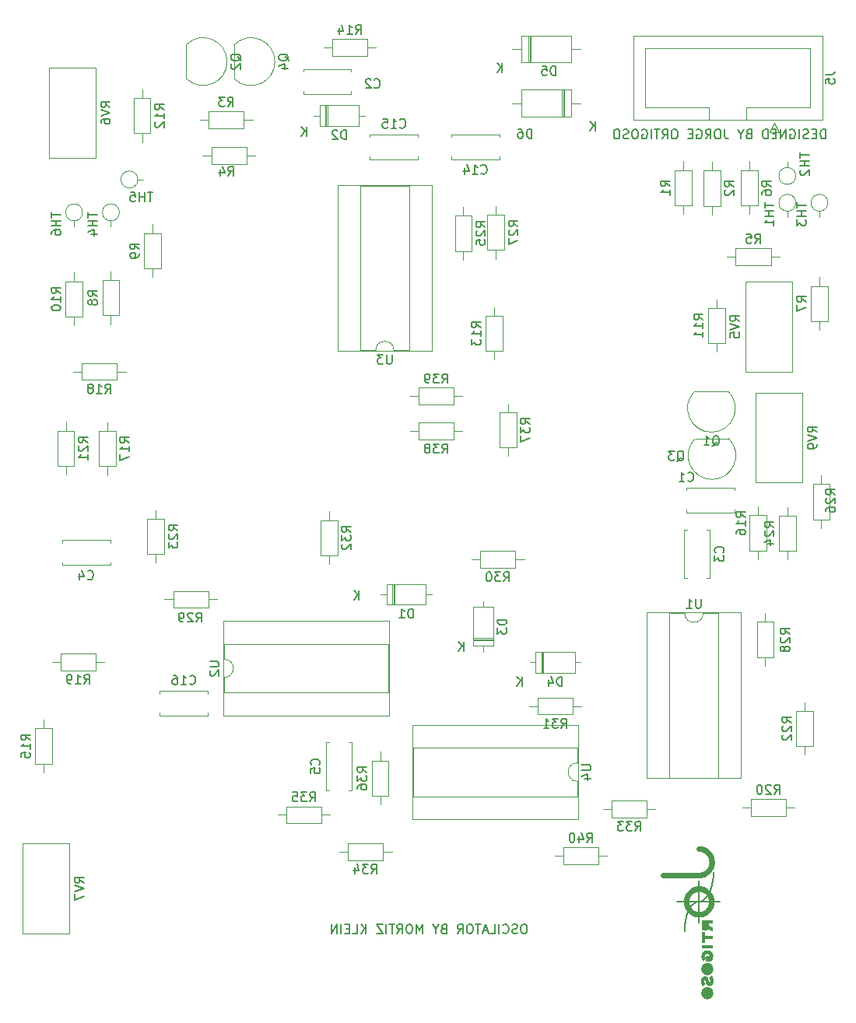
<source format=gbo>
%TF.GenerationSoftware,KiCad,Pcbnew,(6.0.1)*%
%TF.CreationDate,2022-08-29T14:14:55+02:00*%
%TF.ProjectId,vco,76636f2e-6b69-4636-9164-5f7063625858,rev?*%
%TF.SameCoordinates,Original*%
%TF.FileFunction,Legend,Bot*%
%TF.FilePolarity,Positive*%
%FSLAX46Y46*%
G04 Gerber Fmt 4.6, Leading zero omitted, Abs format (unit mm)*
G04 Created by KiCad (PCBNEW (6.0.1)) date 2022-08-29 14:14:55*
%MOMM*%
%LPD*%
G01*
G04 APERTURE LIST*
%ADD10C,0.570028*%
%ADD11C,0.173486*%
%ADD12C,0.570027*%
%ADD13C,0.016522*%
%ADD14C,0.161094*%
%ADD15C,0.150000*%
%ADD16C,0.120000*%
G04 APERTURE END LIST*
D10*
X105875176Y-116865613D02*
X105806810Y-116874547D01*
D11*
X106500642Y-115008349D02*
X106433355Y-115086304D01*
D12*
X106094176Y-112537420D02*
X106027771Y-112556738D01*
X106618778Y-112229392D02*
X106568033Y-112274466D01*
D10*
X104301072Y-115476985D02*
X104302849Y-115404696D01*
X107056375Y-110954851D02*
X107044698Y-110884054D01*
X106259385Y-114210719D02*
X106318288Y-114241743D01*
X106678333Y-114532440D02*
X106721270Y-114583413D01*
X105260898Y-116818646D02*
X105197423Y-116796561D01*
D11*
X107271810Y-112404377D02*
X107265612Y-112569005D01*
X104245204Y-117451914D02*
X104276087Y-117308616D01*
D10*
X104408418Y-114930185D02*
X104435774Y-114867958D01*
X107033223Y-115476984D02*
X107033223Y-115476984D01*
D11*
X105912009Y-115439694D02*
X105831547Y-115460276D01*
X105509259Y-115493668D02*
X105587674Y-115481189D01*
X104347281Y-117033684D02*
X104387398Y-116902455D01*
D10*
X106925867Y-114930185D02*
X106950328Y-114993978D01*
D12*
X106667345Y-112181905D02*
X106618778Y-112229392D01*
D10*
X106484481Y-116602726D02*
X106430922Y-116641891D01*
X107005469Y-115193876D02*
X107017483Y-115263053D01*
D11*
X104310145Y-117169139D02*
X104347281Y-117033684D01*
D10*
X106375496Y-116678430D02*
X106318288Y-116712255D01*
D11*
X104172571Y-117902705D02*
X104193350Y-117749161D01*
X104866694Y-115944937D02*
X104931315Y-115867096D01*
X107147739Y-113499114D02*
X107115585Y-113642630D01*
D10*
X107069404Y-111099729D02*
X107064639Y-111026773D01*
D11*
X104276087Y-117308616D02*
X104310145Y-117169139D01*
D13*
X105967719Y-120201155D02*
X105967719Y-120494793D01*
X105967719Y-120494793D02*
X107138614Y-120494793D01*
X107138614Y-120494793D02*
X107138614Y-120201155D01*
X107138614Y-120201155D02*
X105967719Y-120201155D01*
X105967719Y-120201155D02*
X105967719Y-120201155D01*
G36*
X107138614Y-120494793D02*
G01*
X105967719Y-120494793D01*
X105967719Y-120201155D01*
X107138614Y-120201155D01*
X107138614Y-120494793D01*
G37*
X107138614Y-120494793D02*
X105967719Y-120494793D01*
X105967719Y-120201155D01*
X107138614Y-120201155D01*
X107138614Y-120494793D01*
D11*
X104743594Y-116119165D02*
X104804088Y-116029027D01*
D10*
X107029694Y-110814472D02*
X107011451Y-110746196D01*
D11*
X105431989Y-115514220D02*
X105509259Y-115493668D01*
D10*
X106099888Y-109794430D02*
X106033656Y-109774503D01*
D11*
X106747791Y-114635963D02*
X106689505Y-114737739D01*
D10*
X105527460Y-116874547D02*
X105459091Y-116865614D01*
D12*
X106713648Y-112132094D02*
X106667345Y-112181905D01*
D10*
X106536088Y-114392982D02*
X106585656Y-114437136D01*
X104958766Y-116678431D02*
X104903340Y-116641892D01*
X107026170Y-115620626D02*
X107017483Y-115690934D01*
X104655937Y-114532441D02*
X104701169Y-114483652D01*
X104748610Y-116516871D02*
X104701169Y-116470357D01*
X105897284Y-109744636D02*
X105827318Y-109734876D01*
X106990214Y-115828085D02*
X106971805Y-115894750D01*
X106375496Y-114275570D02*
X106430922Y-114312110D01*
X107070582Y-111173629D02*
X107069404Y-111099729D01*
D11*
X106803576Y-114528738D02*
X106747791Y-114635963D01*
D10*
X107033223Y-115476984D02*
X107031446Y-115549280D01*
D12*
X106284704Y-112460501D02*
X106222731Y-112489213D01*
D10*
X106408053Y-109940374D02*
X106349776Y-109905313D01*
X106990214Y-115125912D02*
X107005469Y-115193876D01*
X104435774Y-116086051D02*
X104408418Y-116023822D01*
D11*
X106565830Y-114924135D02*
X106500642Y-115008349D01*
D10*
X104613002Y-116370597D02*
X104572449Y-116317528D01*
X105135387Y-114182586D02*
X105197423Y-114157432D01*
D11*
X104804088Y-116029027D02*
X104866694Y-115944937D01*
X106689505Y-114737739D02*
X106628817Y-114833864D01*
D10*
X106868341Y-116146623D02*
X106835447Y-116205453D01*
D11*
X107265612Y-112569005D02*
X107255404Y-112731225D01*
D10*
X104655937Y-116421569D02*
X104613002Y-116370597D01*
X107005469Y-115760117D02*
X106990214Y-115828085D01*
X105596838Y-114074014D02*
X105667139Y-114072186D01*
D13*
X106552363Y-125746498D02*
X106536082Y-125746076D01*
X106536082Y-125746076D02*
X106520018Y-125744825D01*
X106520018Y-125744825D02*
X106504191Y-125742763D01*
X106504191Y-125742763D02*
X106488620Y-125739913D01*
X106488620Y-125739913D02*
X106473325Y-125736293D01*
X106473325Y-125736293D02*
X106458326Y-125731924D01*
X106458326Y-125731924D02*
X106443642Y-125726827D01*
X106443642Y-125726827D02*
X106429293Y-125721021D01*
X106429293Y-125721021D02*
X106415298Y-125714527D01*
X106415298Y-125714527D02*
X106401678Y-125707365D01*
X106401678Y-125707365D02*
X106388452Y-125699556D01*
X106388452Y-125699556D02*
X106375639Y-125691118D01*
X106375639Y-125691118D02*
X106363260Y-125682074D01*
X106363260Y-125682074D02*
X106351333Y-125672442D01*
X106351333Y-125672442D02*
X106339879Y-125662244D01*
X106339879Y-125662244D02*
X106328918Y-125651499D01*
X106328918Y-125651499D02*
X106318468Y-125640228D01*
X106318468Y-125640228D02*
X106308550Y-125628451D01*
X106308550Y-125628451D02*
X106299183Y-125616188D01*
X106299183Y-125616188D02*
X106290388Y-125603459D01*
X106290388Y-125603459D02*
X106282183Y-125590285D01*
X106282183Y-125590285D02*
X106274588Y-125576686D01*
X106274588Y-125576686D02*
X106267623Y-125562682D01*
X106267623Y-125562682D02*
X106261308Y-125548293D01*
X106261308Y-125548293D02*
X106255662Y-125533540D01*
X106255662Y-125533540D02*
X106250705Y-125518443D01*
X106250705Y-125518443D02*
X106246457Y-125503022D01*
X106246457Y-125503022D02*
X106242937Y-125487297D01*
X106242937Y-125487297D02*
X106240165Y-125471288D01*
X106240165Y-125471288D02*
X106238160Y-125455017D01*
X106238160Y-125455017D02*
X106236943Y-125438502D01*
X106236943Y-125438502D02*
X106236533Y-125421765D01*
X106236533Y-125421765D02*
X106236943Y-125405178D01*
X106236943Y-125405178D02*
X106238160Y-125388794D01*
X106238160Y-125388794D02*
X106240165Y-125372634D01*
X106240165Y-125372634D02*
X106242937Y-125356721D01*
X106242937Y-125356721D02*
X106246457Y-125341074D01*
X106246457Y-125341074D02*
X106250705Y-125325715D01*
X106250705Y-125325715D02*
X106255662Y-125310666D01*
X106255662Y-125310666D02*
X106261308Y-125295947D01*
X106261308Y-125295947D02*
X106267623Y-125281580D01*
X106267623Y-125281580D02*
X106274588Y-125267585D01*
X106274588Y-125267585D02*
X106282183Y-125253985D01*
X106282183Y-125253985D02*
X106290388Y-125240800D01*
X106290388Y-125240800D02*
X106299183Y-125228052D01*
X106299183Y-125228052D02*
X106308550Y-125215761D01*
X106308550Y-125215761D02*
X106318468Y-125203949D01*
X106318468Y-125203949D02*
X106328918Y-125192638D01*
X106328918Y-125192638D02*
X106339879Y-125181847D01*
X106339879Y-125181847D02*
X106351333Y-125171599D01*
X106351333Y-125171599D02*
X106363260Y-125161915D01*
X106363260Y-125161915D02*
X106375639Y-125152816D01*
X106375639Y-125152816D02*
X106388452Y-125144323D01*
X106388452Y-125144323D02*
X106401678Y-125136457D01*
X106401678Y-125136457D02*
X106415298Y-125129240D01*
X106415298Y-125129240D02*
X106429293Y-125122692D01*
X106429293Y-125122692D02*
X106443642Y-125116835D01*
X106443642Y-125116835D02*
X106458326Y-125111691D01*
X106458326Y-125111691D02*
X106473325Y-125107279D01*
X106473325Y-125107279D02*
X106488620Y-125103623D01*
X106488620Y-125103623D02*
X106504191Y-125100742D01*
X106504191Y-125100742D02*
X106520018Y-125098657D01*
X106520018Y-125098657D02*
X106536082Y-125097391D01*
X106536082Y-125097391D02*
X106552363Y-125096965D01*
X106552363Y-125096965D02*
X106568638Y-125097391D01*
X106568638Y-125097391D02*
X106584698Y-125098657D01*
X106584698Y-125098657D02*
X106600521Y-125100742D01*
X106600521Y-125100742D02*
X106616088Y-125103623D01*
X106616088Y-125103623D02*
X106631379Y-125107279D01*
X106631379Y-125107279D02*
X106646375Y-125111691D01*
X106646375Y-125111691D02*
X106661056Y-125116835D01*
X106661056Y-125116835D02*
X106675403Y-125122692D01*
X106675403Y-125122692D02*
X106689395Y-125129240D01*
X106689395Y-125129240D02*
X106703013Y-125136457D01*
X106703013Y-125136457D02*
X106716237Y-125144323D01*
X106716237Y-125144323D02*
X106729048Y-125152816D01*
X106729048Y-125152816D02*
X106741425Y-125161915D01*
X106741425Y-125161915D02*
X106753350Y-125171599D01*
X106753350Y-125171599D02*
X106764803Y-125181847D01*
X106764803Y-125181847D02*
X106775763Y-125192638D01*
X106775763Y-125192638D02*
X106786212Y-125203949D01*
X106786212Y-125203949D02*
X106796129Y-125215761D01*
X106796129Y-125215761D02*
X106805495Y-125228052D01*
X106805495Y-125228052D02*
X106814290Y-125240800D01*
X106814290Y-125240800D02*
X106822495Y-125253985D01*
X106822495Y-125253985D02*
X106830089Y-125267585D01*
X106830089Y-125267585D02*
X106837054Y-125281580D01*
X106837054Y-125281580D02*
X106843369Y-125295947D01*
X106843369Y-125295947D02*
X106849015Y-125310666D01*
X106849015Y-125310666D02*
X106853972Y-125325715D01*
X106853972Y-125325715D02*
X106858220Y-125341074D01*
X106858220Y-125341074D02*
X106861740Y-125356721D01*
X106861740Y-125356721D02*
X106864512Y-125372634D01*
X106864512Y-125372634D02*
X106866516Y-125388794D01*
X106866516Y-125388794D02*
X106867733Y-125405178D01*
X106867733Y-125405178D02*
X106868143Y-125421765D01*
X106868143Y-125421765D02*
X106867733Y-125438502D01*
X106867733Y-125438502D02*
X106866516Y-125455017D01*
X106866516Y-125455017D02*
X106864512Y-125471288D01*
X106864512Y-125471288D02*
X106861740Y-125487297D01*
X106861740Y-125487297D02*
X106858220Y-125503022D01*
X106858220Y-125503022D02*
X106853972Y-125518443D01*
X106853972Y-125518443D02*
X106849015Y-125533540D01*
X106849015Y-125533540D02*
X106843369Y-125548293D01*
X106843369Y-125548293D02*
X106837054Y-125562682D01*
X106837054Y-125562682D02*
X106830089Y-125576686D01*
X106830089Y-125576686D02*
X106822495Y-125590285D01*
X106822495Y-125590285D02*
X106814290Y-125603459D01*
X106814290Y-125603459D02*
X106805495Y-125616188D01*
X106805495Y-125616188D02*
X106796129Y-125628451D01*
X106796129Y-125628451D02*
X106786212Y-125640228D01*
X106786212Y-125640228D02*
X106775763Y-125651499D01*
X106775763Y-125651499D02*
X106764803Y-125662244D01*
X106764803Y-125662244D02*
X106753350Y-125672442D01*
X106753350Y-125672442D02*
X106741425Y-125682074D01*
X106741425Y-125682074D02*
X106729048Y-125691118D01*
X106729048Y-125691118D02*
X106716237Y-125699556D01*
X106716237Y-125699556D02*
X106703013Y-125707365D01*
X106703013Y-125707365D02*
X106689395Y-125714527D01*
X106689395Y-125714527D02*
X106675403Y-125721021D01*
X106675403Y-125721021D02*
X106661056Y-125726827D01*
X106661056Y-125726827D02*
X106646375Y-125731924D01*
X106646375Y-125731924D02*
X106631379Y-125736293D01*
X106631379Y-125736293D02*
X106616088Y-125739913D01*
X106616088Y-125739913D02*
X106600521Y-125742763D01*
X106600521Y-125742763D02*
X106584698Y-125744825D01*
X106584698Y-125744825D02*
X106568638Y-125746076D01*
X106568638Y-125746076D02*
X106552363Y-125746498D01*
X106552363Y-125746498D02*
X106552363Y-125746498D01*
G36*
X106568638Y-125097391D02*
G01*
X106584698Y-125098657D01*
X106600521Y-125100742D01*
X106616088Y-125103623D01*
X106631379Y-125107279D01*
X106646375Y-125111691D01*
X106661056Y-125116835D01*
X106675403Y-125122692D01*
X106689395Y-125129240D01*
X106703013Y-125136457D01*
X106716237Y-125144323D01*
X106729048Y-125152816D01*
X106741425Y-125161915D01*
X106753350Y-125171599D01*
X106764803Y-125181847D01*
X106775763Y-125192638D01*
X106786212Y-125203949D01*
X106796129Y-125215761D01*
X106805495Y-125228052D01*
X106814290Y-125240800D01*
X106822495Y-125253985D01*
X106830089Y-125267585D01*
X106837054Y-125281580D01*
X106843369Y-125295947D01*
X106849015Y-125310666D01*
X106853972Y-125325715D01*
X106858220Y-125341074D01*
X106861740Y-125356721D01*
X106864512Y-125372634D01*
X106866516Y-125388794D01*
X106867733Y-125405178D01*
X106868143Y-125421765D01*
X106867733Y-125438502D01*
X106866516Y-125455017D01*
X106864512Y-125471288D01*
X106861740Y-125487297D01*
X106858220Y-125503022D01*
X106853972Y-125518443D01*
X106849015Y-125533540D01*
X106843369Y-125548293D01*
X106837054Y-125562682D01*
X106830089Y-125576686D01*
X106822495Y-125590285D01*
X106814290Y-125603459D01*
X106805495Y-125616188D01*
X106796129Y-125628451D01*
X106786212Y-125640228D01*
X106775763Y-125651499D01*
X106764803Y-125662244D01*
X106753350Y-125672442D01*
X106741425Y-125682074D01*
X106729048Y-125691118D01*
X106716237Y-125699556D01*
X106703013Y-125707365D01*
X106689395Y-125714527D01*
X106675403Y-125721021D01*
X106661056Y-125726827D01*
X106646375Y-125731924D01*
X106631379Y-125736293D01*
X106616088Y-125739913D01*
X106600521Y-125742763D01*
X106584698Y-125744825D01*
X106568638Y-125746076D01*
X106552363Y-125746498D01*
X106536082Y-125746076D01*
X106520018Y-125744825D01*
X106504191Y-125742763D01*
X106488620Y-125739913D01*
X106473325Y-125736293D01*
X106458326Y-125731924D01*
X106443642Y-125726827D01*
X106429293Y-125721021D01*
X106415298Y-125714527D01*
X106401678Y-125707365D01*
X106388452Y-125699556D01*
X106375639Y-125691118D01*
X106363260Y-125682074D01*
X106351333Y-125672442D01*
X106339879Y-125662244D01*
X106328918Y-125651499D01*
X106318468Y-125640228D01*
X106308550Y-125628451D01*
X106299183Y-125616188D01*
X106290388Y-125603459D01*
X106282183Y-125590285D01*
X106274588Y-125576686D01*
X106267623Y-125562682D01*
X106261308Y-125548293D01*
X106255662Y-125533540D01*
X106250705Y-125518443D01*
X106246457Y-125503022D01*
X106242937Y-125487297D01*
X106240165Y-125471288D01*
X106238160Y-125455017D01*
X106236943Y-125438502D01*
X106236533Y-125421765D01*
X106236943Y-125405178D01*
X106238160Y-125388794D01*
X106240165Y-125372634D01*
X106242937Y-125356721D01*
X106246457Y-125341074D01*
X106250705Y-125325715D01*
X106255662Y-125310666D01*
X106261308Y-125295947D01*
X106267623Y-125281580D01*
X106274588Y-125267585D01*
X106282183Y-125253985D01*
X106290388Y-125240800D01*
X106299183Y-125228052D01*
X106308550Y-125215761D01*
X106318468Y-125203949D01*
X106328918Y-125192638D01*
X106339879Y-125181847D01*
X106351333Y-125171599D01*
X106363260Y-125161915D01*
X106375639Y-125152816D01*
X106388452Y-125144323D01*
X106401678Y-125136457D01*
X106415298Y-125129240D01*
X106429293Y-125122692D01*
X106443642Y-125116835D01*
X106458326Y-125111691D01*
X106473325Y-125107279D01*
X106488620Y-125103623D01*
X106504191Y-125100742D01*
X106520018Y-125098657D01*
X106536082Y-125097391D01*
X106552363Y-125096965D01*
X106568638Y-125097391D01*
G37*
X106568638Y-125097391D02*
X106584698Y-125098657D01*
X106600521Y-125100742D01*
X106616088Y-125103623D01*
X106631379Y-125107279D01*
X106646375Y-125111691D01*
X106661056Y-125116835D01*
X106675403Y-125122692D01*
X106689395Y-125129240D01*
X106703013Y-125136457D01*
X106716237Y-125144323D01*
X106729048Y-125152816D01*
X106741425Y-125161915D01*
X106753350Y-125171599D01*
X106764803Y-125181847D01*
X106775763Y-125192638D01*
X106786212Y-125203949D01*
X106796129Y-125215761D01*
X106805495Y-125228052D01*
X106814290Y-125240800D01*
X106822495Y-125253985D01*
X106830089Y-125267585D01*
X106837054Y-125281580D01*
X106843369Y-125295947D01*
X106849015Y-125310666D01*
X106853972Y-125325715D01*
X106858220Y-125341074D01*
X106861740Y-125356721D01*
X106864512Y-125372634D01*
X106866516Y-125388794D01*
X106867733Y-125405178D01*
X106868143Y-125421765D01*
X106867733Y-125438502D01*
X106866516Y-125455017D01*
X106864512Y-125471288D01*
X106861740Y-125487297D01*
X106858220Y-125503022D01*
X106853972Y-125518443D01*
X106849015Y-125533540D01*
X106843369Y-125548293D01*
X106837054Y-125562682D01*
X106830089Y-125576686D01*
X106822495Y-125590285D01*
X106814290Y-125603459D01*
X106805495Y-125616188D01*
X106796129Y-125628451D01*
X106786212Y-125640228D01*
X106775763Y-125651499D01*
X106764803Y-125662244D01*
X106753350Y-125672442D01*
X106741425Y-125682074D01*
X106729048Y-125691118D01*
X106716237Y-125699556D01*
X106703013Y-125707365D01*
X106689395Y-125714527D01*
X106675403Y-125721021D01*
X106661056Y-125726827D01*
X106646375Y-125731924D01*
X106631379Y-125736293D01*
X106616088Y-125739913D01*
X106600521Y-125742763D01*
X106584698Y-125744825D01*
X106568638Y-125746076D01*
X106552363Y-125746498D01*
X106536082Y-125746076D01*
X106520018Y-125744825D01*
X106504191Y-125742763D01*
X106488620Y-125739913D01*
X106473325Y-125736293D01*
X106458326Y-125731924D01*
X106443642Y-125726827D01*
X106429293Y-125721021D01*
X106415298Y-125714527D01*
X106401678Y-125707365D01*
X106388452Y-125699556D01*
X106375639Y-125691118D01*
X106363260Y-125682074D01*
X106351333Y-125672442D01*
X106339879Y-125662244D01*
X106328918Y-125651499D01*
X106318468Y-125640228D01*
X106308550Y-125628451D01*
X106299183Y-125616188D01*
X106290388Y-125603459D01*
X106282183Y-125590285D01*
X106274588Y-125576686D01*
X106267623Y-125562682D01*
X106261308Y-125548293D01*
X106255662Y-125533540D01*
X106250705Y-125518443D01*
X106246457Y-125503022D01*
X106242937Y-125487297D01*
X106240165Y-125471288D01*
X106238160Y-125455017D01*
X106236943Y-125438502D01*
X106236533Y-125421765D01*
X106236943Y-125405178D01*
X106238160Y-125388794D01*
X106240165Y-125372634D01*
X106242937Y-125356721D01*
X106246457Y-125341074D01*
X106250705Y-125325715D01*
X106255662Y-125310666D01*
X106261308Y-125295947D01*
X106267623Y-125281580D01*
X106274588Y-125267585D01*
X106282183Y-125253985D01*
X106290388Y-125240800D01*
X106299183Y-125228052D01*
X106308550Y-125215761D01*
X106318468Y-125203949D01*
X106328918Y-125192638D01*
X106339879Y-125181847D01*
X106351333Y-125171599D01*
X106363260Y-125161915D01*
X106375639Y-125152816D01*
X106388452Y-125144323D01*
X106401678Y-125136457D01*
X106415298Y-125129240D01*
X106429293Y-125122692D01*
X106443642Y-125116835D01*
X106458326Y-125111691D01*
X106473325Y-125107279D01*
X106488620Y-125103623D01*
X106504191Y-125100742D01*
X106520018Y-125098657D01*
X106536082Y-125097391D01*
X106552363Y-125096965D01*
X106568638Y-125097391D01*
X106302005Y-123956820D02*
X106313785Y-123961981D01*
X106313785Y-123961981D02*
X106317334Y-123964135D01*
X106317334Y-123964135D02*
X106320740Y-123966388D01*
X106320740Y-123966388D02*
X106324008Y-123968736D01*
X106324008Y-123968736D02*
X106327142Y-123971175D01*
X106327142Y-123971175D02*
X106330147Y-123973703D01*
X106330147Y-123973703D02*
X106333028Y-123976316D01*
X106333028Y-123976316D02*
X106335789Y-123979012D01*
X106335789Y-123979012D02*
X106338435Y-123981786D01*
X106338435Y-123981786D02*
X106340971Y-123984637D01*
X106340971Y-123984637D02*
X106343400Y-123987560D01*
X106343400Y-123987560D02*
X106347959Y-123993612D01*
X106347959Y-123993612D02*
X106352150Y-123999918D01*
X106352150Y-123999918D02*
X106356008Y-124006450D01*
X106356008Y-124006450D02*
X106359571Y-124013186D01*
X106359571Y-124013186D02*
X106362876Y-124020098D01*
X106362876Y-124020098D02*
X106365958Y-124027163D01*
X106365958Y-124027163D02*
X106368856Y-124034354D01*
X106368856Y-124034354D02*
X106371604Y-124041646D01*
X106371604Y-124041646D02*
X106374242Y-124049014D01*
X106374242Y-124049014D02*
X106379328Y-124063876D01*
X106379328Y-124063876D02*
X106389678Y-124098450D01*
X106389678Y-124098450D02*
X106399541Y-124133362D01*
X106399541Y-124133362D02*
X106418987Y-124203631D01*
X106418987Y-124203631D02*
X106429157Y-124238708D01*
X106429157Y-124238708D02*
X106440017Y-124273559D01*
X106440017Y-124273559D02*
X106451863Y-124308042D01*
X106451863Y-124308042D02*
X106458247Y-124325102D01*
X106458247Y-124325102D02*
X106464988Y-124342018D01*
X106464988Y-124342018D02*
X106470806Y-124355628D01*
X106470806Y-124355628D02*
X106476946Y-124369194D01*
X106476946Y-124369194D02*
X106483403Y-124382675D01*
X106483403Y-124382675D02*
X106490178Y-124396033D01*
X106490178Y-124396033D02*
X106497269Y-124409229D01*
X106497269Y-124409229D02*
X106504672Y-124422222D01*
X106504672Y-124422222D02*
X106512388Y-124434975D01*
X106512388Y-124434975D02*
X106520414Y-124447448D01*
X106520414Y-124447448D02*
X106526502Y-124456122D01*
X106526502Y-124456122D02*
X106532788Y-124464661D01*
X106532788Y-124464661D02*
X106539275Y-124473050D01*
X106539275Y-124473050D02*
X106545965Y-124481273D01*
X106545965Y-124481273D02*
X106552861Y-124489315D01*
X106552861Y-124489315D02*
X106559966Y-124497161D01*
X106559966Y-124497161D02*
X106567282Y-124504796D01*
X106567282Y-124504796D02*
X106574812Y-124512203D01*
X106574812Y-124512203D02*
X106582558Y-124519368D01*
X106582558Y-124519368D02*
X106590522Y-124526275D01*
X106590522Y-124526275D02*
X106598709Y-124532908D01*
X106598709Y-124532908D02*
X106607119Y-124539253D01*
X106607119Y-124539253D02*
X106615757Y-124545294D01*
X106615757Y-124545294D02*
X106624623Y-124551016D01*
X106624623Y-124551016D02*
X106633722Y-124556403D01*
X106633722Y-124556403D02*
X106643055Y-124561439D01*
X106643055Y-124561439D02*
X106660303Y-124569902D01*
X106660303Y-124569902D02*
X106678004Y-124577161D01*
X106678004Y-124577161D02*
X106696094Y-124583224D01*
X106696094Y-124583224D02*
X106714513Y-124588104D01*
X106714513Y-124588104D02*
X106733198Y-124591809D01*
X106733198Y-124591809D02*
X106752089Y-124594350D01*
X106752089Y-124594350D02*
X106771123Y-124595737D01*
X106771123Y-124595737D02*
X106790238Y-124595980D01*
X106790238Y-124595980D02*
X106809374Y-124595090D01*
X106809374Y-124595090D02*
X106828469Y-124593077D01*
X106828469Y-124593077D02*
X106847460Y-124589950D01*
X106847460Y-124589950D02*
X106866287Y-124585719D01*
X106866287Y-124585719D02*
X106884888Y-124580396D01*
X106884888Y-124580396D02*
X106903200Y-124573990D01*
X106903200Y-124573990D02*
X106921163Y-124566512D01*
X106921163Y-124566512D02*
X106938715Y-124557971D01*
X106938715Y-124557971D02*
X106955482Y-124548765D01*
X106955482Y-124548765D02*
X106971763Y-124538672D01*
X106971763Y-124538672D02*
X106987542Y-124527735D01*
X106987542Y-124527735D02*
X107002805Y-124515998D01*
X107002805Y-124515998D02*
X107017537Y-124503501D01*
X107017537Y-124503501D02*
X107031723Y-124490289D01*
X107031723Y-124490289D02*
X107045348Y-124476405D01*
X107045348Y-124476405D02*
X107058396Y-124461889D01*
X107058396Y-124461889D02*
X107070854Y-124446787D01*
X107070854Y-124446787D02*
X107082706Y-124431140D01*
X107082706Y-124431140D02*
X107093937Y-124414991D01*
X107093937Y-124414991D02*
X107104533Y-124398383D01*
X107104533Y-124398383D02*
X107114478Y-124381358D01*
X107114478Y-124381358D02*
X107123757Y-124363960D01*
X107123757Y-124363960D02*
X107132356Y-124346231D01*
X107132356Y-124346231D02*
X107140259Y-124328213D01*
X107140259Y-124328213D02*
X107147474Y-124309938D01*
X107147474Y-124309938D02*
X107153998Y-124291404D01*
X107153998Y-124291404D02*
X107159851Y-124272638D01*
X107159851Y-124272638D02*
X107165054Y-124253664D01*
X107165054Y-124253664D02*
X107169625Y-124234507D01*
X107169625Y-124234507D02*
X107173586Y-124215193D01*
X107173586Y-124215193D02*
X107176955Y-124195748D01*
X107176955Y-124195748D02*
X107179752Y-124176196D01*
X107179752Y-124176196D02*
X107181997Y-124156562D01*
X107181997Y-124156562D02*
X107183710Y-124136873D01*
X107183710Y-124136873D02*
X107184911Y-124117153D01*
X107184911Y-124117153D02*
X107185619Y-124097428D01*
X107185619Y-124097428D02*
X107185854Y-124077722D01*
X107185854Y-124077722D02*
X107185636Y-124058061D01*
X107185636Y-124058061D02*
X107184985Y-124038471D01*
X107184985Y-124038471D02*
X107183921Y-124018977D01*
X107183921Y-124018977D02*
X107181151Y-123986944D01*
X107181151Y-123986944D02*
X107177231Y-123955015D01*
X107177231Y-123955015D02*
X107172152Y-123923253D01*
X107172152Y-123923253D02*
X107165908Y-123891721D01*
X107165908Y-123891721D02*
X107158491Y-123860482D01*
X107158491Y-123860482D02*
X107149894Y-123829600D01*
X107149894Y-123829600D02*
X107140110Y-123799138D01*
X107140110Y-123799138D02*
X107129132Y-123769159D01*
X107129132Y-123769159D02*
X107116953Y-123739727D01*
X107116953Y-123739727D02*
X107103566Y-123710906D01*
X107103566Y-123710906D02*
X107088963Y-123682757D01*
X107088963Y-123682757D02*
X107073137Y-123655346D01*
X107073137Y-123655346D02*
X107056081Y-123628735D01*
X107056081Y-123628735D02*
X107037789Y-123602987D01*
X107037789Y-123602987D02*
X107018252Y-123578166D01*
X107018252Y-123578166D02*
X106997464Y-123554335D01*
X106997464Y-123554335D02*
X106784140Y-123790979D01*
X106784140Y-123790979D02*
X106800085Y-123808260D01*
X106800085Y-123808260D02*
X106815137Y-123826374D01*
X106815137Y-123826374D02*
X106829272Y-123845261D01*
X106829272Y-123845261D02*
X106842467Y-123864864D01*
X106842467Y-123864864D02*
X106854696Y-123885124D01*
X106854696Y-123885124D02*
X106865935Y-123905983D01*
X106865935Y-123905983D02*
X106876161Y-123927384D01*
X106876161Y-123927384D02*
X106885348Y-123949268D01*
X106885348Y-123949268D02*
X106893473Y-123971577D01*
X106893473Y-123971577D02*
X106900511Y-123994253D01*
X106900511Y-123994253D02*
X106906437Y-124017237D01*
X106906437Y-124017237D02*
X106911227Y-124040473D01*
X106911227Y-124040473D02*
X106914858Y-124063901D01*
X106914858Y-124063901D02*
X106917304Y-124087464D01*
X106917304Y-124087464D02*
X106918542Y-124111103D01*
X106918542Y-124111103D02*
X106918546Y-124134761D01*
X106918546Y-124134761D02*
X106917883Y-124147853D01*
X106917883Y-124147853D02*
X106916523Y-124161110D01*
X106916523Y-124161110D02*
X106914436Y-124174372D01*
X106914436Y-124174372D02*
X106911592Y-124187479D01*
X106911592Y-124187479D02*
X106907962Y-124200272D01*
X106907962Y-124200272D02*
X106903517Y-124212592D01*
X106903517Y-124212592D02*
X106898225Y-124224278D01*
X106898225Y-124224278D02*
X106892059Y-124235172D01*
X106892059Y-124235172D02*
X106888639Y-124240272D01*
X106888639Y-124240272D02*
X106884989Y-124245114D01*
X106884989Y-124245114D02*
X106881105Y-124249679D01*
X106881105Y-124249679D02*
X106876984Y-124253946D01*
X106876984Y-124253946D02*
X106872622Y-124257895D01*
X106872622Y-124257895D02*
X106868016Y-124261506D01*
X106868016Y-124261506D02*
X106863161Y-124264760D01*
X106863161Y-124264760D02*
X106858054Y-124267637D01*
X106858054Y-124267637D02*
X106852691Y-124270116D01*
X106852691Y-124270116D02*
X106847069Y-124272178D01*
X106847069Y-124272178D02*
X106841184Y-124273802D01*
X106841184Y-124273802D02*
X106835032Y-124274970D01*
X106835032Y-124274970D02*
X106828609Y-124275660D01*
X106828609Y-124275660D02*
X106821913Y-124275854D01*
X106821913Y-124275854D02*
X106814938Y-124275530D01*
X106814938Y-124275530D02*
X106807682Y-124274670D01*
X106807682Y-124274670D02*
X106805233Y-124274031D01*
X106805233Y-124274031D02*
X106802946Y-124273387D01*
X106802946Y-124273387D02*
X106800819Y-124272739D01*
X106800819Y-124272739D02*
X106798850Y-124272089D01*
X106798850Y-124272089D02*
X106797040Y-124271439D01*
X106797040Y-124271439D02*
X106795387Y-124270791D01*
X106795387Y-124270791D02*
X106793890Y-124270147D01*
X106793890Y-124270147D02*
X106792548Y-124269510D01*
X106792548Y-124269510D02*
X106787759Y-124267164D01*
X106787759Y-124267164D02*
X106783152Y-124264671D01*
X106783152Y-124264671D02*
X106778723Y-124262038D01*
X106778723Y-124262038D02*
X106774465Y-124259268D01*
X106774465Y-124259268D02*
X106770375Y-124256367D01*
X106770375Y-124256367D02*
X106766447Y-124253340D01*
X106766447Y-124253340D02*
X106762676Y-124250191D01*
X106762676Y-124250191D02*
X106759058Y-124246927D01*
X106759058Y-124246927D02*
X106755588Y-124243551D01*
X106755588Y-124243551D02*
X106752261Y-124240070D01*
X106752261Y-124240070D02*
X106749071Y-124236487D01*
X106749071Y-124236487D02*
X106746014Y-124232809D01*
X106746014Y-124232809D02*
X106743085Y-124229039D01*
X106743085Y-124229039D02*
X106740279Y-124225184D01*
X106740279Y-124225184D02*
X106735017Y-124217236D01*
X106735017Y-124217236D02*
X106730188Y-124209006D01*
X106730188Y-124209006D02*
X106725754Y-124200532D01*
X106725754Y-124200532D02*
X106721674Y-124191857D01*
X106721674Y-124191857D02*
X106717910Y-124183019D01*
X106717910Y-124183019D02*
X106714422Y-124174060D01*
X106714422Y-124174060D02*
X106711171Y-124165020D01*
X106711171Y-124165020D02*
X106708117Y-124155938D01*
X106708117Y-124155938D02*
X106705222Y-124146856D01*
X106705222Y-124146856D02*
X106639682Y-123915390D01*
X106639682Y-123915390D02*
X106629733Y-123886993D01*
X106629733Y-123886993D02*
X106624356Y-123872926D01*
X106624356Y-123872926D02*
X106618684Y-123858983D01*
X106618684Y-123858983D02*
X106612697Y-123845194D01*
X106612697Y-123845194D02*
X106606375Y-123831584D01*
X106606375Y-123831584D02*
X106599700Y-123818183D01*
X106599700Y-123818183D02*
X106592650Y-123805018D01*
X106592650Y-123805018D02*
X106585206Y-123792116D01*
X106585206Y-123792116D02*
X106577349Y-123779507D01*
X106577349Y-123779507D02*
X106569058Y-123767217D01*
X106569058Y-123767217D02*
X106560314Y-123755274D01*
X106560314Y-123755274D02*
X106551097Y-123743707D01*
X106551097Y-123743707D02*
X106541388Y-123732542D01*
X106541388Y-123732542D02*
X106531165Y-123721809D01*
X106531165Y-123721809D02*
X106520411Y-123711534D01*
X106520411Y-123711534D02*
X106509136Y-123701171D01*
X106509136Y-123701171D02*
X106497382Y-123691458D01*
X106497382Y-123691458D02*
X106485180Y-123682397D01*
X106485180Y-123682397D02*
X106472562Y-123673991D01*
X106472562Y-123673991D02*
X106459560Y-123666243D01*
X106459560Y-123666243D02*
X106446207Y-123659155D01*
X106446207Y-123659155D02*
X106432534Y-123652730D01*
X106432534Y-123652730D02*
X106418573Y-123646969D01*
X106418573Y-123646969D02*
X106404356Y-123641877D01*
X106404356Y-123641877D02*
X106389915Y-123637456D01*
X106389915Y-123637456D02*
X106375283Y-123633707D01*
X106375283Y-123633707D02*
X106360490Y-123630634D01*
X106360490Y-123630634D02*
X106345570Y-123628240D01*
X106345570Y-123628240D02*
X106330553Y-123626526D01*
X106330553Y-123626526D02*
X106315473Y-123625496D01*
X106315473Y-123625496D02*
X106300361Y-123625152D01*
X106300361Y-123625152D02*
X106285246Y-123625833D01*
X106285246Y-123625833D02*
X106270163Y-123627234D01*
X106270163Y-123627234D02*
X106255144Y-123629344D01*
X106255144Y-123629344D02*
X106240222Y-123632155D01*
X106240222Y-123632155D02*
X106225428Y-123635654D01*
X106225428Y-123635654D02*
X106210794Y-123639832D01*
X106210794Y-123639832D02*
X106196353Y-123644680D01*
X106196353Y-123644680D02*
X106182135Y-123650186D01*
X106182135Y-123650186D02*
X106168173Y-123656340D01*
X106168173Y-123656340D02*
X106154499Y-123663132D01*
X106154499Y-123663132D02*
X106141145Y-123670552D01*
X106141145Y-123670552D02*
X106128143Y-123678589D01*
X106128143Y-123678589D02*
X106115525Y-123687234D01*
X106115525Y-123687234D02*
X106103322Y-123696476D01*
X106103322Y-123696476D02*
X106091567Y-123706304D01*
X106091567Y-123706304D02*
X106080292Y-123716710D01*
X106080292Y-123716710D02*
X106068005Y-123728345D01*
X106068005Y-123728345D02*
X106056333Y-123740554D01*
X106056333Y-123740554D02*
X106045263Y-123753305D01*
X106045263Y-123753305D02*
X106034778Y-123766565D01*
X106034778Y-123766565D02*
X106024865Y-123780300D01*
X106024865Y-123780300D02*
X106015508Y-123794478D01*
X106015508Y-123794478D02*
X106006692Y-123809066D01*
X106006692Y-123809066D02*
X105998403Y-123824030D01*
X105998403Y-123824030D02*
X105990626Y-123839338D01*
X105990626Y-123839338D02*
X105983345Y-123854957D01*
X105983345Y-123854957D02*
X105976546Y-123870854D01*
X105976546Y-123870854D02*
X105970214Y-123886996D01*
X105970214Y-123886996D02*
X105964334Y-123903349D01*
X105964334Y-123903349D02*
X105958892Y-123919882D01*
X105958892Y-123919882D02*
X105953872Y-123936560D01*
X105953872Y-123936560D02*
X105949259Y-123953352D01*
X105949259Y-123953352D02*
X105943923Y-123974165D01*
X105943923Y-123974165D02*
X105939248Y-123995119D01*
X105939248Y-123995119D02*
X105935227Y-124016199D01*
X105935227Y-124016199D02*
X105931853Y-124037386D01*
X105931853Y-124037386D02*
X105929119Y-124058663D01*
X105929119Y-124058663D02*
X105927018Y-124080013D01*
X105927018Y-124080013D02*
X105925541Y-124101418D01*
X105925541Y-124101418D02*
X105924683Y-124122860D01*
X105924683Y-124122860D02*
X105924436Y-124144322D01*
X105924436Y-124144322D02*
X105924793Y-124165786D01*
X105924793Y-124165786D02*
X105925746Y-124187236D01*
X105925746Y-124187236D02*
X105927289Y-124208653D01*
X105927289Y-124208653D02*
X105929413Y-124230021D01*
X105929413Y-124230021D02*
X105932113Y-124251321D01*
X105932113Y-124251321D02*
X105935380Y-124272536D01*
X105935380Y-124272536D02*
X105939208Y-124293649D01*
X105939208Y-124293649D02*
X105943612Y-124315291D01*
X105943612Y-124315291D02*
X105948642Y-124336793D01*
X105948642Y-124336793D02*
X105954291Y-124358137D01*
X105954291Y-124358137D02*
X105960556Y-124379307D01*
X105960556Y-124379307D02*
X105967432Y-124400283D01*
X105967432Y-124400283D02*
X105974912Y-124421049D01*
X105974912Y-124421049D02*
X105982994Y-124441587D01*
X105982994Y-124441587D02*
X105991671Y-124461879D01*
X105991671Y-124461879D02*
X106000938Y-124481909D01*
X106000938Y-124481909D02*
X106010792Y-124501657D01*
X106010792Y-124501657D02*
X106021226Y-124521108D01*
X106021226Y-124521108D02*
X106032236Y-124540242D01*
X106032236Y-124540242D02*
X106043818Y-124559044D01*
X106043818Y-124559044D02*
X106055965Y-124577494D01*
X106055965Y-124577494D02*
X106068674Y-124595576D01*
X106068674Y-124595576D02*
X106081939Y-124613272D01*
X106081939Y-124613272D02*
X106174344Y-124514779D01*
X106174344Y-124514779D02*
X106190095Y-124498433D01*
X106190095Y-124498433D02*
X106205845Y-124481827D01*
X106205845Y-124481827D02*
X106237347Y-124448071D01*
X106237347Y-124448071D02*
X106300361Y-124380030D01*
X106300361Y-124380030D02*
X106284224Y-124364214D01*
X106284224Y-124364214D02*
X106269224Y-124347280D01*
X106269224Y-124347280D02*
X106255396Y-124329324D01*
X106255396Y-124329324D02*
X106242773Y-124310443D01*
X106242773Y-124310443D02*
X106231390Y-124290732D01*
X106231390Y-124290732D02*
X106221282Y-124270289D01*
X106221282Y-124270289D02*
X106212484Y-124249208D01*
X106212484Y-124249208D02*
X106205029Y-124227586D01*
X106205029Y-124227586D02*
X106198952Y-124205519D01*
X106198952Y-124205519D02*
X106194289Y-124183104D01*
X106194289Y-124183104D02*
X106191072Y-124160436D01*
X106191072Y-124160436D02*
X106189337Y-124137611D01*
X106189337Y-124137611D02*
X106189118Y-124114726D01*
X106189118Y-124114726D02*
X106190450Y-124091876D01*
X106190450Y-124091876D02*
X106193367Y-124069159D01*
X106193367Y-124069159D02*
X106197904Y-124046669D01*
X106197904Y-124046669D02*
X106200366Y-124037209D01*
X106200366Y-124037209D02*
X106203345Y-124027707D01*
X106203345Y-124027707D02*
X106206846Y-124018281D01*
X106206846Y-124018281D02*
X106210873Y-124009051D01*
X106210873Y-124009051D02*
X106215431Y-124000135D01*
X106215431Y-124000135D02*
X106220525Y-123991653D01*
X106220525Y-123991653D02*
X106226160Y-123983723D01*
X106226160Y-123983723D02*
X106229182Y-123980002D01*
X106229182Y-123980002D02*
X106232341Y-123976463D01*
X106232341Y-123976463D02*
X106235638Y-123973123D01*
X106235638Y-123973123D02*
X106239072Y-123969994D01*
X106239072Y-123969994D02*
X106242646Y-123967093D01*
X106242646Y-123967093D02*
X106246359Y-123964434D01*
X106246359Y-123964434D02*
X106250212Y-123962032D01*
X106250212Y-123962032D02*
X106254205Y-123959902D01*
X106254205Y-123959902D02*
X106258340Y-123958058D01*
X106258340Y-123958058D02*
X106262616Y-123956516D01*
X106262616Y-123956516D02*
X106267035Y-123955290D01*
X106267035Y-123955290D02*
X106271597Y-123954396D01*
X106271597Y-123954396D02*
X106276303Y-123953848D01*
X106276303Y-123953848D02*
X106281153Y-123953661D01*
X106281153Y-123953661D02*
X106286147Y-123953850D01*
X106286147Y-123953850D02*
X106291287Y-123954429D01*
X106291287Y-123954429D02*
X106296573Y-123955415D01*
X106296573Y-123955415D02*
X106302005Y-123956820D01*
X106302005Y-123956820D02*
X106302005Y-123956820D01*
G36*
X107018252Y-123578166D02*
G01*
X107037789Y-123602987D01*
X107056081Y-123628735D01*
X107073137Y-123655346D01*
X107088963Y-123682757D01*
X107103566Y-123710906D01*
X107116953Y-123739727D01*
X107129132Y-123769159D01*
X107140110Y-123799138D01*
X107149894Y-123829600D01*
X107158491Y-123860482D01*
X107165908Y-123891721D01*
X107172152Y-123923253D01*
X107177231Y-123955015D01*
X107181151Y-123986944D01*
X107183921Y-124018977D01*
X107184985Y-124038471D01*
X107185636Y-124058061D01*
X107185854Y-124077722D01*
X107185619Y-124097428D01*
X107184911Y-124117153D01*
X107183710Y-124136873D01*
X107181997Y-124156562D01*
X107179752Y-124176196D01*
X107176955Y-124195748D01*
X107173586Y-124215193D01*
X107169625Y-124234507D01*
X107165054Y-124253664D01*
X107159851Y-124272638D01*
X107153998Y-124291404D01*
X107147474Y-124309938D01*
X107140259Y-124328213D01*
X107132356Y-124346231D01*
X107123757Y-124363960D01*
X107114478Y-124381358D01*
X107104533Y-124398383D01*
X107093937Y-124414991D01*
X107082706Y-124431140D01*
X107070854Y-124446787D01*
X107058396Y-124461889D01*
X107045348Y-124476405D01*
X107031723Y-124490289D01*
X107017537Y-124503501D01*
X107002805Y-124515998D01*
X106987542Y-124527735D01*
X106971763Y-124538672D01*
X106955482Y-124548765D01*
X106938715Y-124557971D01*
X106921163Y-124566512D01*
X106903200Y-124573990D01*
X106884888Y-124580396D01*
X106866287Y-124585719D01*
X106847460Y-124589950D01*
X106828469Y-124593077D01*
X106809374Y-124595090D01*
X106790238Y-124595980D01*
X106771123Y-124595737D01*
X106752089Y-124594350D01*
X106733198Y-124591809D01*
X106714513Y-124588104D01*
X106696094Y-124583224D01*
X106678004Y-124577161D01*
X106660303Y-124569902D01*
X106643055Y-124561439D01*
X106633722Y-124556403D01*
X106624623Y-124551016D01*
X106615757Y-124545294D01*
X106607119Y-124539253D01*
X106598709Y-124532908D01*
X106590522Y-124526275D01*
X106582558Y-124519368D01*
X106574812Y-124512203D01*
X106567282Y-124504796D01*
X106559966Y-124497161D01*
X106552861Y-124489315D01*
X106545965Y-124481273D01*
X106539275Y-124473050D01*
X106532788Y-124464661D01*
X106526502Y-124456122D01*
X106520414Y-124447448D01*
X106512388Y-124434975D01*
X106504672Y-124422222D01*
X106497269Y-124409229D01*
X106490178Y-124396033D01*
X106483403Y-124382675D01*
X106476946Y-124369194D01*
X106470806Y-124355628D01*
X106464988Y-124342018D01*
X106458247Y-124325102D01*
X106451863Y-124308042D01*
X106440017Y-124273559D01*
X106429157Y-124238708D01*
X106418987Y-124203631D01*
X106399541Y-124133362D01*
X106389678Y-124098450D01*
X106379328Y-124063876D01*
X106374242Y-124049014D01*
X106371604Y-124041646D01*
X106368856Y-124034354D01*
X106365958Y-124027163D01*
X106362876Y-124020098D01*
X106359571Y-124013186D01*
X106356008Y-124006450D01*
X106352150Y-123999918D01*
X106347959Y-123993612D01*
X106343400Y-123987560D01*
X106340971Y-123984637D01*
X106338435Y-123981786D01*
X106335789Y-123979012D01*
X106333028Y-123976316D01*
X106330147Y-123973703D01*
X106327142Y-123971175D01*
X106324008Y-123968736D01*
X106320740Y-123966388D01*
X106317334Y-123964135D01*
X106313785Y-123961981D01*
X106302005Y-123956820D01*
X106296573Y-123955415D01*
X106291287Y-123954429D01*
X106286147Y-123953850D01*
X106281153Y-123953661D01*
X106276303Y-123953848D01*
X106271597Y-123954396D01*
X106267035Y-123955290D01*
X106262616Y-123956516D01*
X106258340Y-123958058D01*
X106254205Y-123959902D01*
X106250212Y-123962032D01*
X106246359Y-123964434D01*
X106242646Y-123967093D01*
X106239072Y-123969994D01*
X106235638Y-123973123D01*
X106232341Y-123976463D01*
X106229182Y-123980002D01*
X106226160Y-123983723D01*
X106220525Y-123991653D01*
X106215431Y-124000135D01*
X106210873Y-124009051D01*
X106206846Y-124018281D01*
X106203345Y-124027707D01*
X106200366Y-124037209D01*
X106197904Y-124046669D01*
X106193367Y-124069159D01*
X106190450Y-124091876D01*
X106189118Y-124114726D01*
X106189337Y-124137611D01*
X106191072Y-124160436D01*
X106194289Y-124183104D01*
X106198952Y-124205519D01*
X106205029Y-124227586D01*
X106212484Y-124249208D01*
X106221282Y-124270289D01*
X106231390Y-124290732D01*
X106242773Y-124310443D01*
X106255396Y-124329324D01*
X106269224Y-124347280D01*
X106284224Y-124364214D01*
X106300361Y-124380030D01*
X106237347Y-124448071D01*
X106205845Y-124481827D01*
X106190095Y-124498433D01*
X106174344Y-124514779D01*
X106081939Y-124613272D01*
X106068674Y-124595576D01*
X106055965Y-124577494D01*
X106043818Y-124559044D01*
X106032236Y-124540242D01*
X106021226Y-124521108D01*
X106010792Y-124501657D01*
X106000938Y-124481909D01*
X105991671Y-124461879D01*
X105982994Y-124441587D01*
X105974912Y-124421049D01*
X105967432Y-124400283D01*
X105960556Y-124379307D01*
X105954291Y-124358137D01*
X105948642Y-124336793D01*
X105943612Y-124315291D01*
X105939208Y-124293649D01*
X105935380Y-124272536D01*
X105932113Y-124251321D01*
X105929413Y-124230021D01*
X105927289Y-124208653D01*
X105925746Y-124187236D01*
X105924793Y-124165786D01*
X105924436Y-124144322D01*
X105924683Y-124122860D01*
X105925541Y-124101418D01*
X105927018Y-124080013D01*
X105929119Y-124058663D01*
X105931853Y-124037386D01*
X105935227Y-124016199D01*
X105939248Y-123995119D01*
X105943923Y-123974165D01*
X105949259Y-123953352D01*
X105953872Y-123936560D01*
X105958892Y-123919882D01*
X105964334Y-123903349D01*
X105970214Y-123886996D01*
X105976546Y-123870854D01*
X105983345Y-123854957D01*
X105990626Y-123839338D01*
X105998403Y-123824030D01*
X106006692Y-123809066D01*
X106015508Y-123794478D01*
X106024865Y-123780300D01*
X106034778Y-123766565D01*
X106045263Y-123753305D01*
X106056333Y-123740554D01*
X106068005Y-123728345D01*
X106080292Y-123716710D01*
X106091567Y-123706304D01*
X106103322Y-123696476D01*
X106115525Y-123687234D01*
X106128143Y-123678589D01*
X106141145Y-123670552D01*
X106154499Y-123663132D01*
X106168173Y-123656340D01*
X106182135Y-123650186D01*
X106196353Y-123644680D01*
X106210794Y-123639832D01*
X106225428Y-123635654D01*
X106240222Y-123632155D01*
X106255144Y-123629344D01*
X106270163Y-123627234D01*
X106285246Y-123625833D01*
X106300361Y-123625152D01*
X106315473Y-123625496D01*
X106330553Y-123626526D01*
X106345570Y-123628240D01*
X106360490Y-123630634D01*
X106375283Y-123633707D01*
X106389915Y-123637456D01*
X106404356Y-123641877D01*
X106418573Y-123646969D01*
X106432534Y-123652730D01*
X106446207Y-123659155D01*
X106459560Y-123666243D01*
X106472562Y-123673991D01*
X106485180Y-123682397D01*
X106497382Y-123691458D01*
X106509136Y-123701171D01*
X106520411Y-123711534D01*
X106531165Y-123721809D01*
X106541388Y-123732542D01*
X106551097Y-123743707D01*
X106560314Y-123755274D01*
X106569058Y-123767217D01*
X106577349Y-123779507D01*
X106585206Y-123792116D01*
X106592650Y-123805018D01*
X106599700Y-123818183D01*
X106606375Y-123831584D01*
X106612697Y-123845194D01*
X106618684Y-123858983D01*
X106624356Y-123872926D01*
X106629733Y-123886993D01*
X106639682Y-123915390D01*
X106705222Y-124146856D01*
X106708117Y-124155938D01*
X106711171Y-124165020D01*
X106714422Y-124174060D01*
X106717910Y-124183019D01*
X106721674Y-124191857D01*
X106725754Y-124200532D01*
X106730188Y-124209006D01*
X106735017Y-124217236D01*
X106740279Y-124225184D01*
X106743085Y-124229039D01*
X106746014Y-124232809D01*
X106749071Y-124236487D01*
X106752261Y-124240070D01*
X106755588Y-124243551D01*
X106759058Y-124246927D01*
X106762676Y-124250191D01*
X106766447Y-124253340D01*
X106770375Y-124256367D01*
X106774465Y-124259268D01*
X106778723Y-124262038D01*
X106783152Y-124264671D01*
X106787759Y-124267164D01*
X106792548Y-124269510D01*
X106793890Y-124270147D01*
X106795387Y-124270791D01*
X106797040Y-124271439D01*
X106798850Y-124272089D01*
X106800819Y-124272739D01*
X106802946Y-124273387D01*
X106805233Y-124274031D01*
X106807682Y-124274670D01*
X106814938Y-124275530D01*
X106821913Y-124275854D01*
X106828609Y-124275660D01*
X106835032Y-124274970D01*
X106841184Y-124273802D01*
X106847069Y-124272178D01*
X106852691Y-124270116D01*
X106858054Y-124267637D01*
X106863161Y-124264760D01*
X106868016Y-124261506D01*
X106872622Y-124257895D01*
X106876984Y-124253946D01*
X106881105Y-124249679D01*
X106884989Y-124245114D01*
X106888639Y-124240272D01*
X106892059Y-124235172D01*
X106898225Y-124224278D01*
X106903517Y-124212592D01*
X106907962Y-124200272D01*
X106911592Y-124187479D01*
X106914436Y-124174372D01*
X106916523Y-124161110D01*
X106917883Y-124147853D01*
X106918546Y-124134761D01*
X106918542Y-124111103D01*
X106917304Y-124087464D01*
X106914858Y-124063901D01*
X106911227Y-124040473D01*
X106906437Y-124017237D01*
X106900511Y-123994253D01*
X106893473Y-123971577D01*
X106885348Y-123949268D01*
X106876161Y-123927384D01*
X106865935Y-123905983D01*
X106854696Y-123885124D01*
X106842467Y-123864864D01*
X106829272Y-123845261D01*
X106815137Y-123826374D01*
X106800085Y-123808260D01*
X106784140Y-123790979D01*
X106997464Y-123554335D01*
X107018252Y-123578166D01*
G37*
X107018252Y-123578166D02*
X107037789Y-123602987D01*
X107056081Y-123628735D01*
X107073137Y-123655346D01*
X107088963Y-123682757D01*
X107103566Y-123710906D01*
X107116953Y-123739727D01*
X107129132Y-123769159D01*
X107140110Y-123799138D01*
X107149894Y-123829600D01*
X107158491Y-123860482D01*
X107165908Y-123891721D01*
X107172152Y-123923253D01*
X107177231Y-123955015D01*
X107181151Y-123986944D01*
X107183921Y-124018977D01*
X107184985Y-124038471D01*
X107185636Y-124058061D01*
X107185854Y-124077722D01*
X107185619Y-124097428D01*
X107184911Y-124117153D01*
X107183710Y-124136873D01*
X107181997Y-124156562D01*
X107179752Y-124176196D01*
X107176955Y-124195748D01*
X107173586Y-124215193D01*
X107169625Y-124234507D01*
X107165054Y-124253664D01*
X107159851Y-124272638D01*
X107153998Y-124291404D01*
X107147474Y-124309938D01*
X107140259Y-124328213D01*
X107132356Y-124346231D01*
X107123757Y-124363960D01*
X107114478Y-124381358D01*
X107104533Y-124398383D01*
X107093937Y-124414991D01*
X107082706Y-124431140D01*
X107070854Y-124446787D01*
X107058396Y-124461889D01*
X107045348Y-124476405D01*
X107031723Y-124490289D01*
X107017537Y-124503501D01*
X107002805Y-124515998D01*
X106987542Y-124527735D01*
X106971763Y-124538672D01*
X106955482Y-124548765D01*
X106938715Y-124557971D01*
X106921163Y-124566512D01*
X106903200Y-124573990D01*
X106884888Y-124580396D01*
X106866287Y-124585719D01*
X106847460Y-124589950D01*
X106828469Y-124593077D01*
X106809374Y-124595090D01*
X106790238Y-124595980D01*
X106771123Y-124595737D01*
X106752089Y-124594350D01*
X106733198Y-124591809D01*
X106714513Y-124588104D01*
X106696094Y-124583224D01*
X106678004Y-124577161D01*
X106660303Y-124569902D01*
X106643055Y-124561439D01*
X106633722Y-124556403D01*
X106624623Y-124551016D01*
X106615757Y-124545294D01*
X106607119Y-124539253D01*
X106598709Y-124532908D01*
X106590522Y-124526275D01*
X106582558Y-124519368D01*
X106574812Y-124512203D01*
X106567282Y-124504796D01*
X106559966Y-124497161D01*
X106552861Y-124489315D01*
X106545965Y-124481273D01*
X106539275Y-124473050D01*
X106532788Y-124464661D01*
X106526502Y-124456122D01*
X106520414Y-124447448D01*
X106512388Y-124434975D01*
X106504672Y-124422222D01*
X106497269Y-124409229D01*
X106490178Y-124396033D01*
X106483403Y-124382675D01*
X106476946Y-124369194D01*
X106470806Y-124355628D01*
X106464988Y-124342018D01*
X106458247Y-124325102D01*
X106451863Y-124308042D01*
X106440017Y-124273559D01*
X106429157Y-124238708D01*
X106418987Y-124203631D01*
X106399541Y-124133362D01*
X106389678Y-124098450D01*
X106379328Y-124063876D01*
X106374242Y-124049014D01*
X106371604Y-124041646D01*
X106368856Y-124034354D01*
X106365958Y-124027163D01*
X106362876Y-124020098D01*
X106359571Y-124013186D01*
X106356008Y-124006450D01*
X106352150Y-123999918D01*
X106347959Y-123993612D01*
X106343400Y-123987560D01*
X106340971Y-123984637D01*
X106338435Y-123981786D01*
X106335789Y-123979012D01*
X106333028Y-123976316D01*
X106330147Y-123973703D01*
X106327142Y-123971175D01*
X106324008Y-123968736D01*
X106320740Y-123966388D01*
X106317334Y-123964135D01*
X106313785Y-123961981D01*
X106302005Y-123956820D01*
X106296573Y-123955415D01*
X106291287Y-123954429D01*
X106286147Y-123953850D01*
X106281153Y-123953661D01*
X106276303Y-123953848D01*
X106271597Y-123954396D01*
X106267035Y-123955290D01*
X106262616Y-123956516D01*
X106258340Y-123958058D01*
X106254205Y-123959902D01*
X106250212Y-123962032D01*
X106246359Y-123964434D01*
X106242646Y-123967093D01*
X106239072Y-123969994D01*
X106235638Y-123973123D01*
X106232341Y-123976463D01*
X106229182Y-123980002D01*
X106226160Y-123983723D01*
X106220525Y-123991653D01*
X106215431Y-124000135D01*
X106210873Y-124009051D01*
X106206846Y-124018281D01*
X106203345Y-124027707D01*
X106200366Y-124037209D01*
X106197904Y-124046669D01*
X106193367Y-124069159D01*
X106190450Y-124091876D01*
X106189118Y-124114726D01*
X106189337Y-124137611D01*
X106191072Y-124160436D01*
X106194289Y-124183104D01*
X106198952Y-124205519D01*
X106205029Y-124227586D01*
X106212484Y-124249208D01*
X106221282Y-124270289D01*
X106231390Y-124290732D01*
X106242773Y-124310443D01*
X106255396Y-124329324D01*
X106269224Y-124347280D01*
X106284224Y-124364214D01*
X106300361Y-124380030D01*
X106237347Y-124448071D01*
X106205845Y-124481827D01*
X106190095Y-124498433D01*
X106174344Y-124514779D01*
X106081939Y-124613272D01*
X106068674Y-124595576D01*
X106055965Y-124577494D01*
X106043818Y-124559044D01*
X106032236Y-124540242D01*
X106021226Y-124521108D01*
X106010792Y-124501657D01*
X106000938Y-124481909D01*
X105991671Y-124461879D01*
X105982994Y-124441587D01*
X105974912Y-124421049D01*
X105967432Y-124400283D01*
X105960556Y-124379307D01*
X105954291Y-124358137D01*
X105948642Y-124336793D01*
X105943612Y-124315291D01*
X105939208Y-124293649D01*
X105935380Y-124272536D01*
X105932113Y-124251321D01*
X105929413Y-124230021D01*
X105927289Y-124208653D01*
X105925746Y-124187236D01*
X105924793Y-124165786D01*
X105924436Y-124144322D01*
X105924683Y-124122860D01*
X105925541Y-124101418D01*
X105927018Y-124080013D01*
X105929119Y-124058663D01*
X105931853Y-124037386D01*
X105935227Y-124016199D01*
X105939248Y-123995119D01*
X105943923Y-123974165D01*
X105949259Y-123953352D01*
X105953872Y-123936560D01*
X105958892Y-123919882D01*
X105964334Y-123903349D01*
X105970214Y-123886996D01*
X105976546Y-123870854D01*
X105983345Y-123854957D01*
X105990626Y-123839338D01*
X105998403Y-123824030D01*
X106006692Y-123809066D01*
X106015508Y-123794478D01*
X106024865Y-123780300D01*
X106034778Y-123766565D01*
X106045263Y-123753305D01*
X106056333Y-123740554D01*
X106068005Y-123728345D01*
X106080292Y-123716710D01*
X106091567Y-123706304D01*
X106103322Y-123696476D01*
X106115525Y-123687234D01*
X106128143Y-123678589D01*
X106141145Y-123670552D01*
X106154499Y-123663132D01*
X106168173Y-123656340D01*
X106182135Y-123650186D01*
X106196353Y-123644680D01*
X106210794Y-123639832D01*
X106225428Y-123635654D01*
X106240222Y-123632155D01*
X106255144Y-123629344D01*
X106270163Y-123627234D01*
X106285246Y-123625833D01*
X106300361Y-123625152D01*
X106315473Y-123625496D01*
X106330553Y-123626526D01*
X106345570Y-123628240D01*
X106360490Y-123630634D01*
X106375283Y-123633707D01*
X106389915Y-123637456D01*
X106404356Y-123641877D01*
X106418573Y-123646969D01*
X106432534Y-123652730D01*
X106446207Y-123659155D01*
X106459560Y-123666243D01*
X106472562Y-123673991D01*
X106485180Y-123682397D01*
X106497382Y-123691458D01*
X106509136Y-123701171D01*
X106520411Y-123711534D01*
X106531165Y-123721809D01*
X106541388Y-123732542D01*
X106551097Y-123743707D01*
X106560314Y-123755274D01*
X106569058Y-123767217D01*
X106577349Y-123779507D01*
X106585206Y-123792116D01*
X106592650Y-123805018D01*
X106599700Y-123818183D01*
X106606375Y-123831584D01*
X106612697Y-123845194D01*
X106618684Y-123858983D01*
X106624356Y-123872926D01*
X106629733Y-123886993D01*
X106639682Y-123915390D01*
X106705222Y-124146856D01*
X106708117Y-124155938D01*
X106711171Y-124165020D01*
X106714422Y-124174060D01*
X106717910Y-124183019D01*
X106721674Y-124191857D01*
X106725754Y-124200532D01*
X106730188Y-124209006D01*
X106735017Y-124217236D01*
X106740279Y-124225184D01*
X106743085Y-124229039D01*
X106746014Y-124232809D01*
X106749071Y-124236487D01*
X106752261Y-124240070D01*
X106755588Y-124243551D01*
X106759058Y-124246927D01*
X106762676Y-124250191D01*
X106766447Y-124253340D01*
X106770375Y-124256367D01*
X106774465Y-124259268D01*
X106778723Y-124262038D01*
X106783152Y-124264671D01*
X106787759Y-124267164D01*
X106792548Y-124269510D01*
X106793890Y-124270147D01*
X106795387Y-124270791D01*
X106797040Y-124271439D01*
X106798850Y-124272089D01*
X106800819Y-124272739D01*
X106802946Y-124273387D01*
X106805233Y-124274031D01*
X106807682Y-124274670D01*
X106814938Y-124275530D01*
X106821913Y-124275854D01*
X106828609Y-124275660D01*
X106835032Y-124274970D01*
X106841184Y-124273802D01*
X106847069Y-124272178D01*
X106852691Y-124270116D01*
X106858054Y-124267637D01*
X106863161Y-124264760D01*
X106868016Y-124261506D01*
X106872622Y-124257895D01*
X106876984Y-124253946D01*
X106881105Y-124249679D01*
X106884989Y-124245114D01*
X106888639Y-124240272D01*
X106892059Y-124235172D01*
X106898225Y-124224278D01*
X106903517Y-124212592D01*
X106907962Y-124200272D01*
X106911592Y-124187479D01*
X106914436Y-124174372D01*
X106916523Y-124161110D01*
X106917883Y-124147853D01*
X106918546Y-124134761D01*
X106918542Y-124111103D01*
X106917304Y-124087464D01*
X106914858Y-124063901D01*
X106911227Y-124040473D01*
X106906437Y-124017237D01*
X106900511Y-123994253D01*
X106893473Y-123971577D01*
X106885348Y-123949268D01*
X106876161Y-123927384D01*
X106865935Y-123905983D01*
X106854696Y-123885124D01*
X106842467Y-123864864D01*
X106829272Y-123845261D01*
X106815137Y-123826374D01*
X106800085Y-123808260D01*
X106784140Y-123790979D01*
X106997464Y-123554335D01*
X107018252Y-123578166D01*
D10*
X104465941Y-116146624D02*
X104435774Y-116086051D01*
D12*
X106222731Y-112489213D02*
X106159192Y-112514882D01*
D11*
X104193350Y-117749161D02*
X104217593Y-117598829D01*
D10*
X106925867Y-116023821D02*
X106898510Y-116086050D01*
D12*
X106838087Y-111969621D02*
X106799106Y-112025862D01*
D10*
X104302849Y-115549281D02*
X104301072Y-115476985D01*
D14*
X105667139Y-117776268D02*
X105667139Y-113177700D01*
D11*
X105355963Y-115542642D02*
X105431989Y-115514220D01*
D10*
X105596838Y-116879972D02*
X105527460Y-116874547D01*
X105667139Y-114072186D02*
X105737436Y-114074014D01*
X104316811Y-115690935D02*
X104308124Y-115620627D01*
D11*
X106145224Y-115331474D02*
X106068948Y-115375091D01*
D10*
X104748610Y-114437137D02*
X104798177Y-114392983D01*
D11*
X105991177Y-115411232D02*
X105912009Y-115439694D01*
D10*
X106678333Y-116421569D02*
X106633100Y-116470356D01*
X106761826Y-116317527D02*
X106721270Y-116370596D01*
X104849782Y-116602727D02*
X104798177Y-116561023D01*
X106259385Y-116743277D02*
X106198873Y-116771408D01*
X105391817Y-114100728D02*
X105459091Y-114088373D01*
D11*
X105749890Y-115472773D02*
X105667139Y-115476984D01*
D12*
X106874453Y-111911416D02*
X106838087Y-111969621D01*
D11*
X104217593Y-117598829D02*
X104245204Y-117451914D01*
D10*
X107017483Y-115690934D02*
X107005469Y-115760117D01*
X105260898Y-114135345D02*
X105325724Y-114116414D01*
D12*
X106757597Y-112080050D02*
X106713648Y-112132094D01*
D11*
X104575754Y-116423840D02*
X104629331Y-116316774D01*
D10*
X104328824Y-115193877D02*
X104344077Y-115125913D01*
X106721270Y-116370596D02*
X106678333Y-116421569D01*
D13*
X106330582Y-118288691D02*
X106326665Y-118288586D01*
X106326665Y-118288586D02*
X106322793Y-118288274D01*
X106322793Y-118288274D02*
X106318971Y-118287760D01*
X106318971Y-118287760D02*
X106315204Y-118287049D01*
X106315204Y-118287049D02*
X106311498Y-118286148D01*
X106311498Y-118286148D02*
X106307857Y-118285061D01*
X106307857Y-118285061D02*
X106304287Y-118283794D01*
X106304287Y-118283794D02*
X106300793Y-118282352D01*
X106300793Y-118282352D02*
X106297380Y-118280740D01*
X106297380Y-118280740D02*
X106294054Y-118278965D01*
X106294054Y-118278965D02*
X106290819Y-118277030D01*
X106290819Y-118277030D02*
X106287682Y-118274942D01*
X106287682Y-118274942D02*
X106284646Y-118272707D01*
X106284646Y-118272707D02*
X106281718Y-118270328D01*
X106281718Y-118270328D02*
X106278903Y-118267813D01*
X106278903Y-118267813D02*
X106276205Y-118265165D01*
X106276205Y-118265165D02*
X106273631Y-118262391D01*
X106273631Y-118262391D02*
X106271184Y-118259496D01*
X106271184Y-118259496D02*
X106268871Y-118256485D01*
X106268871Y-118256485D02*
X106266697Y-118253363D01*
X106266697Y-118253363D02*
X106264667Y-118250137D01*
X106264667Y-118250137D02*
X106262786Y-118246811D01*
X106262786Y-118246811D02*
X106261059Y-118243390D01*
X106261059Y-118243390D02*
X106259492Y-118239881D01*
X106259492Y-118239881D02*
X106258090Y-118236287D01*
X106258090Y-118236287D02*
X106256857Y-118232616D01*
X106256857Y-118232616D02*
X106255800Y-118228872D01*
X106255800Y-118228872D02*
X106254924Y-118225060D01*
X106254924Y-118225060D02*
X106254233Y-118221187D01*
X106254233Y-118221187D02*
X106253733Y-118217256D01*
X106253733Y-118217256D02*
X106253429Y-118213274D01*
X106253429Y-118213274D02*
X106253327Y-118209246D01*
X106253327Y-118209246D02*
X106253327Y-117813646D01*
X106253327Y-117813646D02*
X106409562Y-117813646D01*
X106409562Y-117813646D02*
X106409562Y-118209246D01*
X106409562Y-118209246D02*
X106409459Y-118213274D01*
X106409459Y-118213274D02*
X106409155Y-118217256D01*
X106409155Y-118217256D02*
X106408654Y-118221187D01*
X106408654Y-118221187D02*
X106407961Y-118225060D01*
X106407961Y-118225060D02*
X106407082Y-118228872D01*
X106407082Y-118228872D02*
X106406020Y-118232616D01*
X106406020Y-118232616D02*
X106404781Y-118236287D01*
X106404781Y-118236287D02*
X106403370Y-118239881D01*
X106403370Y-118239881D02*
X106401792Y-118243390D01*
X106401792Y-118243390D02*
X106400051Y-118246811D01*
X106400051Y-118246811D02*
X106398152Y-118250137D01*
X106398152Y-118250137D02*
X106396101Y-118253363D01*
X106396101Y-118253363D02*
X106393902Y-118256485D01*
X106393902Y-118256485D02*
X106391561Y-118259496D01*
X106391561Y-118259496D02*
X106389081Y-118262391D01*
X106389081Y-118262391D02*
X106386469Y-118265165D01*
X106386469Y-118265165D02*
X106383728Y-118267813D01*
X106383728Y-118267813D02*
X106380865Y-118270328D01*
X106380865Y-118270328D02*
X106377883Y-118272707D01*
X106377883Y-118272707D02*
X106374787Y-118274942D01*
X106374787Y-118274942D02*
X106371583Y-118277030D01*
X106371583Y-118277030D02*
X106368276Y-118278965D01*
X106368276Y-118278965D02*
X106364869Y-118280740D01*
X106364869Y-118280740D02*
X106361369Y-118282352D01*
X106361369Y-118282352D02*
X106357781Y-118283794D01*
X106357781Y-118283794D02*
X106354108Y-118285061D01*
X106354108Y-118285061D02*
X106350356Y-118286148D01*
X106350356Y-118286148D02*
X106346530Y-118287049D01*
X106346530Y-118287049D02*
X106342635Y-118287760D01*
X106342635Y-118287760D02*
X106338675Y-118288274D01*
X106338675Y-118288274D02*
X106334656Y-118288586D01*
X106334656Y-118288586D02*
X106330582Y-118288691D01*
X106330582Y-118288691D02*
X106330582Y-118288691D01*
G36*
X106409562Y-118209246D02*
G01*
X106409459Y-118213274D01*
X106409155Y-118217256D01*
X106408654Y-118221187D01*
X106407961Y-118225060D01*
X106407082Y-118228872D01*
X106406020Y-118232616D01*
X106404781Y-118236287D01*
X106403370Y-118239881D01*
X106401792Y-118243390D01*
X106400051Y-118246811D01*
X106398152Y-118250137D01*
X106396101Y-118253363D01*
X106393902Y-118256485D01*
X106391561Y-118259496D01*
X106389081Y-118262391D01*
X106386469Y-118265165D01*
X106383728Y-118267813D01*
X106380865Y-118270328D01*
X106377883Y-118272707D01*
X106374787Y-118274942D01*
X106371583Y-118277030D01*
X106368276Y-118278965D01*
X106364869Y-118280740D01*
X106361369Y-118282352D01*
X106357781Y-118283794D01*
X106354108Y-118285061D01*
X106350356Y-118286148D01*
X106346530Y-118287049D01*
X106342635Y-118287760D01*
X106338675Y-118288274D01*
X106334656Y-118288586D01*
X106330582Y-118288691D01*
X106326665Y-118288586D01*
X106322793Y-118288274D01*
X106318971Y-118287760D01*
X106315204Y-118287049D01*
X106311498Y-118286148D01*
X106307857Y-118285061D01*
X106304287Y-118283794D01*
X106300793Y-118282352D01*
X106297380Y-118280740D01*
X106294054Y-118278965D01*
X106290819Y-118277030D01*
X106287682Y-118274942D01*
X106284646Y-118272707D01*
X106281718Y-118270328D01*
X106278903Y-118267813D01*
X106276205Y-118265165D01*
X106273631Y-118262391D01*
X106271184Y-118259496D01*
X106268871Y-118256485D01*
X106266697Y-118253363D01*
X106264667Y-118250137D01*
X106262786Y-118246811D01*
X106261059Y-118243390D01*
X106259492Y-118239881D01*
X106258090Y-118236287D01*
X106256857Y-118232616D01*
X106255800Y-118228872D01*
X106254924Y-118225060D01*
X106254233Y-118221187D01*
X106253733Y-118217256D01*
X106253429Y-118213274D01*
X106253327Y-118209246D01*
X106253327Y-117813646D01*
X106409562Y-117813646D01*
X106409562Y-118209246D01*
G37*
X106409562Y-118209246D02*
X106409459Y-118213274D01*
X106409155Y-118217256D01*
X106408654Y-118221187D01*
X106407961Y-118225060D01*
X106407082Y-118228872D01*
X106406020Y-118232616D01*
X106404781Y-118236287D01*
X106403370Y-118239881D01*
X106401792Y-118243390D01*
X106400051Y-118246811D01*
X106398152Y-118250137D01*
X106396101Y-118253363D01*
X106393902Y-118256485D01*
X106391561Y-118259496D01*
X106389081Y-118262391D01*
X106386469Y-118265165D01*
X106383728Y-118267813D01*
X106380865Y-118270328D01*
X106377883Y-118272707D01*
X106374787Y-118274942D01*
X106371583Y-118277030D01*
X106368276Y-118278965D01*
X106364869Y-118280740D01*
X106361369Y-118282352D01*
X106357781Y-118283794D01*
X106354108Y-118285061D01*
X106350356Y-118286148D01*
X106346530Y-118287049D01*
X106342635Y-118287760D01*
X106338675Y-118288274D01*
X106334656Y-118288586D01*
X106330582Y-118288691D01*
X106326665Y-118288586D01*
X106322793Y-118288274D01*
X106318971Y-118287760D01*
X106315204Y-118287049D01*
X106311498Y-118286148D01*
X106307857Y-118285061D01*
X106304287Y-118283794D01*
X106300793Y-118282352D01*
X106297380Y-118280740D01*
X106294054Y-118278965D01*
X106290819Y-118277030D01*
X106287682Y-118274942D01*
X106284646Y-118272707D01*
X106281718Y-118270328D01*
X106278903Y-118267813D01*
X106276205Y-118265165D01*
X106273631Y-118262391D01*
X106271184Y-118259496D01*
X106268871Y-118256485D01*
X106266697Y-118253363D01*
X106264667Y-118250137D01*
X106262786Y-118246811D01*
X106261059Y-118243390D01*
X106259492Y-118239881D01*
X106258090Y-118236287D01*
X106256857Y-118232616D01*
X106255800Y-118228872D01*
X106254924Y-118225060D01*
X106254233Y-118221187D01*
X106253733Y-118217256D01*
X106253429Y-118213274D01*
X106253327Y-118209246D01*
X106253327Y-117813646D01*
X106409562Y-117813646D01*
X106409562Y-118209246D01*
D12*
X106345025Y-112428839D02*
X106284704Y-112460501D01*
D10*
X104849782Y-114351278D02*
X104903340Y-114312111D01*
X104383960Y-115960026D02*
X104362484Y-115894751D01*
D12*
X106027771Y-112556738D02*
X105960063Y-112572744D01*
D10*
X106136838Y-114157432D02*
X106198873Y-114182586D01*
X104701169Y-116470357D02*
X104655937Y-116421569D01*
X104498833Y-116205453D02*
X104465941Y-116146624D01*
X105875176Y-114088373D02*
X105942448Y-114100728D01*
D11*
X107115585Y-113642630D02*
X107080126Y-113782319D01*
D10*
X106289734Y-109873097D02*
X106228014Y-109843818D01*
X104328824Y-115760118D02*
X104316811Y-115690935D01*
X106868341Y-114807386D02*
X106898510Y-114867958D01*
D11*
X106219903Y-115280584D02*
X106145224Y-115331474D01*
D10*
X106950328Y-114993978D02*
X106971805Y-115059250D01*
X104383960Y-114993979D02*
X104408418Y-114930185D01*
X104572449Y-114636483D02*
X104613002Y-114583414D01*
D11*
X104629331Y-116316774D02*
X104685310Y-116215149D01*
D10*
X107044698Y-110884054D02*
X107029694Y-110814472D01*
X106971805Y-115894750D02*
X106950328Y-115960025D01*
D13*
X106552363Y-123416050D02*
X106583348Y-123415247D01*
X106583348Y-123415247D02*
X106613923Y-123412862D01*
X106613923Y-123412862D02*
X106644048Y-123408935D01*
X106644048Y-123408935D02*
X106673687Y-123403504D01*
X106673687Y-123403504D02*
X106702802Y-123396608D01*
X106702802Y-123396608D02*
X106731356Y-123388285D01*
X106731356Y-123388285D02*
X106759310Y-123378574D01*
X106759310Y-123378574D02*
X106786628Y-123367514D01*
X106786628Y-123367514D02*
X106813272Y-123355143D01*
X106813272Y-123355143D02*
X106839204Y-123341499D01*
X106839204Y-123341499D02*
X106864386Y-123326622D01*
X106864386Y-123326622D02*
X106888782Y-123310550D01*
X106888782Y-123310550D02*
X106912354Y-123293321D01*
X106912354Y-123293321D02*
X106935064Y-123274975D01*
X106935064Y-123274975D02*
X106956875Y-123255550D01*
X106956875Y-123255550D02*
X106977749Y-123235083D01*
X106977749Y-123235083D02*
X106997649Y-123213615D01*
X106997649Y-123213615D02*
X107016536Y-123191184D01*
X107016536Y-123191184D02*
X107034375Y-123167828D01*
X107034375Y-123167828D02*
X107051126Y-123143585D01*
X107051126Y-123143585D02*
X107066753Y-123118496D01*
X107066753Y-123118496D02*
X107081218Y-123092597D01*
X107081218Y-123092597D02*
X107094483Y-123065928D01*
X107094483Y-123065928D02*
X107106512Y-123038527D01*
X107106512Y-123038527D02*
X107117265Y-123010433D01*
X107117265Y-123010433D02*
X107126707Y-122981685D01*
X107126707Y-122981685D02*
X107134799Y-122952321D01*
X107134799Y-122952321D02*
X107141504Y-122922379D01*
X107141504Y-122922379D02*
X107146785Y-122891899D01*
X107146785Y-122891899D02*
X107150603Y-122860919D01*
X107150603Y-122860919D02*
X107152921Y-122829478D01*
X107152921Y-122829478D02*
X107153702Y-122797613D01*
X107153702Y-122797613D02*
X107152921Y-122765899D01*
X107152921Y-122765899D02*
X107150603Y-122734588D01*
X107150603Y-122734588D02*
X107146785Y-122703721D01*
X107146785Y-122703721D02*
X107141504Y-122673337D01*
X107141504Y-122673337D02*
X107134799Y-122643475D01*
X107134799Y-122643475D02*
X107126707Y-122614175D01*
X107126707Y-122614175D02*
X107117265Y-122585476D01*
X107117265Y-122585476D02*
X107106512Y-122557419D01*
X107106512Y-122557419D02*
X107094483Y-122530042D01*
X107094483Y-122530042D02*
X107081218Y-122503385D01*
X107081218Y-122503385D02*
X107066753Y-122477488D01*
X107066753Y-122477488D02*
X107051126Y-122452390D01*
X107051126Y-122452390D02*
X107034375Y-122428131D01*
X107034375Y-122428131D02*
X107016536Y-122404750D01*
X107016536Y-122404750D02*
X106997649Y-122382287D01*
X106997649Y-122382287D02*
X106977749Y-122360782D01*
X106977749Y-122360782D02*
X106956875Y-122340273D01*
X106956875Y-122340273D02*
X106935064Y-122320801D01*
X106935064Y-122320801D02*
X106912354Y-122302406D01*
X106912354Y-122302406D02*
X106888782Y-122285125D01*
X106888782Y-122285125D02*
X106864386Y-122269000D01*
X106864386Y-122269000D02*
X106839204Y-122254070D01*
X106839204Y-122254070D02*
X106813272Y-122240373D01*
X106813272Y-122240373D02*
X106786628Y-122227951D01*
X106786628Y-122227951D02*
X106759310Y-122216842D01*
X106759310Y-122216842D02*
X106731356Y-122207086D01*
X106731356Y-122207086D02*
X106702802Y-122198722D01*
X106702802Y-122198722D02*
X106673687Y-122191790D01*
X106673687Y-122191790D02*
X106644048Y-122186330D01*
X106644048Y-122186330D02*
X106613923Y-122182381D01*
X106613923Y-122182381D02*
X106583348Y-122179983D01*
X106583348Y-122179983D02*
X106552363Y-122179174D01*
X106552363Y-122179174D02*
X106521517Y-122179983D01*
X106521517Y-122179983D02*
X106491064Y-122182381D01*
X106491064Y-122182381D02*
X106461042Y-122186330D01*
X106461042Y-122186330D02*
X106431491Y-122191790D01*
X106431491Y-122191790D02*
X106402448Y-122198722D01*
X106402448Y-122198722D02*
X106373951Y-122207086D01*
X106373951Y-122207086D02*
X106346040Y-122216842D01*
X106346040Y-122216842D02*
X106318753Y-122227951D01*
X106318753Y-122227951D02*
X106292127Y-122240373D01*
X106292127Y-122240373D02*
X106266202Y-122254070D01*
X106266202Y-122254070D02*
X106241016Y-122269000D01*
X106241016Y-122269000D02*
X106216608Y-122285125D01*
X106216608Y-122285125D02*
X106193015Y-122302406D01*
X106193015Y-122302406D02*
X106170277Y-122320801D01*
X106170277Y-122320801D02*
X106148432Y-122340273D01*
X106148432Y-122340273D02*
X106127517Y-122360782D01*
X106127517Y-122360782D02*
X106107573Y-122382287D01*
X106107573Y-122382287D02*
X106088636Y-122404750D01*
X106088636Y-122404750D02*
X106070747Y-122428131D01*
X106070747Y-122428131D02*
X106053942Y-122452390D01*
X106053942Y-122452390D02*
X106038260Y-122477488D01*
X106038260Y-122477488D02*
X106023741Y-122503385D01*
X106023741Y-122503385D02*
X106010422Y-122530042D01*
X106010422Y-122530042D02*
X105998341Y-122557419D01*
X105998341Y-122557419D02*
X105987538Y-122585476D01*
X105987538Y-122585476D02*
X105978051Y-122614175D01*
X105978051Y-122614175D02*
X105969917Y-122643475D01*
X105969917Y-122643475D02*
X105963177Y-122673337D01*
X105963177Y-122673337D02*
X105957867Y-122703721D01*
X105957867Y-122703721D02*
X105954027Y-122734588D01*
X105954027Y-122734588D02*
X105951694Y-122765899D01*
X105951694Y-122765899D02*
X105950908Y-122797613D01*
X105950908Y-122797613D02*
X105951694Y-122829478D01*
X105951694Y-122829478D02*
X105954027Y-122860919D01*
X105954027Y-122860919D02*
X105957867Y-122891900D01*
X105957867Y-122891900D02*
X105963177Y-122922380D01*
X105963177Y-122922380D02*
X105969917Y-122952321D01*
X105969917Y-122952321D02*
X105978051Y-122981686D01*
X105978051Y-122981686D02*
X105987538Y-123010434D01*
X105987538Y-123010434D02*
X105998341Y-123038528D01*
X105998341Y-123038528D02*
X106010422Y-123065929D01*
X106010422Y-123065929D02*
X106023741Y-123092598D01*
X106023741Y-123092598D02*
X106038260Y-123118496D01*
X106038260Y-123118496D02*
X106053942Y-123143586D01*
X106053942Y-123143586D02*
X106070747Y-123167828D01*
X106070747Y-123167828D02*
X106088636Y-123191185D01*
X106088636Y-123191185D02*
X106107573Y-123213616D01*
X106107573Y-123213616D02*
X106127517Y-123235084D01*
X106127517Y-123235084D02*
X106148432Y-123255550D01*
X106148432Y-123255550D02*
X106170277Y-123274976D01*
X106170277Y-123274976D02*
X106193015Y-123293322D01*
X106193015Y-123293322D02*
X106216608Y-123310550D01*
X106216608Y-123310550D02*
X106241016Y-123326622D01*
X106241016Y-123326622D02*
X106266202Y-123341499D01*
X106266202Y-123341499D02*
X106292127Y-123355143D01*
X106292127Y-123355143D02*
X106318753Y-123367514D01*
X106318753Y-123367514D02*
X106346040Y-123378575D01*
X106346040Y-123378575D02*
X106373951Y-123388285D01*
X106373951Y-123388285D02*
X106402448Y-123396608D01*
X106402448Y-123396608D02*
X106431491Y-123403504D01*
X106431491Y-123403504D02*
X106461042Y-123408935D01*
X106461042Y-123408935D02*
X106491064Y-123412862D01*
X106491064Y-123412862D02*
X106521517Y-123415247D01*
X106521517Y-123415247D02*
X106552363Y-123416050D01*
X106552363Y-123416050D02*
X106552363Y-123416050D01*
G36*
X106583348Y-122179983D02*
G01*
X106613923Y-122182381D01*
X106644048Y-122186330D01*
X106673687Y-122191790D01*
X106702802Y-122198722D01*
X106731356Y-122207086D01*
X106759310Y-122216842D01*
X106786628Y-122227951D01*
X106813272Y-122240373D01*
X106839204Y-122254070D01*
X106864386Y-122269000D01*
X106888782Y-122285125D01*
X106912354Y-122302406D01*
X106935064Y-122320801D01*
X106956875Y-122340273D01*
X106977749Y-122360782D01*
X106997649Y-122382287D01*
X107016536Y-122404750D01*
X107034375Y-122428131D01*
X107051126Y-122452390D01*
X107066753Y-122477488D01*
X107081218Y-122503385D01*
X107094483Y-122530042D01*
X107106512Y-122557419D01*
X107117265Y-122585476D01*
X107126707Y-122614175D01*
X107134799Y-122643475D01*
X107141504Y-122673337D01*
X107146785Y-122703721D01*
X107150603Y-122734588D01*
X107152921Y-122765899D01*
X107153702Y-122797613D01*
X107152921Y-122829478D01*
X107150603Y-122860919D01*
X107146785Y-122891899D01*
X107141504Y-122922379D01*
X107134799Y-122952321D01*
X107126707Y-122981685D01*
X107117265Y-123010433D01*
X107106512Y-123038527D01*
X107094483Y-123065928D01*
X107081218Y-123092597D01*
X107066753Y-123118496D01*
X107051126Y-123143585D01*
X107034375Y-123167828D01*
X107016536Y-123191184D01*
X106997649Y-123213615D01*
X106977749Y-123235083D01*
X106956875Y-123255550D01*
X106935064Y-123274975D01*
X106912354Y-123293321D01*
X106888782Y-123310550D01*
X106864386Y-123326622D01*
X106839204Y-123341499D01*
X106813272Y-123355143D01*
X106786628Y-123367514D01*
X106759310Y-123378574D01*
X106731356Y-123388285D01*
X106702802Y-123396608D01*
X106673687Y-123403504D01*
X106644048Y-123408935D01*
X106613923Y-123412862D01*
X106583348Y-123415247D01*
X106552363Y-123416050D01*
X106521517Y-123415247D01*
X106491064Y-123412862D01*
X106461042Y-123408935D01*
X106431491Y-123403504D01*
X106402448Y-123396608D01*
X106373951Y-123388285D01*
X106346040Y-123378575D01*
X106318753Y-123367514D01*
X106292127Y-123355143D01*
X106266202Y-123341499D01*
X106241016Y-123326622D01*
X106216608Y-123310550D01*
X106193015Y-123293322D01*
X106170277Y-123274976D01*
X106148432Y-123255550D01*
X106127517Y-123235084D01*
X106107573Y-123213616D01*
X106088636Y-123191185D01*
X106070747Y-123167828D01*
X106053942Y-123143586D01*
X106038260Y-123118496D01*
X106023741Y-123092598D01*
X106010422Y-123065929D01*
X105998341Y-123038528D01*
X105987538Y-123010434D01*
X105978051Y-122981686D01*
X105969917Y-122952321D01*
X105963177Y-122922380D01*
X105957867Y-122891900D01*
X105954027Y-122860919D01*
X105951694Y-122829478D01*
X105950908Y-122797613D01*
X105951694Y-122765899D01*
X105954027Y-122734588D01*
X105957867Y-122703721D01*
X105963177Y-122673337D01*
X105969917Y-122643475D01*
X105978051Y-122614175D01*
X105987538Y-122585476D01*
X105998341Y-122557419D01*
X106010422Y-122530042D01*
X106023741Y-122503385D01*
X106038260Y-122477488D01*
X106053942Y-122452390D01*
X106070747Y-122428131D01*
X106088636Y-122404750D01*
X106107573Y-122382287D01*
X106127517Y-122360782D01*
X106148432Y-122340273D01*
X106170277Y-122320801D01*
X106193015Y-122302406D01*
X106216608Y-122285125D01*
X106241016Y-122269000D01*
X106266202Y-122254070D01*
X106292127Y-122240373D01*
X106318753Y-122227951D01*
X106346040Y-122216842D01*
X106373951Y-122207086D01*
X106402448Y-122198722D01*
X106431491Y-122191790D01*
X106461042Y-122186330D01*
X106491064Y-122182381D01*
X106521517Y-122179983D01*
X106552363Y-122179174D01*
X106583348Y-122179983D01*
G37*
X106583348Y-122179983D02*
X106613923Y-122182381D01*
X106644048Y-122186330D01*
X106673687Y-122191790D01*
X106702802Y-122198722D01*
X106731356Y-122207086D01*
X106759310Y-122216842D01*
X106786628Y-122227951D01*
X106813272Y-122240373D01*
X106839204Y-122254070D01*
X106864386Y-122269000D01*
X106888782Y-122285125D01*
X106912354Y-122302406D01*
X106935064Y-122320801D01*
X106956875Y-122340273D01*
X106977749Y-122360782D01*
X106997649Y-122382287D01*
X107016536Y-122404750D01*
X107034375Y-122428131D01*
X107051126Y-122452390D01*
X107066753Y-122477488D01*
X107081218Y-122503385D01*
X107094483Y-122530042D01*
X107106512Y-122557419D01*
X107117265Y-122585476D01*
X107126707Y-122614175D01*
X107134799Y-122643475D01*
X107141504Y-122673337D01*
X107146785Y-122703721D01*
X107150603Y-122734588D01*
X107152921Y-122765899D01*
X107153702Y-122797613D01*
X107152921Y-122829478D01*
X107150603Y-122860919D01*
X107146785Y-122891899D01*
X107141504Y-122922379D01*
X107134799Y-122952321D01*
X107126707Y-122981685D01*
X107117265Y-123010433D01*
X107106512Y-123038527D01*
X107094483Y-123065928D01*
X107081218Y-123092597D01*
X107066753Y-123118496D01*
X107051126Y-123143585D01*
X107034375Y-123167828D01*
X107016536Y-123191184D01*
X106997649Y-123213615D01*
X106977749Y-123235083D01*
X106956875Y-123255550D01*
X106935064Y-123274975D01*
X106912354Y-123293321D01*
X106888782Y-123310550D01*
X106864386Y-123326622D01*
X106839204Y-123341499D01*
X106813272Y-123355143D01*
X106786628Y-123367514D01*
X106759310Y-123378574D01*
X106731356Y-123388285D01*
X106702802Y-123396608D01*
X106673687Y-123403504D01*
X106644048Y-123408935D01*
X106613923Y-123412862D01*
X106583348Y-123415247D01*
X106552363Y-123416050D01*
X106521517Y-123415247D01*
X106491064Y-123412862D01*
X106461042Y-123408935D01*
X106431491Y-123403504D01*
X106402448Y-123396608D01*
X106373951Y-123388285D01*
X106346040Y-123378575D01*
X106318753Y-123367514D01*
X106292127Y-123355143D01*
X106266202Y-123341499D01*
X106241016Y-123326622D01*
X106216608Y-123310550D01*
X106193015Y-123293322D01*
X106170277Y-123274976D01*
X106148432Y-123255550D01*
X106127517Y-123235084D01*
X106107573Y-123213616D01*
X106088636Y-123191185D01*
X106070747Y-123167828D01*
X106053942Y-123143586D01*
X106038260Y-123118496D01*
X106023741Y-123092598D01*
X106010422Y-123065929D01*
X105998341Y-123038528D01*
X105987538Y-123010434D01*
X105978051Y-122981686D01*
X105969917Y-122952321D01*
X105963177Y-122922380D01*
X105957867Y-122891900D01*
X105954027Y-122860919D01*
X105951694Y-122829478D01*
X105950908Y-122797613D01*
X105951694Y-122765899D01*
X105954027Y-122734588D01*
X105957867Y-122703721D01*
X105963177Y-122673337D01*
X105969917Y-122643475D01*
X105978051Y-122614175D01*
X105987538Y-122585476D01*
X105998341Y-122557419D01*
X106010422Y-122530042D01*
X106023741Y-122503385D01*
X106038260Y-122477488D01*
X106053942Y-122452390D01*
X106070747Y-122428131D01*
X106088636Y-122404750D01*
X106107573Y-122382287D01*
X106127517Y-122360782D01*
X106148432Y-122340273D01*
X106170277Y-122320801D01*
X106193015Y-122302406D01*
X106216608Y-122285125D01*
X106241016Y-122269000D01*
X106266202Y-122254070D01*
X106292127Y-122240373D01*
X106318753Y-122227951D01*
X106346040Y-122216842D01*
X106373951Y-122207086D01*
X106402448Y-122198722D01*
X106431491Y-122191790D01*
X106461042Y-122186330D01*
X106491064Y-122182381D01*
X106521517Y-122179983D01*
X106552363Y-122179174D01*
X106583348Y-122179983D01*
D10*
X104534364Y-114691560D02*
X104572449Y-114636483D01*
X106033656Y-109774503D02*
X105966092Y-109757875D01*
D11*
X104126036Y-118544961D02*
X104131990Y-118380590D01*
D10*
X104302849Y-115404696D02*
X104308124Y-115333357D01*
X107011451Y-110746196D02*
X106990055Y-110679317D01*
X105197423Y-116796561D02*
X105135387Y-116771409D01*
X105074875Y-114210719D02*
X105135387Y-114182586D01*
X106571428Y-110061727D02*
X106518966Y-110018672D01*
X104316811Y-115263054D02*
X104328824Y-115193877D01*
D12*
X106908116Y-111851336D02*
X106874453Y-111911416D01*
D10*
X106799913Y-116262450D02*
X106761826Y-116317527D01*
X105527460Y-114079439D02*
X105596838Y-114074014D01*
D12*
X107048427Y-111456528D02*
X107032821Y-111525968D01*
X105821090Y-112594465D02*
X105750000Y-112600000D01*
D11*
X106999691Y-114049406D02*
X106954917Y-114176398D01*
D12*
X105960063Y-112572744D02*
X105891140Y-112585350D01*
D11*
X105208026Y-115622284D02*
X105281276Y-115578730D01*
D10*
X105135387Y-116771409D02*
X105074875Y-116743278D01*
X107064639Y-111026773D02*
X107056375Y-110954851D01*
D11*
X105281276Y-115578730D02*
X105355963Y-115542642D01*
D10*
X107031446Y-115549280D02*
X107026170Y-115620626D01*
X104613002Y-114583414D02*
X104655937Y-114532441D01*
D12*
X106568033Y-112274466D02*
X106515197Y-112317038D01*
D10*
X104903340Y-116641892D02*
X104849782Y-116602727D01*
D11*
X104685310Y-116215149D02*
X104743594Y-116119165D01*
D10*
X105459091Y-116865614D02*
X105391817Y-116853261D01*
X104344077Y-115828086D02*
X104328824Y-115760118D01*
X106950328Y-115960025D02*
X106925867Y-116023821D01*
D11*
X106292885Y-115222624D02*
X106219903Y-115280584D01*
D10*
X104435774Y-114867958D02*
X104465941Y-114807386D01*
X106990055Y-110679317D02*
X106965594Y-110613926D01*
D11*
X106907240Y-114298753D02*
X106856759Y-114416267D01*
D10*
X106669931Y-110155198D02*
X106621779Y-110107266D01*
X106835447Y-114748557D02*
X106868341Y-114807386D01*
D11*
X106433355Y-115086304D02*
X106364069Y-115157796D01*
D10*
X106759293Y-110257877D02*
X106715798Y-110205431D01*
D11*
X104155354Y-118059259D02*
X104172571Y-117902705D01*
D10*
X106228014Y-109843818D02*
X106164704Y-109817565D01*
X105325724Y-116837575D02*
X105260898Y-116818646D01*
X106898510Y-116086050D02*
X106868341Y-116146623D01*
X105197423Y-114157432D02*
X105260898Y-114135345D01*
X104534364Y-116262451D02*
X104498833Y-116205453D01*
X106633100Y-114483652D02*
X106678333Y-114532440D01*
X105806810Y-116874547D02*
X105737436Y-116879971D01*
D12*
X107032821Y-111525968D02*
X107013986Y-111594071D01*
D10*
X106971805Y-115059250D02*
X106990214Y-115125912D01*
D12*
X106460359Y-112357017D02*
X106403606Y-112394314D01*
D10*
X105667139Y-114072186D02*
X105667139Y-114072186D01*
D13*
X106552363Y-123122346D02*
X106536082Y-123121924D01*
X106536082Y-123121924D02*
X106520018Y-123120673D01*
X106520018Y-123120673D02*
X106504191Y-123118612D01*
X106504191Y-123118612D02*
X106488620Y-123115761D01*
X106488620Y-123115761D02*
X106473325Y-123112141D01*
X106473325Y-123112141D02*
X106458326Y-123107773D01*
X106458326Y-123107773D02*
X106443642Y-123102675D01*
X106443642Y-123102675D02*
X106429293Y-123096870D01*
X106429293Y-123096870D02*
X106415298Y-123090376D01*
X106415298Y-123090376D02*
X106401678Y-123083214D01*
X106401678Y-123083214D02*
X106388452Y-123075404D01*
X106388452Y-123075404D02*
X106375639Y-123066967D01*
X106375639Y-123066967D02*
X106363260Y-123057922D01*
X106363260Y-123057922D02*
X106351333Y-123048291D01*
X106351333Y-123048291D02*
X106339879Y-123038092D01*
X106339879Y-123038092D02*
X106328918Y-123027348D01*
X106328918Y-123027348D02*
X106318468Y-123016076D01*
X106318468Y-123016076D02*
X106308550Y-123004299D01*
X106308550Y-123004299D02*
X106299183Y-122992036D01*
X106299183Y-122992036D02*
X106290388Y-122979308D01*
X106290388Y-122979308D02*
X106282183Y-122966133D01*
X106282183Y-122966133D02*
X106274588Y-122952534D01*
X106274588Y-122952534D02*
X106267623Y-122938530D01*
X106267623Y-122938530D02*
X106261308Y-122924142D01*
X106261308Y-122924142D02*
X106255662Y-122909389D01*
X106255662Y-122909389D02*
X106250705Y-122894291D01*
X106250705Y-122894291D02*
X106246457Y-122878870D01*
X106246457Y-122878870D02*
X106242937Y-122863145D01*
X106242937Y-122863145D02*
X106240165Y-122847137D01*
X106240165Y-122847137D02*
X106238160Y-122830865D01*
X106238160Y-122830865D02*
X106236943Y-122814351D01*
X106236943Y-122814351D02*
X106236533Y-122797613D01*
X106236533Y-122797613D02*
X106236943Y-122781026D01*
X106236943Y-122781026D02*
X106238160Y-122764642D01*
X106238160Y-122764642D02*
X106240165Y-122748482D01*
X106240165Y-122748482D02*
X106242937Y-122732569D01*
X106242937Y-122732569D02*
X106246457Y-122716922D01*
X106246457Y-122716922D02*
X106250705Y-122701563D01*
X106250705Y-122701563D02*
X106255662Y-122686513D01*
X106255662Y-122686513D02*
X106261308Y-122671795D01*
X106261308Y-122671795D02*
X106267623Y-122657427D01*
X106267623Y-122657427D02*
X106274588Y-122643433D01*
X106274588Y-122643433D02*
X106282183Y-122629833D01*
X106282183Y-122629833D02*
X106290388Y-122616648D01*
X106290388Y-122616648D02*
X106299183Y-122603900D01*
X106299183Y-122603900D02*
X106308550Y-122591609D01*
X106308550Y-122591609D02*
X106318468Y-122579797D01*
X106318468Y-122579797D02*
X106328918Y-122568485D01*
X106328918Y-122568485D02*
X106339879Y-122557695D01*
X106339879Y-122557695D02*
X106351333Y-122547447D01*
X106351333Y-122547447D02*
X106363260Y-122537763D01*
X106363260Y-122537763D02*
X106375639Y-122528664D01*
X106375639Y-122528664D02*
X106388452Y-122520171D01*
X106388452Y-122520171D02*
X106401678Y-122512305D01*
X106401678Y-122512305D02*
X106415298Y-122505088D01*
X106415298Y-122505088D02*
X106429293Y-122498540D01*
X106429293Y-122498540D02*
X106443642Y-122492684D01*
X106443642Y-122492684D02*
X106458326Y-122487539D01*
X106458326Y-122487539D02*
X106473325Y-122483128D01*
X106473325Y-122483128D02*
X106488620Y-122479471D01*
X106488620Y-122479471D02*
X106504191Y-122476590D01*
X106504191Y-122476590D02*
X106520018Y-122474506D01*
X106520018Y-122474506D02*
X106536082Y-122473240D01*
X106536082Y-122473240D02*
X106552363Y-122472813D01*
X106552363Y-122472813D02*
X106568638Y-122473240D01*
X106568638Y-122473240D02*
X106584698Y-122474506D01*
X106584698Y-122474506D02*
X106600521Y-122476590D01*
X106600521Y-122476590D02*
X106616088Y-122479471D01*
X106616088Y-122479471D02*
X106631379Y-122483128D01*
X106631379Y-122483128D02*
X106646375Y-122487539D01*
X106646375Y-122487539D02*
X106661056Y-122492684D01*
X106661056Y-122492684D02*
X106675403Y-122498540D01*
X106675403Y-122498540D02*
X106689395Y-122505088D01*
X106689395Y-122505088D02*
X106703013Y-122512305D01*
X106703013Y-122512305D02*
X106716237Y-122520171D01*
X106716237Y-122520171D02*
X106729048Y-122528664D01*
X106729048Y-122528664D02*
X106741425Y-122537763D01*
X106741425Y-122537763D02*
X106753350Y-122547447D01*
X106753350Y-122547447D02*
X106764803Y-122557695D01*
X106764803Y-122557695D02*
X106775763Y-122568485D01*
X106775763Y-122568485D02*
X106786212Y-122579797D01*
X106786212Y-122579797D02*
X106796129Y-122591609D01*
X106796129Y-122591609D02*
X106805495Y-122603900D01*
X106805495Y-122603900D02*
X106814290Y-122616648D01*
X106814290Y-122616648D02*
X106822495Y-122629833D01*
X106822495Y-122629833D02*
X106830089Y-122643433D01*
X106830089Y-122643433D02*
X106837054Y-122657427D01*
X106837054Y-122657427D02*
X106843369Y-122671795D01*
X106843369Y-122671795D02*
X106849015Y-122686513D01*
X106849015Y-122686513D02*
X106853972Y-122701563D01*
X106853972Y-122701563D02*
X106858220Y-122716922D01*
X106858220Y-122716922D02*
X106861740Y-122732569D01*
X106861740Y-122732569D02*
X106864512Y-122748482D01*
X106864512Y-122748482D02*
X106866516Y-122764642D01*
X106866516Y-122764642D02*
X106867733Y-122781026D01*
X106867733Y-122781026D02*
X106868143Y-122797613D01*
X106868143Y-122797613D02*
X106867733Y-122814351D01*
X106867733Y-122814351D02*
X106866516Y-122830865D01*
X106866516Y-122830865D02*
X106864512Y-122847137D01*
X106864512Y-122847137D02*
X106861740Y-122863145D01*
X106861740Y-122863145D02*
X106858220Y-122878870D01*
X106858220Y-122878870D02*
X106853972Y-122894291D01*
X106853972Y-122894291D02*
X106849015Y-122909389D01*
X106849015Y-122909389D02*
X106843369Y-122924142D01*
X106843369Y-122924142D02*
X106837054Y-122938530D01*
X106837054Y-122938530D02*
X106830089Y-122952534D01*
X106830089Y-122952534D02*
X106822495Y-122966133D01*
X106822495Y-122966133D02*
X106814290Y-122979308D01*
X106814290Y-122979308D02*
X106805495Y-122992036D01*
X106805495Y-122992036D02*
X106796129Y-123004299D01*
X106796129Y-123004299D02*
X106786212Y-123016076D01*
X106786212Y-123016076D02*
X106775763Y-123027348D01*
X106775763Y-123027348D02*
X106764803Y-123038092D01*
X106764803Y-123038092D02*
X106753350Y-123048291D01*
X106753350Y-123048291D02*
X106741425Y-123057922D01*
X106741425Y-123057922D02*
X106729048Y-123066967D01*
X106729048Y-123066967D02*
X106716237Y-123075404D01*
X106716237Y-123075404D02*
X106703013Y-123083214D01*
X106703013Y-123083214D02*
X106689395Y-123090376D01*
X106689395Y-123090376D02*
X106675403Y-123096870D01*
X106675403Y-123096870D02*
X106661056Y-123102675D01*
X106661056Y-123102675D02*
X106646375Y-123107773D01*
X106646375Y-123107773D02*
X106631379Y-123112141D01*
X106631379Y-123112141D02*
X106616088Y-123115761D01*
X106616088Y-123115761D02*
X106600521Y-123118612D01*
X106600521Y-123118612D02*
X106584698Y-123120673D01*
X106584698Y-123120673D02*
X106568638Y-123121924D01*
X106568638Y-123121924D02*
X106552363Y-123122346D01*
X106552363Y-123122346D02*
X106552363Y-123122346D01*
G36*
X106568638Y-122473240D02*
G01*
X106584698Y-122474506D01*
X106600521Y-122476590D01*
X106616088Y-122479471D01*
X106631379Y-122483128D01*
X106646375Y-122487539D01*
X106661056Y-122492684D01*
X106675403Y-122498540D01*
X106689395Y-122505088D01*
X106703013Y-122512305D01*
X106716237Y-122520171D01*
X106729048Y-122528664D01*
X106741425Y-122537763D01*
X106753350Y-122547447D01*
X106764803Y-122557695D01*
X106775763Y-122568485D01*
X106786212Y-122579797D01*
X106796129Y-122591609D01*
X106805495Y-122603900D01*
X106814290Y-122616648D01*
X106822495Y-122629833D01*
X106830089Y-122643433D01*
X106837054Y-122657427D01*
X106843369Y-122671795D01*
X106849015Y-122686513D01*
X106853972Y-122701563D01*
X106858220Y-122716922D01*
X106861740Y-122732569D01*
X106864512Y-122748482D01*
X106866516Y-122764642D01*
X106867733Y-122781026D01*
X106868143Y-122797613D01*
X106867733Y-122814351D01*
X106866516Y-122830865D01*
X106864512Y-122847137D01*
X106861740Y-122863145D01*
X106858220Y-122878870D01*
X106853972Y-122894291D01*
X106849015Y-122909389D01*
X106843369Y-122924142D01*
X106837054Y-122938530D01*
X106830089Y-122952534D01*
X106822495Y-122966133D01*
X106814290Y-122979308D01*
X106805495Y-122992036D01*
X106796129Y-123004299D01*
X106786212Y-123016076D01*
X106775763Y-123027348D01*
X106764803Y-123038092D01*
X106753350Y-123048291D01*
X106741425Y-123057922D01*
X106729048Y-123066967D01*
X106716237Y-123075404D01*
X106703013Y-123083214D01*
X106689395Y-123090376D01*
X106675403Y-123096870D01*
X106661056Y-123102675D01*
X106646375Y-123107773D01*
X106631379Y-123112141D01*
X106616088Y-123115761D01*
X106600521Y-123118612D01*
X106584698Y-123120673D01*
X106568638Y-123121924D01*
X106552363Y-123122346D01*
X106536082Y-123121924D01*
X106520018Y-123120673D01*
X106504191Y-123118612D01*
X106488620Y-123115761D01*
X106473325Y-123112141D01*
X106458326Y-123107773D01*
X106443642Y-123102675D01*
X106429293Y-123096870D01*
X106415298Y-123090376D01*
X106401678Y-123083214D01*
X106388452Y-123075404D01*
X106375639Y-123066967D01*
X106363260Y-123057922D01*
X106351333Y-123048291D01*
X106339879Y-123038092D01*
X106328918Y-123027348D01*
X106318468Y-123016076D01*
X106308550Y-123004299D01*
X106299183Y-122992036D01*
X106290388Y-122979308D01*
X106282183Y-122966133D01*
X106274588Y-122952534D01*
X106267623Y-122938530D01*
X106261308Y-122924142D01*
X106255662Y-122909389D01*
X106250705Y-122894291D01*
X106246457Y-122878870D01*
X106242937Y-122863145D01*
X106240165Y-122847137D01*
X106238160Y-122830865D01*
X106236943Y-122814351D01*
X106236533Y-122797613D01*
X106236943Y-122781026D01*
X106238160Y-122764642D01*
X106240165Y-122748482D01*
X106242937Y-122732569D01*
X106246457Y-122716922D01*
X106250705Y-122701563D01*
X106255662Y-122686513D01*
X106261308Y-122671795D01*
X106267623Y-122657427D01*
X106274588Y-122643433D01*
X106282183Y-122629833D01*
X106290388Y-122616648D01*
X106299183Y-122603900D01*
X106308550Y-122591609D01*
X106318468Y-122579797D01*
X106328918Y-122568485D01*
X106339879Y-122557695D01*
X106351333Y-122547447D01*
X106363260Y-122537763D01*
X106375639Y-122528664D01*
X106388452Y-122520171D01*
X106401678Y-122512305D01*
X106415298Y-122505088D01*
X106429293Y-122498540D01*
X106443642Y-122492684D01*
X106458326Y-122487539D01*
X106473325Y-122483128D01*
X106488620Y-122479471D01*
X106504191Y-122476590D01*
X106520018Y-122474506D01*
X106536082Y-122473240D01*
X106552363Y-122472813D01*
X106568638Y-122473240D01*
G37*
X106568638Y-122473240D02*
X106584698Y-122474506D01*
X106600521Y-122476590D01*
X106616088Y-122479471D01*
X106631379Y-122483128D01*
X106646375Y-122487539D01*
X106661056Y-122492684D01*
X106675403Y-122498540D01*
X106689395Y-122505088D01*
X106703013Y-122512305D01*
X106716237Y-122520171D01*
X106729048Y-122528664D01*
X106741425Y-122537763D01*
X106753350Y-122547447D01*
X106764803Y-122557695D01*
X106775763Y-122568485D01*
X106786212Y-122579797D01*
X106796129Y-122591609D01*
X106805495Y-122603900D01*
X106814290Y-122616648D01*
X106822495Y-122629833D01*
X106830089Y-122643433D01*
X106837054Y-122657427D01*
X106843369Y-122671795D01*
X106849015Y-122686513D01*
X106853972Y-122701563D01*
X106858220Y-122716922D01*
X106861740Y-122732569D01*
X106864512Y-122748482D01*
X106866516Y-122764642D01*
X106867733Y-122781026D01*
X106868143Y-122797613D01*
X106867733Y-122814351D01*
X106866516Y-122830865D01*
X106864512Y-122847137D01*
X106861740Y-122863145D01*
X106858220Y-122878870D01*
X106853972Y-122894291D01*
X106849015Y-122909389D01*
X106843369Y-122924142D01*
X106837054Y-122938530D01*
X106830089Y-122952534D01*
X106822495Y-122966133D01*
X106814290Y-122979308D01*
X106805495Y-122992036D01*
X106796129Y-123004299D01*
X106786212Y-123016076D01*
X106775763Y-123027348D01*
X106764803Y-123038092D01*
X106753350Y-123048291D01*
X106741425Y-123057922D01*
X106729048Y-123066967D01*
X106716237Y-123075404D01*
X106703013Y-123083214D01*
X106689395Y-123090376D01*
X106675403Y-123096870D01*
X106661056Y-123102675D01*
X106646375Y-123107773D01*
X106631379Y-123112141D01*
X106616088Y-123115761D01*
X106600521Y-123118612D01*
X106584698Y-123120673D01*
X106568638Y-123121924D01*
X106552363Y-123122346D01*
X106536082Y-123121924D01*
X106520018Y-123120673D01*
X106504191Y-123118612D01*
X106488620Y-123115761D01*
X106473325Y-123112141D01*
X106458326Y-123107773D01*
X106443642Y-123102675D01*
X106429293Y-123096870D01*
X106415298Y-123090376D01*
X106401678Y-123083214D01*
X106388452Y-123075404D01*
X106375639Y-123066967D01*
X106363260Y-123057922D01*
X106351333Y-123048291D01*
X106339879Y-123038092D01*
X106328918Y-123027348D01*
X106318468Y-123016076D01*
X106308550Y-123004299D01*
X106299183Y-122992036D01*
X106290388Y-122979308D01*
X106282183Y-122966133D01*
X106274588Y-122952534D01*
X106267623Y-122938530D01*
X106261308Y-122924142D01*
X106255662Y-122909389D01*
X106250705Y-122894291D01*
X106246457Y-122878870D01*
X106242937Y-122863145D01*
X106240165Y-122847137D01*
X106238160Y-122830865D01*
X106236943Y-122814351D01*
X106236533Y-122797613D01*
X106236943Y-122781026D01*
X106238160Y-122764642D01*
X106240165Y-122748482D01*
X106242937Y-122732569D01*
X106246457Y-122716922D01*
X106250705Y-122701563D01*
X106255662Y-122686513D01*
X106261308Y-122671795D01*
X106267623Y-122657427D01*
X106274588Y-122643433D01*
X106282183Y-122629833D01*
X106290388Y-122616648D01*
X106299183Y-122603900D01*
X106308550Y-122591609D01*
X106318468Y-122579797D01*
X106328918Y-122568485D01*
X106339879Y-122557695D01*
X106351333Y-122547447D01*
X106363260Y-122537763D01*
X106375639Y-122528664D01*
X106388452Y-122520171D01*
X106401678Y-122512305D01*
X106415298Y-122505088D01*
X106429293Y-122498540D01*
X106443642Y-122492684D01*
X106458326Y-122487539D01*
X106473325Y-122483128D01*
X106488620Y-122479471D01*
X106504191Y-122476590D01*
X106520018Y-122474506D01*
X106536082Y-122473240D01*
X106552363Y-122472813D01*
X106568638Y-122473240D01*
D10*
X106907819Y-110487966D02*
X106874679Y-110427579D01*
X106430922Y-114312110D02*
X106484481Y-114351277D01*
D11*
X107176487Y-113351974D02*
X107147739Y-113499114D01*
X104141795Y-118218622D02*
X104155354Y-118059259D01*
X107255404Y-112731225D02*
X107241286Y-112890835D01*
D10*
X105806810Y-114079439D02*
X105875176Y-114088373D01*
D14*
X107994690Y-115476984D02*
X103339606Y-115476984D01*
D11*
X104387398Y-116902455D02*
X104430401Y-116775653D01*
D10*
X105827318Y-109734876D02*
X105756282Y-109728687D01*
D11*
X107080126Y-113782319D02*
X107041461Y-113917979D01*
X107223361Y-113047632D02*
X107201728Y-113201412D01*
D10*
X106430922Y-116641891D02*
X106375496Y-116678430D01*
D11*
X107041461Y-113917979D02*
X106999691Y-114049406D01*
D10*
X106800330Y-110312444D02*
X106759293Y-110257877D01*
D11*
X105587674Y-115481189D02*
X105667139Y-115476984D01*
D10*
X106164704Y-109817565D02*
X106099888Y-109794430D01*
X106938152Y-110550112D02*
X106907819Y-110487966D01*
D11*
X104524675Y-116536143D02*
X104575754Y-116423840D01*
D10*
X106799913Y-114691560D02*
X106835447Y-114748557D01*
X104798177Y-116561023D02*
X104748610Y-116516871D01*
D11*
X105831547Y-115460276D02*
X105749890Y-115472773D01*
D10*
X105756282Y-109728687D02*
X105684263Y-109726159D01*
D11*
X106068948Y-115375091D02*
X105991177Y-115411232D01*
D10*
X105667139Y-116881799D02*
X105667139Y-116881800D01*
D11*
X105136307Y-115673100D02*
X105208026Y-115622284D01*
X104997856Y-115795708D02*
X105066219Y-115730975D01*
X106364069Y-115157796D02*
X106292885Y-115222624D01*
D10*
X105074875Y-116743278D02*
X105015973Y-116712256D01*
X106715798Y-110205431D02*
X106669931Y-110155198D01*
X105015973Y-116712256D02*
X104958766Y-116678431D01*
D12*
X106799106Y-112025862D02*
X106757597Y-112080050D01*
D11*
X106628817Y-114833864D02*
X106565830Y-114924135D01*
D10*
X106008539Y-116837575D02*
X105942448Y-116853260D01*
D12*
X107069606Y-111314002D02*
X107060718Y-111385843D01*
D10*
X104362484Y-115059251D02*
X104383960Y-114993979D01*
X106761826Y-114636482D02*
X106799913Y-114691560D01*
X106464479Y-109978191D02*
X106408053Y-109940374D01*
D11*
X104931315Y-115867096D02*
X104997856Y-115795708D01*
D10*
X106721270Y-114583413D02*
X106761826Y-114636482D01*
D12*
X106159192Y-112514882D02*
X106094176Y-112537420D01*
D10*
X104498833Y-114748558D02*
X104534364Y-114691560D01*
X105015973Y-114241743D02*
X105074875Y-114210719D01*
X106835447Y-116205453D02*
X106799913Y-116262450D01*
X106198873Y-114182586D02*
X106259385Y-114210719D01*
X104408418Y-116023822D02*
X104383960Y-115960026D01*
X104308124Y-115620627D02*
X104302849Y-115549281D01*
D11*
X104476192Y-116653482D02*
X104524675Y-116536143D01*
D10*
X106318288Y-114241743D02*
X106375496Y-114275570D01*
X104308124Y-115333357D02*
X104316811Y-115263054D01*
D11*
X104131990Y-118380590D02*
X104141795Y-118218622D01*
D10*
X106838820Y-110369041D02*
X106800330Y-110312444D01*
D12*
X107013986Y-111594071D02*
X106992011Y-111660750D01*
X107060718Y-111385843D02*
X107048427Y-111456528D01*
X106992011Y-111660750D02*
X106966982Y-111725914D01*
D10*
X105391817Y-116853261D02*
X105325724Y-116837575D01*
X106136838Y-116796560D02*
X106073364Y-116818645D01*
X104958766Y-114275570D02*
X105015973Y-114241743D01*
X107031446Y-115404696D02*
X107033223Y-115476984D01*
X104572449Y-116317528D02*
X104534364Y-116262451D01*
D12*
X106938988Y-111789472D02*
X106908116Y-111851336D01*
D10*
X106349776Y-109905313D02*
X106289734Y-109873097D01*
X106898510Y-114867958D02*
X106925867Y-114930185D01*
X105677958Y-112601865D02*
X101799641Y-112601865D01*
D11*
X107241286Y-112890835D02*
X107223361Y-113047632D01*
D10*
X106585656Y-114437136D02*
X106633100Y-114483652D01*
D13*
X106459955Y-121381019D02*
X106459955Y-121920013D01*
X106459955Y-121920013D02*
X106928599Y-121920013D01*
X106928599Y-121920013D02*
X106970600Y-121878532D01*
X106970600Y-121878532D02*
X106990926Y-121856954D01*
X106990926Y-121856954D02*
X107010298Y-121833754D01*
X107010298Y-121833754D02*
X107028665Y-121809049D01*
X107028665Y-121809049D02*
X107045980Y-121782960D01*
X107045980Y-121782960D02*
X107062192Y-121755605D01*
X107062192Y-121755605D02*
X107077253Y-121727103D01*
X107077253Y-121727103D02*
X107091113Y-121697575D01*
X107091113Y-121697575D02*
X107103724Y-121667138D01*
X107103724Y-121667138D02*
X107115035Y-121635912D01*
X107115035Y-121635912D02*
X107124997Y-121604016D01*
X107124997Y-121604016D02*
X107133562Y-121571569D01*
X107133562Y-121571569D02*
X107140680Y-121538691D01*
X107140680Y-121538691D02*
X107146302Y-121505500D01*
X107146302Y-121505500D02*
X107150379Y-121472116D01*
X107150379Y-121472116D02*
X107152861Y-121438658D01*
X107152861Y-121438658D02*
X107153699Y-121405244D01*
X107153699Y-121405244D02*
X107152918Y-121373527D01*
X107152918Y-121373527D02*
X107150600Y-121342225D01*
X107150600Y-121342225D02*
X107146783Y-121311375D01*
X107146783Y-121311375D02*
X107141505Y-121281017D01*
X107141505Y-121281017D02*
X107134803Y-121251189D01*
X107134803Y-121251189D02*
X107126715Y-121221931D01*
X107126715Y-121221931D02*
X107117280Y-121193282D01*
X107117280Y-121193282D02*
X107106535Y-121165279D01*
X107106535Y-121165279D02*
X107094517Y-121137963D01*
X107094517Y-121137963D02*
X107081266Y-121111372D01*
X107081266Y-121111372D02*
X107066817Y-121085545D01*
X107066817Y-121085545D02*
X107051211Y-121060520D01*
X107051211Y-121060520D02*
X107034483Y-121036337D01*
X107034483Y-121036337D02*
X107016672Y-121013035D01*
X107016672Y-121013035D02*
X106997817Y-120990652D01*
X106997817Y-120990652D02*
X106977954Y-120969228D01*
X106977954Y-120969228D02*
X106957121Y-120948801D01*
X106957121Y-120948801D02*
X106935357Y-120929410D01*
X106935357Y-120929410D02*
X106912699Y-120911093D01*
X106912699Y-120911093D02*
X106889185Y-120893891D01*
X106889185Y-120893891D02*
X106864853Y-120877842D01*
X106864853Y-120877842D02*
X106839741Y-120862984D01*
X106839741Y-120862984D02*
X106813886Y-120849356D01*
X106813886Y-120849356D02*
X106787327Y-120836998D01*
X106787327Y-120836998D02*
X106760100Y-120825948D01*
X106760100Y-120825948D02*
X106732245Y-120816246D01*
X106732245Y-120816246D02*
X106703798Y-120807929D01*
X106703798Y-120807929D02*
X106674799Y-120801037D01*
X106674799Y-120801037D02*
X106645283Y-120795610D01*
X106645283Y-120795610D02*
X106615290Y-120791684D01*
X106615290Y-120791684D02*
X106584858Y-120789301D01*
X106584858Y-120789301D02*
X106554023Y-120788498D01*
X106554023Y-120788498D02*
X106523186Y-120789301D01*
X106523186Y-120789301D02*
X106492751Y-120791684D01*
X106492751Y-120791684D02*
X106462756Y-120795610D01*
X106462756Y-120795610D02*
X106433239Y-120801037D01*
X106433239Y-120801037D02*
X106404236Y-120807929D01*
X106404236Y-120807929D02*
X106375787Y-120816246D01*
X106375787Y-120816246D02*
X106347930Y-120825948D01*
X106347930Y-120825948D02*
X106320701Y-120836998D01*
X106320701Y-120836998D02*
X106294138Y-120849356D01*
X106294138Y-120849356D02*
X106268281Y-120862984D01*
X106268281Y-120862984D02*
X106243166Y-120877842D01*
X106243166Y-120877842D02*
X106218831Y-120893891D01*
X106218831Y-120893891D02*
X106195314Y-120911093D01*
X106195314Y-120911093D02*
X106172653Y-120929410D01*
X106172653Y-120929410D02*
X106150886Y-120948801D01*
X106150886Y-120948801D02*
X106130051Y-120969228D01*
X106130051Y-120969228D02*
X106110185Y-120990652D01*
X106110185Y-120990652D02*
X106091327Y-121013035D01*
X106091327Y-121013035D02*
X106073514Y-121036337D01*
X106073514Y-121036337D02*
X106056784Y-121060520D01*
X106056784Y-121060520D02*
X106041175Y-121085545D01*
X106041175Y-121085545D02*
X106026725Y-121111372D01*
X106026725Y-121111372D02*
X106013471Y-121137963D01*
X106013471Y-121137963D02*
X106001452Y-121165279D01*
X106001452Y-121165279D02*
X105990705Y-121193282D01*
X105990705Y-121193282D02*
X105981268Y-121221931D01*
X105981268Y-121221931D02*
X105973179Y-121251189D01*
X105973179Y-121251189D02*
X105966476Y-121281017D01*
X105966476Y-121281017D02*
X105961197Y-121311375D01*
X105961197Y-121311375D02*
X105957379Y-121342225D01*
X105957379Y-121342225D02*
X105955060Y-121373527D01*
X105955060Y-121373527D02*
X105954279Y-121405244D01*
X105954279Y-121405244D02*
X105955179Y-121438813D01*
X105955179Y-121438813D02*
X105957859Y-121472114D01*
X105957859Y-121472114D02*
X105962285Y-121505081D01*
X105962285Y-121505081D02*
X105968427Y-121537649D01*
X105968427Y-121537649D02*
X105976252Y-121569751D01*
X105976252Y-121569751D02*
X105985728Y-121601322D01*
X105985728Y-121601322D02*
X105996824Y-121632297D01*
X105996824Y-121632297D02*
X106009507Y-121662608D01*
X106009507Y-121662608D02*
X106023747Y-121692191D01*
X106023747Y-121692191D02*
X106039509Y-121720981D01*
X106039509Y-121720981D02*
X106056764Y-121748910D01*
X106056764Y-121748910D02*
X106075478Y-121775913D01*
X106075478Y-121775913D02*
X106095620Y-121801925D01*
X106095620Y-121801925D02*
X106117158Y-121826880D01*
X106117158Y-121826880D02*
X106140061Y-121850712D01*
X106140061Y-121850712D02*
X106164295Y-121873355D01*
X106164295Y-121873355D02*
X106350751Y-121650515D01*
X106350751Y-121650515D02*
X106337876Y-121638540D01*
X106337876Y-121638540D02*
X106325725Y-121625951D01*
X106325725Y-121625951D02*
X106314314Y-121612785D01*
X106314314Y-121612785D02*
X106303657Y-121599076D01*
X106303657Y-121599076D02*
X106293769Y-121584862D01*
X106293769Y-121584862D02*
X106284664Y-121570176D01*
X106284664Y-121570176D02*
X106276356Y-121555055D01*
X106276356Y-121555055D02*
X106268861Y-121539534D01*
X106268861Y-121539534D02*
X106262193Y-121523649D01*
X106262193Y-121523649D02*
X106256367Y-121507436D01*
X106256367Y-121507436D02*
X106251397Y-121490929D01*
X106251397Y-121490929D02*
X106247298Y-121474165D01*
X106247298Y-121474165D02*
X106244084Y-121457179D01*
X106244084Y-121457179D02*
X106241771Y-121440006D01*
X106241771Y-121440006D02*
X106240372Y-121422683D01*
X106240372Y-121422683D02*
X106239902Y-121405244D01*
X106239902Y-121405244D02*
X106240312Y-121388662D01*
X106240312Y-121388662D02*
X106241529Y-121372293D01*
X106241529Y-121372293D02*
X106243532Y-121356158D01*
X106243532Y-121356158D02*
X106246302Y-121340276D01*
X106246302Y-121340276D02*
X106249819Y-121324670D01*
X106249819Y-121324670D02*
X106254063Y-121309358D01*
X106254063Y-121309358D02*
X106259013Y-121294363D01*
X106259013Y-121294363D02*
X106264651Y-121279704D01*
X106264651Y-121279704D02*
X106270955Y-121265401D01*
X106270955Y-121265401D02*
X106277905Y-121251477D01*
X106277905Y-121251477D02*
X106285483Y-121237950D01*
X106285483Y-121237950D02*
X106293668Y-121224842D01*
X106293668Y-121224842D02*
X106302439Y-121212172D01*
X106302439Y-121212172D02*
X106311777Y-121199963D01*
X106311777Y-121199963D02*
X106321662Y-121188234D01*
X106321662Y-121188234D02*
X106332074Y-121177005D01*
X106332074Y-121177005D02*
X106342993Y-121166298D01*
X106342993Y-121166298D02*
X106354399Y-121156132D01*
X106354399Y-121156132D02*
X106366272Y-121146529D01*
X106366272Y-121146529D02*
X106378592Y-121137509D01*
X106378592Y-121137509D02*
X106391339Y-121129093D01*
X106391339Y-121129093D02*
X106404493Y-121121300D01*
X106404493Y-121121300D02*
X106418034Y-121114153D01*
X106418034Y-121114153D02*
X106431942Y-121107670D01*
X106431942Y-121107670D02*
X106446198Y-121101873D01*
X106446198Y-121101873D02*
X106460780Y-121096782D01*
X106460780Y-121096782D02*
X106475669Y-121092418D01*
X106475669Y-121092418D02*
X106490845Y-121088802D01*
X106490845Y-121088802D02*
X106506289Y-121085953D01*
X106506289Y-121085953D02*
X106521980Y-121083893D01*
X106521980Y-121083893D02*
X106537898Y-121082642D01*
X106537898Y-121082642D02*
X106554023Y-121082220D01*
X106554023Y-121082220D02*
X106570143Y-121082642D01*
X106570143Y-121082642D02*
X106586047Y-121083893D01*
X106586047Y-121083893D02*
X106601715Y-121085953D01*
X106601715Y-121085953D02*
X106617128Y-121088802D01*
X106617128Y-121088802D02*
X106632267Y-121092418D01*
X106632267Y-121092418D02*
X106647112Y-121096782D01*
X106647112Y-121096782D02*
X106661645Y-121101873D01*
X106661645Y-121101873D02*
X106675844Y-121107670D01*
X106675844Y-121107670D02*
X106689692Y-121114153D01*
X106689692Y-121114153D02*
X106703169Y-121121300D01*
X106703169Y-121121300D02*
X106716254Y-121129093D01*
X106716254Y-121129093D02*
X106728930Y-121137509D01*
X106728930Y-121137509D02*
X106741177Y-121146529D01*
X106741177Y-121146529D02*
X106752974Y-121156132D01*
X106752974Y-121156132D02*
X106764304Y-121166298D01*
X106764304Y-121166298D02*
X106775146Y-121177005D01*
X106775146Y-121177005D02*
X106785481Y-121188234D01*
X106785481Y-121188234D02*
X106795290Y-121199963D01*
X106795290Y-121199963D02*
X106804553Y-121212172D01*
X106804553Y-121212172D02*
X106813251Y-121224842D01*
X106813251Y-121224842D02*
X106821364Y-121237950D01*
X106821364Y-121237950D02*
X106828874Y-121251477D01*
X106828874Y-121251477D02*
X106835760Y-121265401D01*
X106835760Y-121265401D02*
X106842004Y-121279704D01*
X106842004Y-121279704D02*
X106847586Y-121294363D01*
X106847586Y-121294363D02*
X106852486Y-121309358D01*
X106852486Y-121309358D02*
X106856686Y-121324670D01*
X106856686Y-121324670D02*
X106860166Y-121340276D01*
X106860166Y-121340276D02*
X106862906Y-121356158D01*
X106862906Y-121356158D02*
X106864887Y-121372293D01*
X106864887Y-121372293D02*
X106866090Y-121388662D01*
X106866090Y-121388662D02*
X106866495Y-121405244D01*
X106866495Y-121405244D02*
X106866203Y-121419584D01*
X106866203Y-121419584D02*
X106865340Y-121434080D01*
X106865340Y-121434080D02*
X106863925Y-121448683D01*
X106863925Y-121448683D02*
X106861979Y-121463346D01*
X106861979Y-121463346D02*
X106859521Y-121478020D01*
X106859521Y-121478020D02*
X106856570Y-121492658D01*
X106856570Y-121492658D02*
X106853147Y-121507209D01*
X106853147Y-121507209D02*
X106849270Y-121521627D01*
X106849270Y-121521627D02*
X106844961Y-121535864D01*
X106844961Y-121535864D02*
X106840237Y-121549870D01*
X106840237Y-121549870D02*
X106835119Y-121563598D01*
X106835119Y-121563598D02*
X106829628Y-121576999D01*
X106829628Y-121576999D02*
X106823781Y-121590026D01*
X106823781Y-121590026D02*
X106817599Y-121602630D01*
X106817599Y-121602630D02*
X106811102Y-121614762D01*
X106811102Y-121614762D02*
X106804310Y-121626374D01*
X106804310Y-121626374D02*
X106745514Y-121626374D01*
X106745514Y-121626374D02*
X106745514Y-121381019D01*
X106745514Y-121381019D02*
X106459955Y-121381019D01*
X106459955Y-121381019D02*
X106459955Y-121381019D01*
G36*
X106584858Y-120789301D02*
G01*
X106615290Y-120791684D01*
X106645283Y-120795610D01*
X106674799Y-120801037D01*
X106703798Y-120807929D01*
X106732245Y-120816246D01*
X106760100Y-120825948D01*
X106787327Y-120836998D01*
X106813886Y-120849356D01*
X106839741Y-120862984D01*
X106864853Y-120877842D01*
X106889185Y-120893891D01*
X106912699Y-120911093D01*
X106935357Y-120929410D01*
X106957121Y-120948801D01*
X106977954Y-120969228D01*
X106997817Y-120990652D01*
X107016672Y-121013035D01*
X107034483Y-121036337D01*
X107051211Y-121060520D01*
X107066817Y-121085545D01*
X107081266Y-121111372D01*
X107094517Y-121137963D01*
X107106535Y-121165279D01*
X107117280Y-121193282D01*
X107126715Y-121221931D01*
X107134803Y-121251189D01*
X107141505Y-121281017D01*
X107146783Y-121311375D01*
X107150600Y-121342225D01*
X107152918Y-121373527D01*
X107153699Y-121405244D01*
X107152861Y-121438658D01*
X107150379Y-121472116D01*
X107146302Y-121505500D01*
X107140680Y-121538691D01*
X107133562Y-121571569D01*
X107124997Y-121604016D01*
X107115035Y-121635912D01*
X107103724Y-121667138D01*
X107091113Y-121697575D01*
X107077253Y-121727103D01*
X107062192Y-121755605D01*
X107045980Y-121782960D01*
X107028665Y-121809049D01*
X107010298Y-121833754D01*
X106990926Y-121856954D01*
X106970600Y-121878532D01*
X106928599Y-121920013D01*
X106459955Y-121920013D01*
X106459955Y-121381019D01*
X106745514Y-121381019D01*
X106745514Y-121626374D01*
X106804310Y-121626374D01*
X106811102Y-121614762D01*
X106817599Y-121602630D01*
X106823781Y-121590026D01*
X106829628Y-121576999D01*
X106835119Y-121563598D01*
X106840237Y-121549870D01*
X106844961Y-121535864D01*
X106849270Y-121521627D01*
X106853147Y-121507209D01*
X106856570Y-121492658D01*
X106859521Y-121478020D01*
X106861979Y-121463346D01*
X106863925Y-121448683D01*
X106865340Y-121434080D01*
X106866203Y-121419584D01*
X106866495Y-121405244D01*
X106866090Y-121388662D01*
X106864887Y-121372293D01*
X106862906Y-121356158D01*
X106860166Y-121340276D01*
X106856686Y-121324670D01*
X106852486Y-121309358D01*
X106847586Y-121294363D01*
X106842004Y-121279704D01*
X106835760Y-121265401D01*
X106828874Y-121251477D01*
X106821364Y-121237950D01*
X106813251Y-121224842D01*
X106804553Y-121212172D01*
X106795290Y-121199963D01*
X106785481Y-121188234D01*
X106775146Y-121177005D01*
X106764304Y-121166298D01*
X106752974Y-121156132D01*
X106741177Y-121146529D01*
X106728930Y-121137509D01*
X106716254Y-121129093D01*
X106703169Y-121121300D01*
X106689692Y-121114153D01*
X106675844Y-121107670D01*
X106661645Y-121101873D01*
X106647112Y-121096782D01*
X106632267Y-121092418D01*
X106617128Y-121088802D01*
X106601715Y-121085953D01*
X106586047Y-121083893D01*
X106570143Y-121082642D01*
X106554023Y-121082220D01*
X106537898Y-121082642D01*
X106521980Y-121083893D01*
X106506289Y-121085953D01*
X106490845Y-121088802D01*
X106475669Y-121092418D01*
X106460780Y-121096782D01*
X106446198Y-121101873D01*
X106431942Y-121107670D01*
X106418034Y-121114153D01*
X106404493Y-121121300D01*
X106391339Y-121129093D01*
X106378592Y-121137509D01*
X106366272Y-121146529D01*
X106354399Y-121156132D01*
X106342993Y-121166298D01*
X106332074Y-121177005D01*
X106321662Y-121188234D01*
X106311777Y-121199963D01*
X106302439Y-121212172D01*
X106293668Y-121224842D01*
X106285483Y-121237950D01*
X106277905Y-121251477D01*
X106270955Y-121265401D01*
X106264651Y-121279704D01*
X106259013Y-121294363D01*
X106254063Y-121309358D01*
X106249819Y-121324670D01*
X106246302Y-121340276D01*
X106243532Y-121356158D01*
X106241529Y-121372293D01*
X106240312Y-121388662D01*
X106239902Y-121405244D01*
X106240372Y-121422683D01*
X106241771Y-121440006D01*
X106244084Y-121457179D01*
X106247298Y-121474165D01*
X106251397Y-121490929D01*
X106256367Y-121507436D01*
X106262193Y-121523649D01*
X106268861Y-121539534D01*
X106276356Y-121555055D01*
X106284664Y-121570176D01*
X106293769Y-121584862D01*
X106303657Y-121599076D01*
X106314314Y-121612785D01*
X106325725Y-121625951D01*
X106337876Y-121638540D01*
X106350751Y-121650515D01*
X106164295Y-121873355D01*
X106140061Y-121850712D01*
X106117158Y-121826880D01*
X106095620Y-121801925D01*
X106075478Y-121775913D01*
X106056764Y-121748910D01*
X106039509Y-121720981D01*
X106023747Y-121692191D01*
X106009507Y-121662608D01*
X105996824Y-121632297D01*
X105985728Y-121601322D01*
X105976252Y-121569751D01*
X105968427Y-121537649D01*
X105962285Y-121505081D01*
X105957859Y-121472114D01*
X105955179Y-121438813D01*
X105954279Y-121405244D01*
X105955060Y-121373527D01*
X105957379Y-121342225D01*
X105961197Y-121311375D01*
X105966476Y-121281017D01*
X105973179Y-121251189D01*
X105981268Y-121221931D01*
X105990705Y-121193282D01*
X106001452Y-121165279D01*
X106013471Y-121137963D01*
X106026725Y-121111372D01*
X106041175Y-121085545D01*
X106056784Y-121060520D01*
X106073514Y-121036337D01*
X106091327Y-121013035D01*
X106110185Y-120990652D01*
X106130051Y-120969228D01*
X106150886Y-120948801D01*
X106172653Y-120929410D01*
X106195314Y-120911093D01*
X106218831Y-120893891D01*
X106243166Y-120877842D01*
X106268281Y-120862984D01*
X106294138Y-120849356D01*
X106320701Y-120836998D01*
X106347930Y-120825948D01*
X106375787Y-120816246D01*
X106404236Y-120807929D01*
X106433239Y-120801037D01*
X106462756Y-120795610D01*
X106492751Y-120791684D01*
X106523186Y-120789301D01*
X106554023Y-120788498D01*
X106584858Y-120789301D01*
G37*
X106584858Y-120789301D02*
X106615290Y-120791684D01*
X106645283Y-120795610D01*
X106674799Y-120801037D01*
X106703798Y-120807929D01*
X106732245Y-120816246D01*
X106760100Y-120825948D01*
X106787327Y-120836998D01*
X106813886Y-120849356D01*
X106839741Y-120862984D01*
X106864853Y-120877842D01*
X106889185Y-120893891D01*
X106912699Y-120911093D01*
X106935357Y-120929410D01*
X106957121Y-120948801D01*
X106977954Y-120969228D01*
X106997817Y-120990652D01*
X107016672Y-121013035D01*
X107034483Y-121036337D01*
X107051211Y-121060520D01*
X107066817Y-121085545D01*
X107081266Y-121111372D01*
X107094517Y-121137963D01*
X107106535Y-121165279D01*
X107117280Y-121193282D01*
X107126715Y-121221931D01*
X107134803Y-121251189D01*
X107141505Y-121281017D01*
X107146783Y-121311375D01*
X107150600Y-121342225D01*
X107152918Y-121373527D01*
X107153699Y-121405244D01*
X107152861Y-121438658D01*
X107150379Y-121472116D01*
X107146302Y-121505500D01*
X107140680Y-121538691D01*
X107133562Y-121571569D01*
X107124997Y-121604016D01*
X107115035Y-121635912D01*
X107103724Y-121667138D01*
X107091113Y-121697575D01*
X107077253Y-121727103D01*
X107062192Y-121755605D01*
X107045980Y-121782960D01*
X107028665Y-121809049D01*
X107010298Y-121833754D01*
X106990926Y-121856954D01*
X106970600Y-121878532D01*
X106928599Y-121920013D01*
X106459955Y-121920013D01*
X106459955Y-121381019D01*
X106745514Y-121381019D01*
X106745514Y-121626374D01*
X106804310Y-121626374D01*
X106811102Y-121614762D01*
X106817599Y-121602630D01*
X106823781Y-121590026D01*
X106829628Y-121576999D01*
X106835119Y-121563598D01*
X106840237Y-121549870D01*
X106844961Y-121535864D01*
X106849270Y-121521627D01*
X106853147Y-121507209D01*
X106856570Y-121492658D01*
X106859521Y-121478020D01*
X106861979Y-121463346D01*
X106863925Y-121448683D01*
X106865340Y-121434080D01*
X106866203Y-121419584D01*
X106866495Y-121405244D01*
X106866090Y-121388662D01*
X106864887Y-121372293D01*
X106862906Y-121356158D01*
X106860166Y-121340276D01*
X106856686Y-121324670D01*
X106852486Y-121309358D01*
X106847586Y-121294363D01*
X106842004Y-121279704D01*
X106835760Y-121265401D01*
X106828874Y-121251477D01*
X106821364Y-121237950D01*
X106813251Y-121224842D01*
X106804553Y-121212172D01*
X106795290Y-121199963D01*
X106785481Y-121188234D01*
X106775146Y-121177005D01*
X106764304Y-121166298D01*
X106752974Y-121156132D01*
X106741177Y-121146529D01*
X106728930Y-121137509D01*
X106716254Y-121129093D01*
X106703169Y-121121300D01*
X106689692Y-121114153D01*
X106675844Y-121107670D01*
X106661645Y-121101873D01*
X106647112Y-121096782D01*
X106632267Y-121092418D01*
X106617128Y-121088802D01*
X106601715Y-121085953D01*
X106586047Y-121083893D01*
X106570143Y-121082642D01*
X106554023Y-121082220D01*
X106537898Y-121082642D01*
X106521980Y-121083893D01*
X106506289Y-121085953D01*
X106490845Y-121088802D01*
X106475669Y-121092418D01*
X106460780Y-121096782D01*
X106446198Y-121101873D01*
X106431942Y-121107670D01*
X106418034Y-121114153D01*
X106404493Y-121121300D01*
X106391339Y-121129093D01*
X106378592Y-121137509D01*
X106366272Y-121146529D01*
X106354399Y-121156132D01*
X106342993Y-121166298D01*
X106332074Y-121177005D01*
X106321662Y-121188234D01*
X106311777Y-121199963D01*
X106302439Y-121212172D01*
X106293668Y-121224842D01*
X106285483Y-121237950D01*
X106277905Y-121251477D01*
X106270955Y-121265401D01*
X106264651Y-121279704D01*
X106259013Y-121294363D01*
X106254063Y-121309358D01*
X106249819Y-121324670D01*
X106246302Y-121340276D01*
X106243532Y-121356158D01*
X106241529Y-121372293D01*
X106240312Y-121388662D01*
X106239902Y-121405244D01*
X106240372Y-121422683D01*
X106241771Y-121440006D01*
X106244084Y-121457179D01*
X106247298Y-121474165D01*
X106251397Y-121490929D01*
X106256367Y-121507436D01*
X106262193Y-121523649D01*
X106268861Y-121539534D01*
X106276356Y-121555055D01*
X106284664Y-121570176D01*
X106293769Y-121584862D01*
X106303657Y-121599076D01*
X106314314Y-121612785D01*
X106325725Y-121625951D01*
X106337876Y-121638540D01*
X106350751Y-121650515D01*
X106164295Y-121873355D01*
X106140061Y-121850712D01*
X106117158Y-121826880D01*
X106095620Y-121801925D01*
X106075478Y-121775913D01*
X106056764Y-121748910D01*
X106039509Y-121720981D01*
X106023747Y-121692191D01*
X106009507Y-121662608D01*
X105996824Y-121632297D01*
X105985728Y-121601322D01*
X105976252Y-121569751D01*
X105968427Y-121537649D01*
X105962285Y-121505081D01*
X105957859Y-121472114D01*
X105955179Y-121438813D01*
X105954279Y-121405244D01*
X105955060Y-121373527D01*
X105957379Y-121342225D01*
X105961197Y-121311375D01*
X105966476Y-121281017D01*
X105973179Y-121251189D01*
X105981268Y-121221931D01*
X105990705Y-121193282D01*
X106001452Y-121165279D01*
X106013471Y-121137963D01*
X106026725Y-121111372D01*
X106041175Y-121085545D01*
X106056784Y-121060520D01*
X106073514Y-121036337D01*
X106091327Y-121013035D01*
X106110185Y-120990652D01*
X106130051Y-120969228D01*
X106150886Y-120948801D01*
X106172653Y-120929410D01*
X106195314Y-120911093D01*
X106218831Y-120893891D01*
X106243166Y-120877842D01*
X106268281Y-120862984D01*
X106294138Y-120849356D01*
X106320701Y-120836998D01*
X106347930Y-120825948D01*
X106375787Y-120816246D01*
X106404236Y-120807929D01*
X106433239Y-120801037D01*
X106462756Y-120795610D01*
X106492751Y-120791684D01*
X106523186Y-120789301D01*
X106554023Y-120788498D01*
X106584858Y-120789301D01*
D10*
X106633100Y-116470356D02*
X106585656Y-116516870D01*
X106518966Y-110018672D02*
X106464479Y-109978191D01*
X104465941Y-114807386D02*
X104498833Y-114748558D01*
D11*
X105066219Y-115730975D02*
X105136307Y-115673100D01*
D10*
X105966092Y-109757875D02*
X105897284Y-109744636D01*
D11*
X106856759Y-114416267D02*
X106803576Y-114528738D01*
D10*
X105667139Y-116881800D02*
X105667139Y-116881800D01*
X105942448Y-114100728D02*
X106008539Y-114116414D01*
D12*
X107076821Y-111167212D02*
X107075002Y-111241095D01*
D13*
X106641327Y-118404475D02*
X107141987Y-118611732D01*
X107141987Y-118611732D02*
X107141987Y-118288691D01*
X107141987Y-118288691D02*
X106695109Y-118109060D01*
X106695109Y-118109060D02*
X106695109Y-117813646D01*
X106695109Y-117813646D02*
X107141987Y-117813646D01*
X107141987Y-117813646D02*
X107141987Y-117520007D01*
X107141987Y-117520007D02*
X105967719Y-117520007D01*
X105967719Y-117520007D02*
X105967719Y-118209246D01*
X105967719Y-118209246D02*
X105968193Y-118228408D01*
X105968193Y-118228408D02*
X105969598Y-118247332D01*
X105969598Y-118247332D02*
X105971912Y-118265996D01*
X105971912Y-118265996D02*
X105975113Y-118284373D01*
X105975113Y-118284373D02*
X105979175Y-118302441D01*
X105979175Y-118302441D02*
X105984077Y-118320174D01*
X105984077Y-118320174D02*
X105989796Y-118337549D01*
X105989796Y-118337549D02*
X105996308Y-118354541D01*
X105996308Y-118354541D02*
X106003590Y-118371125D01*
X106003590Y-118371125D02*
X106011620Y-118387278D01*
X106011620Y-118387278D02*
X106020374Y-118402974D01*
X106020374Y-118402974D02*
X106029828Y-118418191D01*
X106029828Y-118418191D02*
X106039961Y-118432902D01*
X106039961Y-118432902D02*
X106050748Y-118447084D01*
X106050748Y-118447084D02*
X106062167Y-118460712D01*
X106062167Y-118460712D02*
X106074195Y-118473763D01*
X106074195Y-118473763D02*
X106086809Y-118486212D01*
X106086809Y-118486212D02*
X106099985Y-118498033D01*
X106099985Y-118498033D02*
X106113700Y-118509204D01*
X106113700Y-118509204D02*
X106127932Y-118519700D01*
X106127932Y-118519700D02*
X106142657Y-118529496D01*
X106142657Y-118529496D02*
X106157852Y-118538568D01*
X106157852Y-118538568D02*
X106173494Y-118546891D01*
X106173494Y-118546891D02*
X106189560Y-118554442D01*
X106189560Y-118554442D02*
X106206027Y-118561195D01*
X106206027Y-118561195D02*
X106222872Y-118567128D01*
X106222872Y-118567128D02*
X106240071Y-118572214D01*
X106240071Y-118572214D02*
X106257603Y-118576430D01*
X106257603Y-118576430D02*
X106275442Y-118579752D01*
X106275442Y-118579752D02*
X106293568Y-118582155D01*
X106293568Y-118582155D02*
X106311955Y-118583614D01*
X106311955Y-118583614D02*
X106330582Y-118584106D01*
X106330582Y-118584106D02*
X106354964Y-118583265D01*
X106354964Y-118583265D02*
X106378937Y-118580778D01*
X106378937Y-118580778D02*
X106402447Y-118576703D01*
X106402447Y-118576703D02*
X106425440Y-118571093D01*
X106425440Y-118571093D02*
X106447861Y-118564006D01*
X106447861Y-118564006D02*
X106469657Y-118555497D01*
X106469657Y-118555497D02*
X106490773Y-118545621D01*
X106490773Y-118545621D02*
X106511156Y-118534436D01*
X106511156Y-118534436D02*
X106530751Y-118521995D01*
X106530751Y-118521995D02*
X106549505Y-118508356D01*
X106549505Y-118508356D02*
X106567363Y-118493574D01*
X106567363Y-118493574D02*
X106584271Y-118477705D01*
X106584271Y-118477705D02*
X106600176Y-118460805D01*
X106600176Y-118460805D02*
X106615023Y-118442929D01*
X106615023Y-118442929D02*
X106628758Y-118424133D01*
X106628758Y-118424133D02*
X106641327Y-118404474D01*
X106641327Y-118404474D02*
X106641327Y-118404475D01*
X106641327Y-118404475D02*
X106641327Y-118404475D01*
G36*
X107141987Y-117813646D02*
G01*
X106695109Y-117813646D01*
X106695109Y-118109060D01*
X107141987Y-118288691D01*
X107141987Y-118611732D01*
X106641327Y-118404475D01*
X106641327Y-118404474D01*
X106628758Y-118424133D01*
X106615023Y-118442929D01*
X106600176Y-118460805D01*
X106584271Y-118477705D01*
X106567363Y-118493574D01*
X106549505Y-118508356D01*
X106530751Y-118521995D01*
X106511156Y-118534436D01*
X106490773Y-118545621D01*
X106469657Y-118555497D01*
X106447861Y-118564006D01*
X106425440Y-118571093D01*
X106402447Y-118576703D01*
X106378937Y-118580778D01*
X106354964Y-118583265D01*
X106330582Y-118584106D01*
X106311955Y-118583614D01*
X106293568Y-118582155D01*
X106275442Y-118579752D01*
X106257603Y-118576430D01*
X106240071Y-118572214D01*
X106222872Y-118567128D01*
X106206027Y-118561195D01*
X106189560Y-118554442D01*
X106173494Y-118546891D01*
X106157852Y-118538568D01*
X106142657Y-118529496D01*
X106127932Y-118519700D01*
X106113700Y-118509204D01*
X106099985Y-118498033D01*
X106086809Y-118486212D01*
X106074195Y-118473763D01*
X106062167Y-118460712D01*
X106050748Y-118447084D01*
X106039961Y-118432902D01*
X106029828Y-118418191D01*
X106020374Y-118402974D01*
X106011620Y-118387278D01*
X106003590Y-118371125D01*
X105996308Y-118354541D01*
X105989796Y-118337549D01*
X105984077Y-118320174D01*
X105979175Y-118302441D01*
X105975113Y-118284373D01*
X105971912Y-118265996D01*
X105969598Y-118247332D01*
X105968193Y-118228408D01*
X105967719Y-118209246D01*
X105967719Y-117520007D01*
X107141987Y-117520007D01*
X107141987Y-117813646D01*
G37*
X107141987Y-117813646D02*
X106695109Y-117813646D01*
X106695109Y-118109060D01*
X107141987Y-118288691D01*
X107141987Y-118611732D01*
X106641327Y-118404475D01*
X106641327Y-118404474D01*
X106628758Y-118424133D01*
X106615023Y-118442929D01*
X106600176Y-118460805D01*
X106584271Y-118477705D01*
X106567363Y-118493574D01*
X106549505Y-118508356D01*
X106530751Y-118521995D01*
X106511156Y-118534436D01*
X106490773Y-118545621D01*
X106469657Y-118555497D01*
X106447861Y-118564006D01*
X106425440Y-118571093D01*
X106402447Y-118576703D01*
X106378937Y-118580778D01*
X106354964Y-118583265D01*
X106330582Y-118584106D01*
X106311955Y-118583614D01*
X106293568Y-118582155D01*
X106275442Y-118579752D01*
X106257603Y-118576430D01*
X106240071Y-118572214D01*
X106222872Y-118567128D01*
X106206027Y-118561195D01*
X106189560Y-118554442D01*
X106173494Y-118546891D01*
X106157852Y-118538568D01*
X106142657Y-118529496D01*
X106127932Y-118519700D01*
X106113700Y-118509204D01*
X106099985Y-118498033D01*
X106086809Y-118486212D01*
X106074195Y-118473763D01*
X106062167Y-118460712D01*
X106050748Y-118447084D01*
X106039961Y-118432902D01*
X106029828Y-118418191D01*
X106020374Y-118402974D01*
X106011620Y-118387278D01*
X106003590Y-118371125D01*
X105996308Y-118354541D01*
X105989796Y-118337549D01*
X105984077Y-118320174D01*
X105979175Y-118302441D01*
X105975113Y-118284373D01*
X105971912Y-118265996D01*
X105969598Y-118247332D01*
X105968193Y-118228408D01*
X105967719Y-118209246D01*
X105967719Y-117520007D01*
X107141987Y-117520007D01*
X107141987Y-117813646D01*
D10*
X104301072Y-115476985D02*
X104301072Y-115476985D01*
X105737436Y-116879971D02*
X105667139Y-116881799D01*
D11*
X106954917Y-114176398D02*
X106907240Y-114298753D01*
D12*
X105750000Y-112600000D02*
X105677958Y-112601865D01*
D10*
X107017483Y-115263053D02*
X107026170Y-115333356D01*
X105667139Y-116881800D02*
X105596838Y-116879972D01*
D11*
X107273899Y-112237543D02*
X107271810Y-112404377D01*
D13*
X105967719Y-119872886D02*
X106253327Y-119872886D01*
X106253327Y-119872886D02*
X106253327Y-119492849D01*
X106253327Y-119492849D02*
X107141987Y-119492849D01*
X107141987Y-119492849D02*
X107141987Y-119199144D01*
X107141987Y-119199144D02*
X106253327Y-119199144D01*
X106253327Y-119199144D02*
X106253327Y-118819123D01*
X106253327Y-118819123D02*
X105967719Y-118819123D01*
X105967719Y-118819123D02*
X105967719Y-119872886D01*
X105967719Y-119872886D02*
X105967719Y-119872886D01*
G36*
X106253327Y-119199144D02*
G01*
X107141987Y-119199144D01*
X107141987Y-119492849D01*
X106253327Y-119492849D01*
X106253327Y-119872886D01*
X105967719Y-119872886D01*
X105967719Y-118819123D01*
X106253327Y-118819123D01*
X106253327Y-119199144D01*
G37*
X106253327Y-119199144D02*
X107141987Y-119199144D01*
X107141987Y-119492849D01*
X106253327Y-119492849D01*
X106253327Y-119872886D01*
X105967719Y-119872886D01*
X105967719Y-118819123D01*
X106253327Y-118819123D01*
X106253327Y-119199144D01*
D10*
X106198873Y-116771408D02*
X106136838Y-116796560D01*
X104701169Y-114483652D02*
X104748610Y-114437137D01*
X106008539Y-114116414D02*
X106073364Y-114135345D01*
X104344077Y-115125913D02*
X104362484Y-115059251D01*
X106073364Y-114135345D02*
X106136838Y-114157432D01*
X105942448Y-116853260D02*
X105875176Y-116865613D01*
X106536088Y-116561023D02*
X106484481Y-116602726D01*
D13*
X107011524Y-111302161D02*
X107007252Y-111302207D01*
X107007252Y-111302207D02*
X107002981Y-111302346D01*
X107002981Y-111302346D02*
X106998712Y-111302581D01*
X106998712Y-111302581D02*
X106994444Y-111302916D01*
X106994444Y-111302916D02*
X106990178Y-111303353D01*
X106990178Y-111303353D02*
X106985913Y-111303895D01*
X106985913Y-111303895D02*
X106981649Y-111304545D01*
X106981649Y-111304545D02*
X106977385Y-111305307D01*
X106977385Y-111305307D02*
X106973123Y-111306183D01*
X106973123Y-111306183D02*
X106968861Y-111307176D01*
X106968861Y-111307176D02*
X106964599Y-111308289D01*
X106964599Y-111308289D02*
X106960338Y-111309526D01*
X106960338Y-111309526D02*
X106956077Y-111310889D01*
X106956077Y-111310889D02*
X106951816Y-111312381D01*
X106951816Y-111312381D02*
X106947554Y-111314005D01*
X106947554Y-111314005D02*
X106943293Y-111315765D01*
X106943293Y-111315765D02*
X106935582Y-111319519D01*
X106935582Y-111319519D02*
X106928067Y-111323498D01*
X106928067Y-111323498D02*
X106924390Y-111325587D01*
X106924390Y-111325587D02*
X106920771Y-111327750D01*
X106920771Y-111327750D02*
X106917212Y-111329992D01*
X106917212Y-111329992D02*
X106913716Y-111332320D01*
X106913716Y-111332320D02*
X106910287Y-111334739D01*
X106910287Y-111334739D02*
X106906926Y-111337255D01*
X106906926Y-111337255D02*
X106903638Y-111339874D01*
X106903638Y-111339874D02*
X106900424Y-111342602D01*
X106900424Y-111342602D02*
X106897288Y-111345444D01*
X106897288Y-111345444D02*
X106894233Y-111348407D01*
X106894233Y-111348407D02*
X106891262Y-111351496D01*
X106891262Y-111351496D02*
X106888376Y-111354717D01*
X106888376Y-111354717D02*
X106885244Y-111357681D01*
X106885244Y-111357681D02*
X106882240Y-111360734D01*
X106882240Y-111360734D02*
X106879360Y-111363874D01*
X106879360Y-111363874D02*
X106876597Y-111367097D01*
X106876597Y-111367097D02*
X106873945Y-111370400D01*
X106873945Y-111370400D02*
X106871400Y-111373781D01*
X106871400Y-111373781D02*
X106868954Y-111377236D01*
X106868954Y-111377236D02*
X106866603Y-111380762D01*
X106866603Y-111380762D02*
X106864341Y-111384358D01*
X106864341Y-111384358D02*
X106862162Y-111388018D01*
X106862162Y-111388018D02*
X106860060Y-111391742D01*
X106860060Y-111391742D02*
X106858030Y-111395525D01*
X106858030Y-111395525D02*
X106856066Y-111399364D01*
X106856066Y-111399364D02*
X106854163Y-111403257D01*
X106854163Y-111403257D02*
X106850513Y-111411193D01*
X106850513Y-111411193D02*
X106847769Y-111419330D01*
X106847769Y-111419330D02*
X106845249Y-111427645D01*
X106845249Y-111427645D02*
X106842997Y-111436140D01*
X106842997Y-111436140D02*
X106841985Y-111440455D01*
X106841985Y-111440455D02*
X106841057Y-111444815D01*
X106841057Y-111444815D02*
X106840217Y-111449221D01*
X106840217Y-111449221D02*
X106839472Y-111453672D01*
X106839472Y-111453672D02*
X106838826Y-111458168D01*
X106838826Y-111458168D02*
X106838285Y-111462711D01*
X106838285Y-111462711D02*
X106837855Y-111467299D01*
X106837855Y-111467299D02*
X106837541Y-111471933D01*
X106837541Y-111471933D02*
X106837349Y-111476614D01*
X106837349Y-111476614D02*
X106837284Y-111481340D01*
X106837284Y-111481340D02*
X106837349Y-111486055D01*
X106837349Y-111486055D02*
X106837541Y-111490727D01*
X106837541Y-111490727D02*
X106837855Y-111495356D01*
X106837855Y-111495356D02*
X106838285Y-111499940D01*
X106838285Y-111499940D02*
X106838826Y-111504480D01*
X106838826Y-111504480D02*
X106839472Y-111508976D01*
X106839472Y-111508976D02*
X106840217Y-111513427D01*
X106840217Y-111513427D02*
X106841057Y-111517833D01*
X106841057Y-111517833D02*
X106842997Y-111526510D01*
X106842997Y-111526510D02*
X106845249Y-111535004D01*
X106845249Y-111535004D02*
X106847769Y-111543314D01*
X106847769Y-111543314D02*
X106850513Y-111551437D01*
X106850513Y-111551437D02*
X106854163Y-111559371D01*
X106854163Y-111559371D02*
X106858030Y-111567126D01*
X106858030Y-111567126D02*
X106860060Y-111570937D01*
X106860060Y-111570937D02*
X106862162Y-111574703D01*
X106862162Y-111574703D02*
X106864341Y-111578424D01*
X106864341Y-111578424D02*
X106866603Y-111582100D01*
X106866603Y-111582100D02*
X106868954Y-111585731D01*
X106868954Y-111585731D02*
X106871400Y-111589316D01*
X106871400Y-111589316D02*
X106873945Y-111592856D01*
X106873945Y-111592856D02*
X106876597Y-111596351D01*
X106876597Y-111596351D02*
X106879360Y-111599800D01*
X106879360Y-111599800D02*
X106882240Y-111603203D01*
X106882240Y-111603203D02*
X106885244Y-111606561D01*
X106885244Y-111606561D02*
X106888376Y-111609873D01*
X106888376Y-111609873D02*
X106891261Y-111612749D01*
X106891261Y-111612749D02*
X106894232Y-111615535D01*
X106894232Y-111615535D02*
X106897287Y-111618235D01*
X106897287Y-111618235D02*
X106900422Y-111620852D01*
X106900422Y-111620852D02*
X106903636Y-111623389D01*
X106903636Y-111623389D02*
X106906924Y-111625848D01*
X106906924Y-111625848D02*
X106910284Y-111628233D01*
X106910284Y-111628233D02*
X106913714Y-111630547D01*
X106913714Y-111630547D02*
X106917210Y-111632792D01*
X106917210Y-111632792D02*
X106920769Y-111634972D01*
X106920769Y-111634972D02*
X106924389Y-111637090D01*
X106924389Y-111637090D02*
X106928066Y-111639148D01*
X106928066Y-111639148D02*
X106931798Y-111641150D01*
X106931798Y-111641150D02*
X106935581Y-111643099D01*
X106935581Y-111643099D02*
X106943293Y-111646848D01*
X106943293Y-111646848D02*
X106947554Y-111648608D01*
X106947554Y-111648608D02*
X106951816Y-111650235D01*
X106951816Y-111650235D02*
X106956077Y-111651730D01*
X106956077Y-111651730D02*
X106960338Y-111653097D01*
X106960338Y-111653097D02*
X106964599Y-111654339D01*
X106964599Y-111654339D02*
X106968861Y-111655458D01*
X106968861Y-111655458D02*
X106973123Y-111656458D01*
X106973123Y-111656458D02*
X106977385Y-111657340D01*
X106977385Y-111657340D02*
X106981649Y-111658108D01*
X106981649Y-111658108D02*
X106985913Y-111658764D01*
X106985913Y-111658764D02*
X106990178Y-111659312D01*
X106990178Y-111659312D02*
X106994444Y-111659754D01*
X106994444Y-111659754D02*
X106998712Y-111660093D01*
X106998712Y-111660093D02*
X107002981Y-111660331D01*
X107002981Y-111660331D02*
X107007252Y-111660472D01*
X107007252Y-111660472D02*
X107011524Y-111660519D01*
X107011524Y-111660519D02*
X107016109Y-111660472D01*
X107016109Y-111660472D02*
X107020652Y-111660331D01*
X107020652Y-111660331D02*
X107025153Y-111660093D01*
X107025153Y-111660093D02*
X107029610Y-111659754D01*
X107029610Y-111659754D02*
X107034025Y-111659312D01*
X107034025Y-111659312D02*
X107038397Y-111658764D01*
X107038397Y-111658764D02*
X107042725Y-111658108D01*
X107042725Y-111658108D02*
X107047010Y-111657340D01*
X107047010Y-111657340D02*
X107051251Y-111656458D01*
X107051251Y-111656458D02*
X107055448Y-111655458D01*
X107055448Y-111655458D02*
X107059600Y-111654339D01*
X107059600Y-111654339D02*
X107063708Y-111653097D01*
X107063708Y-111653097D02*
X107067771Y-111651730D01*
X107067771Y-111651730D02*
X107071788Y-111650235D01*
X107071788Y-111650235D02*
X107075761Y-111648608D01*
X107075761Y-111648608D02*
X107079688Y-111646848D01*
X107079688Y-111646848D02*
X107083881Y-111644997D01*
X107083881Y-111644997D02*
X107087950Y-111643099D01*
X107087950Y-111643099D02*
X107091903Y-111641150D01*
X107091903Y-111641150D02*
X107095748Y-111639148D01*
X107095748Y-111639148D02*
X107099494Y-111637090D01*
X107099494Y-111637090D02*
X107103149Y-111634972D01*
X107103149Y-111634972D02*
X107106722Y-111632792D01*
X107106722Y-111632792D02*
X107110219Y-111630547D01*
X107110219Y-111630547D02*
X107113651Y-111628233D01*
X107113651Y-111628233D02*
X107117024Y-111625848D01*
X107117024Y-111625848D02*
X107120348Y-111623389D01*
X107120348Y-111623389D02*
X107123631Y-111620852D01*
X107123631Y-111620852D02*
X107126880Y-111618235D01*
X107126880Y-111618235D02*
X107130104Y-111615535D01*
X107130104Y-111615535D02*
X107136512Y-111609873D01*
X107136512Y-111609873D02*
X107142092Y-111603203D01*
X107142092Y-111603203D02*
X107144802Y-111599800D01*
X107144802Y-111599800D02*
X107147450Y-111596351D01*
X107147450Y-111596351D02*
X107150033Y-111592856D01*
X107150033Y-111592856D02*
X107152543Y-111589316D01*
X107152543Y-111589316D02*
X107154976Y-111585731D01*
X107154976Y-111585731D02*
X107157325Y-111582100D01*
X107157325Y-111582100D02*
X107159587Y-111578424D01*
X107159587Y-111578424D02*
X107161753Y-111574703D01*
X107161753Y-111574703D02*
X107163821Y-111570937D01*
X107163821Y-111570937D02*
X107165783Y-111567126D01*
X107165783Y-111567126D02*
X107167634Y-111563271D01*
X107167634Y-111563271D02*
X107169369Y-111559371D01*
X107169369Y-111559371D02*
X107170982Y-111555426D01*
X107170982Y-111555426D02*
X107172468Y-111551437D01*
X107172468Y-111551437D02*
X107174179Y-111547399D01*
X107174179Y-111547399D02*
X107175759Y-111543314D01*
X107175759Y-111543314D02*
X107177210Y-111539182D01*
X107177210Y-111539182D02*
X107178536Y-111535004D01*
X107178536Y-111535004D02*
X107179739Y-111530780D01*
X107179739Y-111530780D02*
X107180822Y-111526510D01*
X107180822Y-111526510D02*
X107181787Y-111522194D01*
X107181787Y-111522194D02*
X107182639Y-111517833D01*
X107182639Y-111517833D02*
X107183380Y-111513427D01*
X107183380Y-111513427D02*
X107184012Y-111508976D01*
X107184012Y-111508976D02*
X107184539Y-111504480D01*
X107184539Y-111504480D02*
X107184964Y-111499940D01*
X107184964Y-111499940D02*
X107185289Y-111495356D01*
X107185289Y-111495356D02*
X107185517Y-111490727D01*
X107185517Y-111490727D02*
X107185653Y-111486055D01*
X107185653Y-111486055D02*
X107185697Y-111481340D01*
X107185697Y-111481340D02*
X107185517Y-111471933D01*
X107185517Y-111471933D02*
X107185289Y-111467299D01*
X107185289Y-111467299D02*
X107184964Y-111462711D01*
X107184964Y-111462711D02*
X107184539Y-111458168D01*
X107184539Y-111458168D02*
X107184012Y-111453672D01*
X107184012Y-111453672D02*
X107183380Y-111449221D01*
X107183380Y-111449221D02*
X107182639Y-111444815D01*
X107182639Y-111444815D02*
X107181787Y-111440455D01*
X107181787Y-111440455D02*
X107180822Y-111436140D01*
X107180822Y-111436140D02*
X107179739Y-111431870D01*
X107179739Y-111431870D02*
X107178536Y-111427645D01*
X107178536Y-111427645D02*
X107177210Y-111423465D01*
X107177210Y-111423465D02*
X107175759Y-111419330D01*
X107175759Y-111419330D02*
X107174179Y-111415239D01*
X107174179Y-111415239D02*
X107172468Y-111411193D01*
X107172468Y-111411193D02*
X107170982Y-111407201D01*
X107170982Y-111407201D02*
X107169369Y-111403257D01*
X107169369Y-111403257D02*
X107167634Y-111399364D01*
X107167634Y-111399364D02*
X107165783Y-111395525D01*
X107165783Y-111395525D02*
X107163821Y-111391742D01*
X107163821Y-111391742D02*
X107161753Y-111388018D01*
X107161753Y-111388018D02*
X107159587Y-111384358D01*
X107159587Y-111384358D02*
X107157325Y-111380762D01*
X107157325Y-111380762D02*
X107154976Y-111377236D01*
X107154976Y-111377236D02*
X107152543Y-111373780D01*
X107152543Y-111373780D02*
X107150033Y-111370400D01*
X107150033Y-111370400D02*
X107147450Y-111367096D01*
X107147450Y-111367096D02*
X107144802Y-111363874D01*
X107144802Y-111363874D02*
X107142092Y-111360734D01*
X107142092Y-111360734D02*
X107139327Y-111357681D01*
X107139327Y-111357681D02*
X107136512Y-111354717D01*
X107136512Y-111354717D02*
X107133312Y-111351496D01*
X107133312Y-111351496D02*
X107130105Y-111348407D01*
X107130105Y-111348407D02*
X107126880Y-111345444D01*
X107126880Y-111345444D02*
X107123631Y-111342602D01*
X107123631Y-111342602D02*
X107120349Y-111339874D01*
X107120349Y-111339874D02*
X107117025Y-111337255D01*
X107117025Y-111337255D02*
X107113652Y-111334739D01*
X107113652Y-111334739D02*
X107110220Y-111332320D01*
X107110220Y-111332320D02*
X107106723Y-111329992D01*
X107106723Y-111329992D02*
X107103151Y-111327750D01*
X107103151Y-111327750D02*
X107099496Y-111325587D01*
X107099496Y-111325587D02*
X107095749Y-111323498D01*
X107095749Y-111323498D02*
X107091904Y-111321477D01*
X107091904Y-111321477D02*
X107087951Y-111319519D01*
X107087951Y-111319519D02*
X107083881Y-111317617D01*
X107083881Y-111317617D02*
X107079688Y-111315765D01*
X107079688Y-111315765D02*
X107075761Y-111314005D01*
X107075761Y-111314005D02*
X107071788Y-111312381D01*
X107071788Y-111312381D02*
X107067771Y-111310889D01*
X107067771Y-111310889D02*
X107063708Y-111309526D01*
X107063708Y-111309526D02*
X107059600Y-111308289D01*
X107059600Y-111308289D02*
X107055448Y-111307176D01*
X107055448Y-111307176D02*
X107051251Y-111306183D01*
X107051251Y-111306183D02*
X107047010Y-111305307D01*
X107047010Y-111305307D02*
X107042725Y-111304545D01*
X107042725Y-111304545D02*
X107038397Y-111303895D01*
X107038397Y-111303895D02*
X107034025Y-111303353D01*
X107034025Y-111303353D02*
X107029610Y-111302916D01*
X107029610Y-111302916D02*
X107025153Y-111302581D01*
X107025153Y-111302581D02*
X107020652Y-111302346D01*
X107020652Y-111302346D02*
X107016109Y-111302207D01*
X107016109Y-111302207D02*
X107011524Y-111302161D01*
X107011524Y-111302161D02*
X107011524Y-111302161D01*
G36*
X107016109Y-111302207D02*
G01*
X107020652Y-111302346D01*
X107025153Y-111302581D01*
X107029610Y-111302916D01*
X107034025Y-111303353D01*
X107038397Y-111303895D01*
X107042725Y-111304545D01*
X107047010Y-111305307D01*
X107051251Y-111306183D01*
X107055448Y-111307176D01*
X107059600Y-111308289D01*
X107063708Y-111309526D01*
X107067771Y-111310889D01*
X107071788Y-111312381D01*
X107075761Y-111314005D01*
X107079688Y-111315765D01*
X107083881Y-111317617D01*
X107087951Y-111319519D01*
X107091904Y-111321477D01*
X107095749Y-111323498D01*
X107099496Y-111325587D01*
X107103151Y-111327750D01*
X107106723Y-111329992D01*
X107110220Y-111332320D01*
X107113652Y-111334739D01*
X107117025Y-111337255D01*
X107120349Y-111339874D01*
X107123631Y-111342602D01*
X107126880Y-111345444D01*
X107130105Y-111348407D01*
X107133312Y-111351496D01*
X107136512Y-111354717D01*
X107139327Y-111357681D01*
X107142092Y-111360734D01*
X107144802Y-111363874D01*
X107147450Y-111367096D01*
X107150033Y-111370400D01*
X107152543Y-111373780D01*
X107154976Y-111377236D01*
X107157325Y-111380762D01*
X107159587Y-111384358D01*
X107161753Y-111388018D01*
X107163821Y-111391742D01*
X107165783Y-111395525D01*
X107167634Y-111399364D01*
X107169369Y-111403257D01*
X107170982Y-111407201D01*
X107172468Y-111411193D01*
X107174179Y-111415239D01*
X107175759Y-111419330D01*
X107177210Y-111423465D01*
X107178536Y-111427645D01*
X107179739Y-111431870D01*
X107180822Y-111436140D01*
X107181787Y-111440455D01*
X107182639Y-111444815D01*
X107183380Y-111449221D01*
X107184012Y-111453672D01*
X107184539Y-111458168D01*
X107184964Y-111462711D01*
X107185289Y-111467299D01*
X107185517Y-111471933D01*
X107185697Y-111481340D01*
X107185653Y-111486055D01*
X107185517Y-111490727D01*
X107185289Y-111495356D01*
X107184964Y-111499940D01*
X107184539Y-111504480D01*
X107184012Y-111508976D01*
X107183380Y-111513427D01*
X107182639Y-111517833D01*
X107181787Y-111522194D01*
X107180822Y-111526510D01*
X107179739Y-111530780D01*
X107178536Y-111535004D01*
X107177210Y-111539182D01*
X107175759Y-111543314D01*
X107174179Y-111547399D01*
X107172468Y-111551437D01*
X107170982Y-111555426D01*
X107169369Y-111559371D01*
X107167634Y-111563271D01*
X107165783Y-111567126D01*
X107163821Y-111570937D01*
X107161753Y-111574703D01*
X107159587Y-111578424D01*
X107157325Y-111582100D01*
X107154976Y-111585731D01*
X107152543Y-111589316D01*
X107150033Y-111592856D01*
X107147450Y-111596351D01*
X107144802Y-111599800D01*
X107142092Y-111603203D01*
X107136512Y-111609873D01*
X107130104Y-111615535D01*
X107126880Y-111618235D01*
X107123631Y-111620852D01*
X107120348Y-111623389D01*
X107117024Y-111625848D01*
X107113651Y-111628233D01*
X107110219Y-111630547D01*
X107106722Y-111632792D01*
X107103149Y-111634972D01*
X107099494Y-111637090D01*
X107095748Y-111639148D01*
X107091903Y-111641150D01*
X107087950Y-111643099D01*
X107083881Y-111644997D01*
X107079688Y-111646848D01*
X107075761Y-111648608D01*
X107071788Y-111650235D01*
X107067771Y-111651730D01*
X107063708Y-111653097D01*
X107059600Y-111654339D01*
X107055448Y-111655458D01*
X107051251Y-111656458D01*
X107047010Y-111657340D01*
X107042725Y-111658108D01*
X107038397Y-111658764D01*
X107034025Y-111659312D01*
X107029610Y-111659754D01*
X107025153Y-111660093D01*
X107020652Y-111660331D01*
X107016109Y-111660472D01*
X107011524Y-111660519D01*
X107007252Y-111660472D01*
X107002981Y-111660331D01*
X106998712Y-111660093D01*
X106994444Y-111659754D01*
X106990178Y-111659312D01*
X106985913Y-111658764D01*
X106981649Y-111658108D01*
X106977385Y-111657340D01*
X106973123Y-111656458D01*
X106968861Y-111655458D01*
X106964599Y-111654339D01*
X106960338Y-111653097D01*
X106956077Y-111651730D01*
X106951816Y-111650235D01*
X106947554Y-111648608D01*
X106943293Y-111646848D01*
X106935581Y-111643099D01*
X106931798Y-111641150D01*
X106928066Y-111639148D01*
X106924389Y-111637090D01*
X106920769Y-111634972D01*
X106917210Y-111632792D01*
X106913714Y-111630547D01*
X106910284Y-111628233D01*
X106906924Y-111625848D01*
X106903636Y-111623389D01*
X106900422Y-111620852D01*
X106897287Y-111618235D01*
X106894232Y-111615535D01*
X106891261Y-111612749D01*
X106888376Y-111609873D01*
X106885244Y-111606561D01*
X106882240Y-111603203D01*
X106879360Y-111599800D01*
X106876597Y-111596351D01*
X106873945Y-111592856D01*
X106871400Y-111589316D01*
X106868954Y-111585731D01*
X106866603Y-111582100D01*
X106864341Y-111578424D01*
X106862162Y-111574703D01*
X106860060Y-111570937D01*
X106858030Y-111567126D01*
X106854163Y-111559371D01*
X106850513Y-111551437D01*
X106847769Y-111543314D01*
X106845249Y-111535004D01*
X106842997Y-111526510D01*
X106841057Y-111517833D01*
X106840217Y-111513427D01*
X106839472Y-111508976D01*
X106838826Y-111504480D01*
X106838285Y-111499940D01*
X106837855Y-111495356D01*
X106837541Y-111490727D01*
X106837349Y-111486055D01*
X106837284Y-111481340D01*
X106837349Y-111476614D01*
X106837541Y-111471933D01*
X106837855Y-111467299D01*
X106838285Y-111462711D01*
X106838826Y-111458168D01*
X106839472Y-111453672D01*
X106840217Y-111449221D01*
X106841057Y-111444815D01*
X106841985Y-111440455D01*
X106842997Y-111436140D01*
X106845249Y-111427645D01*
X106847769Y-111419330D01*
X106850513Y-111411193D01*
X106854163Y-111403257D01*
X106856066Y-111399364D01*
X106858030Y-111395525D01*
X106860060Y-111391742D01*
X106862162Y-111388018D01*
X106864341Y-111384358D01*
X106866603Y-111380762D01*
X106868954Y-111377236D01*
X106871400Y-111373781D01*
X106873945Y-111370400D01*
X106876597Y-111367097D01*
X106879360Y-111363874D01*
X106882240Y-111360734D01*
X106885244Y-111357681D01*
X106888376Y-111354717D01*
X106891262Y-111351496D01*
X106894233Y-111348407D01*
X106897288Y-111345444D01*
X106900424Y-111342602D01*
X106903638Y-111339874D01*
X106906926Y-111337255D01*
X106910287Y-111334739D01*
X106913716Y-111332320D01*
X106917212Y-111329992D01*
X106920771Y-111327750D01*
X106924390Y-111325587D01*
X106928067Y-111323498D01*
X106935582Y-111319519D01*
X106943293Y-111315765D01*
X106947554Y-111314005D01*
X106951816Y-111312381D01*
X106956077Y-111310889D01*
X106960338Y-111309526D01*
X106964599Y-111308289D01*
X106968861Y-111307176D01*
X106973123Y-111306183D01*
X106977385Y-111305307D01*
X106981649Y-111304545D01*
X106985913Y-111303895D01*
X106990178Y-111303353D01*
X106994444Y-111302916D01*
X106998712Y-111302581D01*
X107002981Y-111302346D01*
X107007252Y-111302207D01*
X107011524Y-111302161D01*
X107016109Y-111302207D01*
G37*
X107016109Y-111302207D02*
X107020652Y-111302346D01*
X107025153Y-111302581D01*
X107029610Y-111302916D01*
X107034025Y-111303353D01*
X107038397Y-111303895D01*
X107042725Y-111304545D01*
X107047010Y-111305307D01*
X107051251Y-111306183D01*
X107055448Y-111307176D01*
X107059600Y-111308289D01*
X107063708Y-111309526D01*
X107067771Y-111310889D01*
X107071788Y-111312381D01*
X107075761Y-111314005D01*
X107079688Y-111315765D01*
X107083881Y-111317617D01*
X107087951Y-111319519D01*
X107091904Y-111321477D01*
X107095749Y-111323498D01*
X107099496Y-111325587D01*
X107103151Y-111327750D01*
X107106723Y-111329992D01*
X107110220Y-111332320D01*
X107113652Y-111334739D01*
X107117025Y-111337255D01*
X107120349Y-111339874D01*
X107123631Y-111342602D01*
X107126880Y-111345444D01*
X107130105Y-111348407D01*
X107133312Y-111351496D01*
X107136512Y-111354717D01*
X107139327Y-111357681D01*
X107142092Y-111360734D01*
X107144802Y-111363874D01*
X107147450Y-111367096D01*
X107150033Y-111370400D01*
X107152543Y-111373780D01*
X107154976Y-111377236D01*
X107157325Y-111380762D01*
X107159587Y-111384358D01*
X107161753Y-111388018D01*
X107163821Y-111391742D01*
X107165783Y-111395525D01*
X107167634Y-111399364D01*
X107169369Y-111403257D01*
X107170982Y-111407201D01*
X107172468Y-111411193D01*
X107174179Y-111415239D01*
X107175759Y-111419330D01*
X107177210Y-111423465D01*
X107178536Y-111427645D01*
X107179739Y-111431870D01*
X107180822Y-111436140D01*
X107181787Y-111440455D01*
X107182639Y-111444815D01*
X107183380Y-111449221D01*
X107184012Y-111453672D01*
X107184539Y-111458168D01*
X107184964Y-111462711D01*
X107185289Y-111467299D01*
X107185517Y-111471933D01*
X107185697Y-111481340D01*
X107185653Y-111486055D01*
X107185517Y-111490727D01*
X107185289Y-111495356D01*
X107184964Y-111499940D01*
X107184539Y-111504480D01*
X107184012Y-111508976D01*
X107183380Y-111513427D01*
X107182639Y-111517833D01*
X107181787Y-111522194D01*
X107180822Y-111526510D01*
X107179739Y-111530780D01*
X107178536Y-111535004D01*
X107177210Y-111539182D01*
X107175759Y-111543314D01*
X107174179Y-111547399D01*
X107172468Y-111551437D01*
X107170982Y-111555426D01*
X107169369Y-111559371D01*
X107167634Y-111563271D01*
X107165783Y-111567126D01*
X107163821Y-111570937D01*
X107161753Y-111574703D01*
X107159587Y-111578424D01*
X107157325Y-111582100D01*
X107154976Y-111585731D01*
X107152543Y-111589316D01*
X107150033Y-111592856D01*
X107147450Y-111596351D01*
X107144802Y-111599800D01*
X107142092Y-111603203D01*
X107136512Y-111609873D01*
X107130104Y-111615535D01*
X107126880Y-111618235D01*
X107123631Y-111620852D01*
X107120348Y-111623389D01*
X107117024Y-111625848D01*
X107113651Y-111628233D01*
X107110219Y-111630547D01*
X107106722Y-111632792D01*
X107103149Y-111634972D01*
X107099494Y-111637090D01*
X107095748Y-111639148D01*
X107091903Y-111641150D01*
X107087950Y-111643099D01*
X107083881Y-111644997D01*
X107079688Y-111646848D01*
X107075761Y-111648608D01*
X107071788Y-111650235D01*
X107067771Y-111651730D01*
X107063708Y-111653097D01*
X107059600Y-111654339D01*
X107055448Y-111655458D01*
X107051251Y-111656458D01*
X107047010Y-111657340D01*
X107042725Y-111658108D01*
X107038397Y-111658764D01*
X107034025Y-111659312D01*
X107029610Y-111659754D01*
X107025153Y-111660093D01*
X107020652Y-111660331D01*
X107016109Y-111660472D01*
X107011524Y-111660519D01*
X107007252Y-111660472D01*
X107002981Y-111660331D01*
X106998712Y-111660093D01*
X106994444Y-111659754D01*
X106990178Y-111659312D01*
X106985913Y-111658764D01*
X106981649Y-111658108D01*
X106977385Y-111657340D01*
X106973123Y-111656458D01*
X106968861Y-111655458D01*
X106964599Y-111654339D01*
X106960338Y-111653097D01*
X106956077Y-111651730D01*
X106951816Y-111650235D01*
X106947554Y-111648608D01*
X106943293Y-111646848D01*
X106935581Y-111643099D01*
X106931798Y-111641150D01*
X106928066Y-111639148D01*
X106924389Y-111637090D01*
X106920769Y-111634972D01*
X106917210Y-111632792D01*
X106913714Y-111630547D01*
X106910284Y-111628233D01*
X106906924Y-111625848D01*
X106903636Y-111623389D01*
X106900422Y-111620852D01*
X106897287Y-111618235D01*
X106894232Y-111615535D01*
X106891261Y-111612749D01*
X106888376Y-111609873D01*
X106885244Y-111606561D01*
X106882240Y-111603203D01*
X106879360Y-111599800D01*
X106876597Y-111596351D01*
X106873945Y-111592856D01*
X106871400Y-111589316D01*
X106868954Y-111585731D01*
X106866603Y-111582100D01*
X106864341Y-111578424D01*
X106862162Y-111574703D01*
X106860060Y-111570937D01*
X106858030Y-111567126D01*
X106854163Y-111559371D01*
X106850513Y-111551437D01*
X106847769Y-111543314D01*
X106845249Y-111535004D01*
X106842997Y-111526510D01*
X106841057Y-111517833D01*
X106840217Y-111513427D01*
X106839472Y-111508976D01*
X106838826Y-111504480D01*
X106838285Y-111499940D01*
X106837855Y-111495356D01*
X106837541Y-111490727D01*
X106837349Y-111486055D01*
X106837284Y-111481340D01*
X106837349Y-111476614D01*
X106837541Y-111471933D01*
X106837855Y-111467299D01*
X106838285Y-111462711D01*
X106838826Y-111458168D01*
X106839472Y-111453672D01*
X106840217Y-111449221D01*
X106841057Y-111444815D01*
X106841985Y-111440455D01*
X106842997Y-111436140D01*
X106845249Y-111427645D01*
X106847769Y-111419330D01*
X106850513Y-111411193D01*
X106854163Y-111403257D01*
X106856066Y-111399364D01*
X106858030Y-111395525D01*
X106860060Y-111391742D01*
X106862162Y-111388018D01*
X106864341Y-111384358D01*
X106866603Y-111380762D01*
X106868954Y-111377236D01*
X106871400Y-111373781D01*
X106873945Y-111370400D01*
X106876597Y-111367097D01*
X106879360Y-111363874D01*
X106882240Y-111360734D01*
X106885244Y-111357681D01*
X106888376Y-111354717D01*
X106891262Y-111351496D01*
X106894233Y-111348407D01*
X106897288Y-111345444D01*
X106900424Y-111342602D01*
X106903638Y-111339874D01*
X106906926Y-111337255D01*
X106910287Y-111334739D01*
X106913716Y-111332320D01*
X106917212Y-111329992D01*
X106920771Y-111327750D01*
X106924390Y-111325587D01*
X106928067Y-111323498D01*
X106935582Y-111319519D01*
X106943293Y-111315765D01*
X106947554Y-111314005D01*
X106951816Y-111312381D01*
X106956077Y-111310889D01*
X106960338Y-111309526D01*
X106964599Y-111308289D01*
X106968861Y-111307176D01*
X106973123Y-111306183D01*
X106977385Y-111305307D01*
X106981649Y-111304545D01*
X106985913Y-111303895D01*
X106990178Y-111303353D01*
X106994444Y-111302916D01*
X106998712Y-111302581D01*
X107002981Y-111302346D01*
X107007252Y-111302207D01*
X107011524Y-111302161D01*
X107016109Y-111302207D01*
D10*
X106621779Y-110107266D02*
X106571428Y-110061727D01*
X104798177Y-114392983D02*
X104849782Y-114351278D01*
X104362484Y-115894751D02*
X104344077Y-115828086D01*
D12*
X106403606Y-112394314D02*
X106345025Y-112428839D01*
D10*
X106874679Y-110427579D02*
X106838820Y-110369041D01*
D11*
X104430401Y-116775653D02*
X104476192Y-116653482D01*
D10*
X106073364Y-116818645D02*
X106008539Y-116837575D01*
D12*
X106966982Y-111725914D02*
X106938988Y-111789472D01*
D10*
X106484481Y-114351277D02*
X106536088Y-114392982D01*
D11*
X104124030Y-118711533D02*
X104126036Y-118544961D01*
D13*
X106552363Y-126040204D02*
X106583348Y-126039400D01*
X106583348Y-126039400D02*
X106613923Y-126037016D01*
X106613923Y-126037016D02*
X106644048Y-126033088D01*
X106644048Y-126033088D02*
X106673687Y-126027658D01*
X106673687Y-126027658D02*
X106702802Y-126020761D01*
X106702802Y-126020761D02*
X106731356Y-126012438D01*
X106731356Y-126012438D02*
X106759310Y-126002727D01*
X106759310Y-126002727D02*
X106786628Y-125991667D01*
X106786628Y-125991667D02*
X106813272Y-125979296D01*
X106813272Y-125979296D02*
X106839204Y-125965652D01*
X106839204Y-125965652D02*
X106864386Y-125950775D01*
X106864386Y-125950775D02*
X106888782Y-125934703D01*
X106888782Y-125934703D02*
X106912354Y-125917474D01*
X106912354Y-125917474D02*
X106935064Y-125899128D01*
X106935064Y-125899128D02*
X106956875Y-125879702D01*
X106956875Y-125879702D02*
X106977749Y-125859236D01*
X106977749Y-125859236D02*
X106997649Y-125837768D01*
X106997649Y-125837768D02*
X107016536Y-125815337D01*
X107016536Y-125815337D02*
X107034375Y-125791981D01*
X107034375Y-125791981D02*
X107051126Y-125767738D01*
X107051126Y-125767738D02*
X107066753Y-125742648D01*
X107066753Y-125742648D02*
X107081218Y-125716750D01*
X107081218Y-125716750D02*
X107094483Y-125690080D01*
X107094483Y-125690080D02*
X107106512Y-125662680D01*
X107106512Y-125662680D02*
X107117265Y-125634586D01*
X107117265Y-125634586D02*
X107126707Y-125605837D01*
X107126707Y-125605837D02*
X107134799Y-125576473D01*
X107134799Y-125576473D02*
X107141504Y-125546531D01*
X107141504Y-125546531D02*
X107146785Y-125516051D01*
X107146785Y-125516051D02*
X107150603Y-125485071D01*
X107150603Y-125485071D02*
X107152921Y-125453629D01*
X107152921Y-125453629D02*
X107153702Y-125421765D01*
X107153702Y-125421765D02*
X107152921Y-125390049D01*
X107152921Y-125390049D02*
X107150603Y-125358737D01*
X107150603Y-125358737D02*
X107146785Y-125327869D01*
X107146785Y-125327869D02*
X107141504Y-125297484D01*
X107141504Y-125297484D02*
X107134799Y-125267621D01*
X107134799Y-125267621D02*
X107126707Y-125238321D01*
X107126707Y-125238321D02*
X107117265Y-125209622D01*
X107117265Y-125209622D02*
X107106512Y-125181564D01*
X107106512Y-125181564D02*
X107094483Y-125154187D01*
X107094483Y-125154187D02*
X107081218Y-125127530D01*
X107081218Y-125127530D02*
X107066753Y-125101633D01*
X107066753Y-125101633D02*
X107051126Y-125076535D01*
X107051126Y-125076535D02*
X107034375Y-125052276D01*
X107034375Y-125052276D02*
X107016536Y-125028896D01*
X107016536Y-125028896D02*
X106997649Y-125006433D01*
X106997649Y-125006433D02*
X106977749Y-124984928D01*
X106977749Y-124984928D02*
X106956875Y-124964420D01*
X106956875Y-124964420D02*
X106935064Y-124944948D01*
X106935064Y-124944948D02*
X106912354Y-124926553D01*
X106912354Y-124926553D02*
X106888782Y-124909273D01*
X106888782Y-124909273D02*
X106864386Y-124893148D01*
X106864386Y-124893148D02*
X106839204Y-124878218D01*
X106839204Y-124878218D02*
X106813272Y-124864522D01*
X106813272Y-124864522D02*
X106786628Y-124852100D01*
X106786628Y-124852100D02*
X106759310Y-124840992D01*
X106759310Y-124840992D02*
X106731356Y-124831236D01*
X106731356Y-124831236D02*
X106702802Y-124822873D01*
X106702802Y-124822873D02*
X106673687Y-124815941D01*
X106673687Y-124815941D02*
X106644048Y-124810482D01*
X106644048Y-124810482D02*
X106613923Y-124806533D01*
X106613923Y-124806533D02*
X106583348Y-124804134D01*
X106583348Y-124804134D02*
X106552363Y-124803326D01*
X106552363Y-124803326D02*
X106521517Y-124804134D01*
X106521517Y-124804134D02*
X106491064Y-124806533D01*
X106491064Y-124806533D02*
X106461042Y-124810482D01*
X106461042Y-124810482D02*
X106431491Y-124815941D01*
X106431491Y-124815941D02*
X106402448Y-124822873D01*
X106402448Y-124822873D02*
X106373951Y-124831236D01*
X106373951Y-124831236D02*
X106346040Y-124840992D01*
X106346040Y-124840992D02*
X106318753Y-124852100D01*
X106318753Y-124852100D02*
X106292127Y-124864522D01*
X106292127Y-124864522D02*
X106266202Y-124878218D01*
X106266202Y-124878218D02*
X106241016Y-124893148D01*
X106241016Y-124893148D02*
X106216608Y-124909273D01*
X106216608Y-124909273D02*
X106193015Y-124926553D01*
X106193015Y-124926553D02*
X106170277Y-124944948D01*
X106170277Y-124944948D02*
X106148432Y-124964420D01*
X106148432Y-124964420D02*
X106127517Y-124984928D01*
X106127517Y-124984928D02*
X106107573Y-125006433D01*
X106107573Y-125006433D02*
X106088636Y-125028896D01*
X106088636Y-125028896D02*
X106070747Y-125052276D01*
X106070747Y-125052276D02*
X106053942Y-125076535D01*
X106053942Y-125076535D02*
X106038260Y-125101633D01*
X106038260Y-125101633D02*
X106023741Y-125127530D01*
X106023741Y-125127530D02*
X106010422Y-125154187D01*
X106010422Y-125154187D02*
X105998341Y-125181564D01*
X105998341Y-125181564D02*
X105987538Y-125209622D01*
X105987538Y-125209622D02*
X105978051Y-125238321D01*
X105978051Y-125238321D02*
X105969917Y-125267621D01*
X105969917Y-125267621D02*
X105963177Y-125297484D01*
X105963177Y-125297484D02*
X105957867Y-125327869D01*
X105957867Y-125327869D02*
X105954027Y-125358737D01*
X105954027Y-125358737D02*
X105951694Y-125390049D01*
X105951694Y-125390049D02*
X105950908Y-125421765D01*
X105950908Y-125421765D02*
X105951694Y-125453629D01*
X105951694Y-125453629D02*
X105954027Y-125485071D01*
X105954027Y-125485071D02*
X105957867Y-125516051D01*
X105957867Y-125516051D02*
X105963177Y-125546531D01*
X105963177Y-125546531D02*
X105969917Y-125576473D01*
X105969917Y-125576473D02*
X105978051Y-125605837D01*
X105978051Y-125605837D02*
X105987538Y-125634586D01*
X105987538Y-125634586D02*
X105998341Y-125662680D01*
X105998341Y-125662680D02*
X106010422Y-125690080D01*
X106010422Y-125690080D02*
X106023741Y-125716750D01*
X106023741Y-125716750D02*
X106038260Y-125742648D01*
X106038260Y-125742648D02*
X106053942Y-125767738D01*
X106053942Y-125767738D02*
X106070747Y-125791981D01*
X106070747Y-125791981D02*
X106088636Y-125815337D01*
X106088636Y-125815337D02*
X106107573Y-125837768D01*
X106107573Y-125837768D02*
X106127517Y-125859236D01*
X106127517Y-125859236D02*
X106148432Y-125879702D01*
X106148432Y-125879702D02*
X106170277Y-125899128D01*
X106170277Y-125899128D02*
X106193015Y-125917474D01*
X106193015Y-125917474D02*
X106216608Y-125934703D01*
X106216608Y-125934703D02*
X106241016Y-125950775D01*
X106241016Y-125950775D02*
X106266202Y-125965652D01*
X106266202Y-125965652D02*
X106292127Y-125979296D01*
X106292127Y-125979296D02*
X106318753Y-125991667D01*
X106318753Y-125991667D02*
X106346040Y-126002727D01*
X106346040Y-126002727D02*
X106373951Y-126012438D01*
X106373951Y-126012438D02*
X106402448Y-126020761D01*
X106402448Y-126020761D02*
X106431491Y-126027658D01*
X106431491Y-126027658D02*
X106461042Y-126033088D01*
X106461042Y-126033088D02*
X106491064Y-126037016D01*
X106491064Y-126037016D02*
X106521517Y-126039400D01*
X106521517Y-126039400D02*
X106552363Y-126040204D01*
X106552363Y-126040204D02*
X106552363Y-126040204D01*
G36*
X106583348Y-124804134D02*
G01*
X106613923Y-124806533D01*
X106644048Y-124810482D01*
X106673687Y-124815941D01*
X106702802Y-124822873D01*
X106731356Y-124831236D01*
X106759310Y-124840992D01*
X106786628Y-124852100D01*
X106813272Y-124864522D01*
X106839204Y-124878218D01*
X106864386Y-124893148D01*
X106888782Y-124909273D01*
X106912354Y-124926553D01*
X106935064Y-124944948D01*
X106956875Y-124964420D01*
X106977749Y-124984928D01*
X106997649Y-125006433D01*
X107016536Y-125028896D01*
X107034375Y-125052276D01*
X107051126Y-125076535D01*
X107066753Y-125101633D01*
X107081218Y-125127530D01*
X107094483Y-125154187D01*
X107106512Y-125181564D01*
X107117265Y-125209622D01*
X107126707Y-125238321D01*
X107134799Y-125267621D01*
X107141504Y-125297484D01*
X107146785Y-125327869D01*
X107150603Y-125358737D01*
X107152921Y-125390049D01*
X107153702Y-125421765D01*
X107152921Y-125453629D01*
X107150603Y-125485071D01*
X107146785Y-125516051D01*
X107141504Y-125546531D01*
X107134799Y-125576473D01*
X107126707Y-125605837D01*
X107117265Y-125634586D01*
X107106512Y-125662680D01*
X107094483Y-125690080D01*
X107081218Y-125716750D01*
X107066753Y-125742648D01*
X107051126Y-125767738D01*
X107034375Y-125791981D01*
X107016536Y-125815337D01*
X106997649Y-125837768D01*
X106977749Y-125859236D01*
X106956875Y-125879702D01*
X106935064Y-125899128D01*
X106912354Y-125917474D01*
X106888782Y-125934703D01*
X106864386Y-125950775D01*
X106839204Y-125965652D01*
X106813272Y-125979296D01*
X106786628Y-125991667D01*
X106759310Y-126002727D01*
X106731356Y-126012438D01*
X106702802Y-126020761D01*
X106673687Y-126027658D01*
X106644048Y-126033088D01*
X106613923Y-126037016D01*
X106583348Y-126039400D01*
X106552363Y-126040204D01*
X106521517Y-126039400D01*
X106491064Y-126037016D01*
X106461042Y-126033088D01*
X106431491Y-126027658D01*
X106402448Y-126020761D01*
X106373951Y-126012438D01*
X106346040Y-126002727D01*
X106318753Y-125991667D01*
X106292127Y-125979296D01*
X106266202Y-125965652D01*
X106241016Y-125950775D01*
X106216608Y-125934703D01*
X106193015Y-125917474D01*
X106170277Y-125899128D01*
X106148432Y-125879702D01*
X106127517Y-125859236D01*
X106107573Y-125837768D01*
X106088636Y-125815337D01*
X106070747Y-125791981D01*
X106053942Y-125767738D01*
X106038260Y-125742648D01*
X106023741Y-125716750D01*
X106010422Y-125690080D01*
X105998341Y-125662680D01*
X105987538Y-125634586D01*
X105978051Y-125605837D01*
X105969917Y-125576473D01*
X105963177Y-125546531D01*
X105957867Y-125516051D01*
X105954027Y-125485071D01*
X105951694Y-125453629D01*
X105950908Y-125421765D01*
X105951694Y-125390049D01*
X105954027Y-125358737D01*
X105957867Y-125327869D01*
X105963177Y-125297484D01*
X105969917Y-125267621D01*
X105978051Y-125238321D01*
X105987538Y-125209622D01*
X105998341Y-125181564D01*
X106010422Y-125154187D01*
X106023741Y-125127530D01*
X106038260Y-125101633D01*
X106053942Y-125076535D01*
X106070747Y-125052276D01*
X106088636Y-125028896D01*
X106107573Y-125006433D01*
X106127517Y-124984928D01*
X106148432Y-124964420D01*
X106170277Y-124944948D01*
X106193015Y-124926553D01*
X106216608Y-124909273D01*
X106241016Y-124893148D01*
X106266202Y-124878218D01*
X106292127Y-124864522D01*
X106318753Y-124852100D01*
X106346040Y-124840992D01*
X106373951Y-124831236D01*
X106402448Y-124822873D01*
X106431491Y-124815941D01*
X106461042Y-124810482D01*
X106491064Y-124806533D01*
X106521517Y-124804134D01*
X106552363Y-124803326D01*
X106583348Y-124804134D01*
G37*
X106583348Y-124804134D02*
X106613923Y-124806533D01*
X106644048Y-124810482D01*
X106673687Y-124815941D01*
X106702802Y-124822873D01*
X106731356Y-124831236D01*
X106759310Y-124840992D01*
X106786628Y-124852100D01*
X106813272Y-124864522D01*
X106839204Y-124878218D01*
X106864386Y-124893148D01*
X106888782Y-124909273D01*
X106912354Y-124926553D01*
X106935064Y-124944948D01*
X106956875Y-124964420D01*
X106977749Y-124984928D01*
X106997649Y-125006433D01*
X107016536Y-125028896D01*
X107034375Y-125052276D01*
X107051126Y-125076535D01*
X107066753Y-125101633D01*
X107081218Y-125127530D01*
X107094483Y-125154187D01*
X107106512Y-125181564D01*
X107117265Y-125209622D01*
X107126707Y-125238321D01*
X107134799Y-125267621D01*
X107141504Y-125297484D01*
X107146785Y-125327869D01*
X107150603Y-125358737D01*
X107152921Y-125390049D01*
X107153702Y-125421765D01*
X107152921Y-125453629D01*
X107150603Y-125485071D01*
X107146785Y-125516051D01*
X107141504Y-125546531D01*
X107134799Y-125576473D01*
X107126707Y-125605837D01*
X107117265Y-125634586D01*
X107106512Y-125662680D01*
X107094483Y-125690080D01*
X107081218Y-125716750D01*
X107066753Y-125742648D01*
X107051126Y-125767738D01*
X107034375Y-125791981D01*
X107016536Y-125815337D01*
X106997649Y-125837768D01*
X106977749Y-125859236D01*
X106956875Y-125879702D01*
X106935064Y-125899128D01*
X106912354Y-125917474D01*
X106888782Y-125934703D01*
X106864386Y-125950775D01*
X106839204Y-125965652D01*
X106813272Y-125979296D01*
X106786628Y-125991667D01*
X106759310Y-126002727D01*
X106731356Y-126012438D01*
X106702802Y-126020761D01*
X106673687Y-126027658D01*
X106644048Y-126033088D01*
X106613923Y-126037016D01*
X106583348Y-126039400D01*
X106552363Y-126040204D01*
X106521517Y-126039400D01*
X106491064Y-126037016D01*
X106461042Y-126033088D01*
X106431491Y-126027658D01*
X106402448Y-126020761D01*
X106373951Y-126012438D01*
X106346040Y-126002727D01*
X106318753Y-125991667D01*
X106292127Y-125979296D01*
X106266202Y-125965652D01*
X106241016Y-125950775D01*
X106216608Y-125934703D01*
X106193015Y-125917474D01*
X106170277Y-125899128D01*
X106148432Y-125879702D01*
X106127517Y-125859236D01*
X106107573Y-125837768D01*
X106088636Y-125815337D01*
X106070747Y-125791981D01*
X106053942Y-125767738D01*
X106038260Y-125742648D01*
X106023741Y-125716750D01*
X106010422Y-125690080D01*
X105998341Y-125662680D01*
X105987538Y-125634586D01*
X105978051Y-125605837D01*
X105969917Y-125576473D01*
X105963177Y-125546531D01*
X105957867Y-125516051D01*
X105954027Y-125485071D01*
X105951694Y-125453629D01*
X105950908Y-125421765D01*
X105951694Y-125390049D01*
X105954027Y-125358737D01*
X105957867Y-125327869D01*
X105963177Y-125297484D01*
X105969917Y-125267621D01*
X105978051Y-125238321D01*
X105987538Y-125209622D01*
X105998341Y-125181564D01*
X106010422Y-125154187D01*
X106023741Y-125127530D01*
X106038260Y-125101633D01*
X106053942Y-125076535D01*
X106070747Y-125052276D01*
X106088636Y-125028896D01*
X106107573Y-125006433D01*
X106127517Y-124984928D01*
X106148432Y-124964420D01*
X106170277Y-124944948D01*
X106193015Y-124926553D01*
X106216608Y-124909273D01*
X106241016Y-124893148D01*
X106266202Y-124878218D01*
X106292127Y-124864522D01*
X106318753Y-124852100D01*
X106346040Y-124840992D01*
X106373951Y-124831236D01*
X106402448Y-124822873D01*
X106431491Y-124815941D01*
X106461042Y-124810482D01*
X106491064Y-124806533D01*
X106521517Y-124804134D01*
X106552363Y-124803326D01*
X106583348Y-124804134D01*
D10*
X104903340Y-114312111D02*
X104958766Y-114275570D01*
X106318288Y-116712255D02*
X106259385Y-116743277D01*
D12*
X106515197Y-112317038D02*
X106460359Y-112357017D01*
D10*
X106965594Y-110613926D02*
X106938152Y-110550112D01*
D11*
X107201728Y-113201412D02*
X107176487Y-113351974D01*
D10*
X105459091Y-114088373D02*
X105527460Y-114079439D01*
X106585656Y-116516870D02*
X106536088Y-116561023D01*
X105325724Y-114116414D02*
X105391817Y-114100728D01*
X107026170Y-115333356D02*
X107031446Y-115404696D01*
D12*
X105891140Y-112585350D02*
X105821090Y-112594465D01*
D10*
X105737436Y-114074014D02*
X105806810Y-114079439D01*
D12*
X107075002Y-111241095D02*
X107069606Y-111314002D01*
D15*
X86748571Y-117952380D02*
X86558095Y-117952380D01*
X86462857Y-118000000D01*
X86367619Y-118095238D01*
X86320000Y-118285714D01*
X86320000Y-118619047D01*
X86367619Y-118809523D01*
X86462857Y-118904761D01*
X86558095Y-118952380D01*
X86748571Y-118952380D01*
X86843809Y-118904761D01*
X86939047Y-118809523D01*
X86986666Y-118619047D01*
X86986666Y-118285714D01*
X86939047Y-118095238D01*
X86843809Y-118000000D01*
X86748571Y-117952380D01*
X85939047Y-118904761D02*
X85796190Y-118952380D01*
X85558095Y-118952380D01*
X85462857Y-118904761D01*
X85415238Y-118857142D01*
X85367619Y-118761904D01*
X85367619Y-118666666D01*
X85415238Y-118571428D01*
X85462857Y-118523809D01*
X85558095Y-118476190D01*
X85748571Y-118428571D01*
X85843809Y-118380952D01*
X85891428Y-118333333D01*
X85939047Y-118238095D01*
X85939047Y-118142857D01*
X85891428Y-118047619D01*
X85843809Y-118000000D01*
X85748571Y-117952380D01*
X85510476Y-117952380D01*
X85367619Y-118000000D01*
X84367619Y-118857142D02*
X84415238Y-118904761D01*
X84558095Y-118952380D01*
X84653333Y-118952380D01*
X84796190Y-118904761D01*
X84891428Y-118809523D01*
X84939047Y-118714285D01*
X84986666Y-118523809D01*
X84986666Y-118380952D01*
X84939047Y-118190476D01*
X84891428Y-118095238D01*
X84796190Y-118000000D01*
X84653333Y-117952380D01*
X84558095Y-117952380D01*
X84415238Y-118000000D01*
X84367619Y-118047619D01*
X83939047Y-118952380D02*
X83939047Y-117952380D01*
X82986666Y-118952380D02*
X83462857Y-118952380D01*
X83462857Y-117952380D01*
X82700952Y-118666666D02*
X82224761Y-118666666D01*
X82796190Y-118952380D02*
X82462857Y-117952380D01*
X82129523Y-118952380D01*
X81939047Y-117952380D02*
X81367619Y-117952380D01*
X81653333Y-118952380D02*
X81653333Y-117952380D01*
X80843809Y-117952380D02*
X80653333Y-117952380D01*
X80558095Y-118000000D01*
X80462857Y-118095238D01*
X80415238Y-118285714D01*
X80415238Y-118619047D01*
X80462857Y-118809523D01*
X80558095Y-118904761D01*
X80653333Y-118952380D01*
X80843809Y-118952380D01*
X80939047Y-118904761D01*
X81034285Y-118809523D01*
X81081904Y-118619047D01*
X81081904Y-118285714D01*
X81034285Y-118095238D01*
X80939047Y-118000000D01*
X80843809Y-117952380D01*
X79415238Y-118952380D02*
X79748571Y-118476190D01*
X79986666Y-118952380D02*
X79986666Y-117952380D01*
X79605714Y-117952380D01*
X79510476Y-118000000D01*
X79462857Y-118047619D01*
X79415238Y-118142857D01*
X79415238Y-118285714D01*
X79462857Y-118380952D01*
X79510476Y-118428571D01*
X79605714Y-118476190D01*
X79986666Y-118476190D01*
X77891428Y-118428571D02*
X77748571Y-118476190D01*
X77700952Y-118523809D01*
X77653333Y-118619047D01*
X77653333Y-118761904D01*
X77700952Y-118857142D01*
X77748571Y-118904761D01*
X77843809Y-118952380D01*
X78224761Y-118952380D01*
X78224761Y-117952380D01*
X77891428Y-117952380D01*
X77796190Y-118000000D01*
X77748571Y-118047619D01*
X77700952Y-118142857D01*
X77700952Y-118238095D01*
X77748571Y-118333333D01*
X77796190Y-118380952D01*
X77891428Y-118428571D01*
X78224761Y-118428571D01*
X77034285Y-118476190D02*
X77034285Y-118952380D01*
X77367619Y-117952380D02*
X77034285Y-118476190D01*
X76700952Y-117952380D01*
X75605714Y-118952380D02*
X75605714Y-117952380D01*
X75272380Y-118666666D01*
X74939047Y-117952380D01*
X74939047Y-118952380D01*
X74272380Y-117952380D02*
X74081904Y-117952380D01*
X73986666Y-118000000D01*
X73891428Y-118095238D01*
X73843809Y-118285714D01*
X73843809Y-118619047D01*
X73891428Y-118809523D01*
X73986666Y-118904761D01*
X74081904Y-118952380D01*
X74272380Y-118952380D01*
X74367619Y-118904761D01*
X74462857Y-118809523D01*
X74510476Y-118619047D01*
X74510476Y-118285714D01*
X74462857Y-118095238D01*
X74367619Y-118000000D01*
X74272380Y-117952380D01*
X72843809Y-118952380D02*
X73177142Y-118476190D01*
X73415238Y-118952380D02*
X73415238Y-117952380D01*
X73034285Y-117952380D01*
X72939047Y-118000000D01*
X72891428Y-118047619D01*
X72843809Y-118142857D01*
X72843809Y-118285714D01*
X72891428Y-118380952D01*
X72939047Y-118428571D01*
X73034285Y-118476190D01*
X73415238Y-118476190D01*
X72558095Y-117952380D02*
X71986666Y-117952380D01*
X72272380Y-118952380D02*
X72272380Y-117952380D01*
X71653333Y-118952380D02*
X71653333Y-117952380D01*
X71272380Y-117952380D02*
X70605714Y-117952380D01*
X71272380Y-118952380D01*
X70605714Y-118952380D01*
X69462857Y-118952380D02*
X69462857Y-117952380D01*
X68891428Y-118952380D02*
X69320000Y-118380952D01*
X68891428Y-117952380D02*
X69462857Y-118523809D01*
X67986666Y-118952380D02*
X68462857Y-118952380D01*
X68462857Y-117952380D01*
X67653333Y-118428571D02*
X67320000Y-118428571D01*
X67177142Y-118952380D02*
X67653333Y-118952380D01*
X67653333Y-117952380D01*
X67177142Y-117952380D01*
X66748571Y-118952380D02*
X66748571Y-117952380D01*
X66272380Y-118952380D02*
X66272380Y-117952380D01*
X65700952Y-118952380D01*
X65700952Y-117952380D01*
X119450000Y-32452380D02*
X119450000Y-31452380D01*
X119211904Y-31452380D01*
X119069047Y-31500000D01*
X118973809Y-31595238D01*
X118926190Y-31690476D01*
X118878571Y-31880952D01*
X118878571Y-32023809D01*
X118926190Y-32214285D01*
X118973809Y-32309523D01*
X119069047Y-32404761D01*
X119211904Y-32452380D01*
X119450000Y-32452380D01*
X118450000Y-31928571D02*
X118116666Y-31928571D01*
X117973809Y-32452380D02*
X118450000Y-32452380D01*
X118450000Y-31452380D01*
X117973809Y-31452380D01*
X117592857Y-32404761D02*
X117450000Y-32452380D01*
X117211904Y-32452380D01*
X117116666Y-32404761D01*
X117069047Y-32357142D01*
X117021428Y-32261904D01*
X117021428Y-32166666D01*
X117069047Y-32071428D01*
X117116666Y-32023809D01*
X117211904Y-31976190D01*
X117402380Y-31928571D01*
X117497619Y-31880952D01*
X117545238Y-31833333D01*
X117592857Y-31738095D01*
X117592857Y-31642857D01*
X117545238Y-31547619D01*
X117497619Y-31500000D01*
X117402380Y-31452380D01*
X117164285Y-31452380D01*
X117021428Y-31500000D01*
X116592857Y-32452380D02*
X116592857Y-31452380D01*
X115592857Y-31500000D02*
X115688095Y-31452380D01*
X115830952Y-31452380D01*
X115973809Y-31500000D01*
X116069047Y-31595238D01*
X116116666Y-31690476D01*
X116164285Y-31880952D01*
X116164285Y-32023809D01*
X116116666Y-32214285D01*
X116069047Y-32309523D01*
X115973809Y-32404761D01*
X115830952Y-32452380D01*
X115735714Y-32452380D01*
X115592857Y-32404761D01*
X115545238Y-32357142D01*
X115545238Y-32023809D01*
X115735714Y-32023809D01*
X115116666Y-32452380D02*
X115116666Y-31452380D01*
X114545238Y-32452380D01*
X114545238Y-31452380D01*
X114069047Y-31928571D02*
X113735714Y-31928571D01*
X113592857Y-32452380D02*
X114069047Y-32452380D01*
X114069047Y-31452380D01*
X113592857Y-31452380D01*
X113164285Y-32452380D02*
X113164285Y-31452380D01*
X112926190Y-31452380D01*
X112783333Y-31500000D01*
X112688095Y-31595238D01*
X112640476Y-31690476D01*
X112592857Y-31880952D01*
X112592857Y-32023809D01*
X112640476Y-32214285D01*
X112688095Y-32309523D01*
X112783333Y-32404761D01*
X112926190Y-32452380D01*
X113164285Y-32452380D01*
X111069047Y-31928571D02*
X110926190Y-31976190D01*
X110878571Y-32023809D01*
X110830952Y-32119047D01*
X110830952Y-32261904D01*
X110878571Y-32357142D01*
X110926190Y-32404761D01*
X111021428Y-32452380D01*
X111402380Y-32452380D01*
X111402380Y-31452380D01*
X111069047Y-31452380D01*
X110973809Y-31500000D01*
X110926190Y-31547619D01*
X110878571Y-31642857D01*
X110878571Y-31738095D01*
X110926190Y-31833333D01*
X110973809Y-31880952D01*
X111069047Y-31928571D01*
X111402380Y-31928571D01*
X110211904Y-31976190D02*
X110211904Y-32452380D01*
X110545238Y-31452380D02*
X110211904Y-31976190D01*
X109878571Y-31452380D01*
X108497619Y-31452380D02*
X108497619Y-32166666D01*
X108545238Y-32309523D01*
X108640476Y-32404761D01*
X108783333Y-32452380D01*
X108878571Y-32452380D01*
X107830952Y-31452380D02*
X107640476Y-31452380D01*
X107545238Y-31500000D01*
X107450000Y-31595238D01*
X107402380Y-31785714D01*
X107402380Y-32119047D01*
X107450000Y-32309523D01*
X107545238Y-32404761D01*
X107640476Y-32452380D01*
X107830952Y-32452380D01*
X107926190Y-32404761D01*
X108021428Y-32309523D01*
X108069047Y-32119047D01*
X108069047Y-31785714D01*
X108021428Y-31595238D01*
X107926190Y-31500000D01*
X107830952Y-31452380D01*
X106402380Y-32452380D02*
X106735714Y-31976190D01*
X106973809Y-32452380D02*
X106973809Y-31452380D01*
X106592857Y-31452380D01*
X106497619Y-31500000D01*
X106450000Y-31547619D01*
X106402380Y-31642857D01*
X106402380Y-31785714D01*
X106450000Y-31880952D01*
X106497619Y-31928571D01*
X106592857Y-31976190D01*
X106973809Y-31976190D01*
X105450000Y-31500000D02*
X105545238Y-31452380D01*
X105688095Y-31452380D01*
X105830952Y-31500000D01*
X105926190Y-31595238D01*
X105973809Y-31690476D01*
X106021428Y-31880952D01*
X106021428Y-32023809D01*
X105973809Y-32214285D01*
X105926190Y-32309523D01*
X105830952Y-32404761D01*
X105688095Y-32452380D01*
X105592857Y-32452380D01*
X105450000Y-32404761D01*
X105402380Y-32357142D01*
X105402380Y-32023809D01*
X105592857Y-32023809D01*
X104973809Y-31928571D02*
X104640476Y-31928571D01*
X104497619Y-32452380D02*
X104973809Y-32452380D01*
X104973809Y-31452380D01*
X104497619Y-31452380D01*
X103116666Y-31452380D02*
X102926190Y-31452380D01*
X102830952Y-31500000D01*
X102735714Y-31595238D01*
X102688095Y-31785714D01*
X102688095Y-32119047D01*
X102735714Y-32309523D01*
X102830952Y-32404761D01*
X102926190Y-32452380D01*
X103116666Y-32452380D01*
X103211904Y-32404761D01*
X103307142Y-32309523D01*
X103354761Y-32119047D01*
X103354761Y-31785714D01*
X103307142Y-31595238D01*
X103211904Y-31500000D01*
X103116666Y-31452380D01*
X101688095Y-32452380D02*
X102021428Y-31976190D01*
X102259523Y-32452380D02*
X102259523Y-31452380D01*
X101878571Y-31452380D01*
X101783333Y-31500000D01*
X101735714Y-31547619D01*
X101688095Y-31642857D01*
X101688095Y-31785714D01*
X101735714Y-31880952D01*
X101783333Y-31928571D01*
X101878571Y-31976190D01*
X102259523Y-31976190D01*
X101402380Y-31452380D02*
X100830952Y-31452380D01*
X101116666Y-32452380D02*
X101116666Y-31452380D01*
X100497619Y-32452380D02*
X100497619Y-31452380D01*
X99497619Y-31500000D02*
X99592857Y-31452380D01*
X99735714Y-31452380D01*
X99878571Y-31500000D01*
X99973809Y-31595238D01*
X100021428Y-31690476D01*
X100069047Y-31880952D01*
X100069047Y-32023809D01*
X100021428Y-32214285D01*
X99973809Y-32309523D01*
X99878571Y-32404761D01*
X99735714Y-32452380D01*
X99640476Y-32452380D01*
X99497619Y-32404761D01*
X99450000Y-32357142D01*
X99450000Y-32023809D01*
X99640476Y-32023809D01*
X98830952Y-31452380D02*
X98640476Y-31452380D01*
X98545238Y-31500000D01*
X98450000Y-31595238D01*
X98402380Y-31785714D01*
X98402380Y-32119047D01*
X98450000Y-32309523D01*
X98545238Y-32404761D01*
X98640476Y-32452380D01*
X98830952Y-32452380D01*
X98926190Y-32404761D01*
X99021428Y-32309523D01*
X99069047Y-32119047D01*
X99069047Y-31785714D01*
X99021428Y-31595238D01*
X98926190Y-31500000D01*
X98830952Y-31452380D01*
X98021428Y-32404761D02*
X97878571Y-32452380D01*
X97640476Y-32452380D01*
X97545238Y-32404761D01*
X97497619Y-32357142D01*
X97450000Y-32261904D01*
X97450000Y-32166666D01*
X97497619Y-32071428D01*
X97545238Y-32023809D01*
X97640476Y-31976190D01*
X97830952Y-31928571D01*
X97926190Y-31880952D01*
X97973809Y-31833333D01*
X98021428Y-31738095D01*
X98021428Y-31642857D01*
X97973809Y-31547619D01*
X97926190Y-31500000D01*
X97830952Y-31452380D01*
X97592857Y-31452380D01*
X97450000Y-31500000D01*
X96830952Y-31452380D02*
X96640476Y-31452380D01*
X96545238Y-31500000D01*
X96450000Y-31595238D01*
X96402380Y-31785714D01*
X96402380Y-32119047D01*
X96450000Y-32309523D01*
X96545238Y-32404761D01*
X96640476Y-32452380D01*
X96830952Y-32452380D01*
X96926190Y-32404761D01*
X97021428Y-32309523D01*
X97069047Y-32119047D01*
X97069047Y-31785714D01*
X97021428Y-31595238D01*
X96926190Y-31500000D01*
X96830952Y-31452380D01*
%TO.C,R1*%
X102532380Y-37633333D02*
X102056190Y-37300000D01*
X102532380Y-37061904D02*
X101532380Y-37061904D01*
X101532380Y-37442857D01*
X101580000Y-37538095D01*
X101627619Y-37585714D01*
X101722857Y-37633333D01*
X101865714Y-37633333D01*
X101960952Y-37585714D01*
X102008571Y-37538095D01*
X102056190Y-37442857D01*
X102056190Y-37061904D01*
X102532380Y-38585714D02*
X102532380Y-38014285D01*
X102532380Y-38300000D02*
X101532380Y-38300000D01*
X101675238Y-38204761D01*
X101770476Y-38109523D01*
X101818095Y-38014285D01*
%TO.C,C2*%
X70356666Y-26857142D02*
X70404285Y-26904761D01*
X70547142Y-26952380D01*
X70642380Y-26952380D01*
X70785238Y-26904761D01*
X70880476Y-26809523D01*
X70928095Y-26714285D01*
X70975714Y-26523809D01*
X70975714Y-26380952D01*
X70928095Y-26190476D01*
X70880476Y-26095238D01*
X70785238Y-26000000D01*
X70642380Y-25952380D01*
X70547142Y-25952380D01*
X70404285Y-26000000D01*
X70356666Y-26047619D01*
X69975714Y-26047619D02*
X69928095Y-26000000D01*
X69832857Y-25952380D01*
X69594761Y-25952380D01*
X69499523Y-26000000D01*
X69451904Y-26047619D01*
X69404285Y-26142857D01*
X69404285Y-26238095D01*
X69451904Y-26380952D01*
X70023333Y-26952380D01*
X69404285Y-26952380D01*
%TO.C,R33*%
X98742857Y-107772380D02*
X99076190Y-107296190D01*
X99314285Y-107772380D02*
X99314285Y-106772380D01*
X98933333Y-106772380D01*
X98838095Y-106820000D01*
X98790476Y-106867619D01*
X98742857Y-106962857D01*
X98742857Y-107105714D01*
X98790476Y-107200952D01*
X98838095Y-107248571D01*
X98933333Y-107296190D01*
X99314285Y-107296190D01*
X98409523Y-106772380D02*
X97790476Y-106772380D01*
X98123809Y-107153333D01*
X97980952Y-107153333D01*
X97885714Y-107200952D01*
X97838095Y-107248571D01*
X97790476Y-107343809D01*
X97790476Y-107581904D01*
X97838095Y-107677142D01*
X97885714Y-107724761D01*
X97980952Y-107772380D01*
X98266666Y-107772380D01*
X98361904Y-107724761D01*
X98409523Y-107677142D01*
X97457142Y-106772380D02*
X96838095Y-106772380D01*
X97171428Y-107153333D01*
X97028571Y-107153333D01*
X96933333Y-107200952D01*
X96885714Y-107248571D01*
X96838095Y-107343809D01*
X96838095Y-107581904D01*
X96885714Y-107677142D01*
X96933333Y-107724761D01*
X97028571Y-107772380D01*
X97314285Y-107772380D01*
X97409523Y-107724761D01*
X97457142Y-107677142D01*
%TO.C,R12*%
X47472380Y-29307142D02*
X46996190Y-28973809D01*
X47472380Y-28735714D02*
X46472380Y-28735714D01*
X46472380Y-29116666D01*
X46520000Y-29211904D01*
X46567619Y-29259523D01*
X46662857Y-29307142D01*
X46805714Y-29307142D01*
X46900952Y-29259523D01*
X46948571Y-29211904D01*
X46996190Y-29116666D01*
X46996190Y-28735714D01*
X47472380Y-30259523D02*
X47472380Y-29688095D01*
X47472380Y-29973809D02*
X46472380Y-29973809D01*
X46615238Y-29878571D01*
X46710476Y-29783333D01*
X46758095Y-29688095D01*
X46567619Y-30640476D02*
X46520000Y-30688095D01*
X46472380Y-30783333D01*
X46472380Y-31021428D01*
X46520000Y-31116666D01*
X46567619Y-31164285D01*
X46662857Y-31211904D01*
X46758095Y-31211904D01*
X46900952Y-31164285D01*
X47472380Y-30592857D01*
X47472380Y-31211904D01*
%TO.C,R30*%
X84442857Y-80622380D02*
X84776190Y-80146190D01*
X85014285Y-80622380D02*
X85014285Y-79622380D01*
X84633333Y-79622380D01*
X84538095Y-79670000D01*
X84490476Y-79717619D01*
X84442857Y-79812857D01*
X84442857Y-79955714D01*
X84490476Y-80050952D01*
X84538095Y-80098571D01*
X84633333Y-80146190D01*
X85014285Y-80146190D01*
X84109523Y-79622380D02*
X83490476Y-79622380D01*
X83823809Y-80003333D01*
X83680952Y-80003333D01*
X83585714Y-80050952D01*
X83538095Y-80098571D01*
X83490476Y-80193809D01*
X83490476Y-80431904D01*
X83538095Y-80527142D01*
X83585714Y-80574761D01*
X83680952Y-80622380D01*
X83966666Y-80622380D01*
X84061904Y-80574761D01*
X84109523Y-80527142D01*
X82871428Y-79622380D02*
X82776190Y-79622380D01*
X82680952Y-79670000D01*
X82633333Y-79717619D01*
X82585714Y-79812857D01*
X82538095Y-80003333D01*
X82538095Y-80241428D01*
X82585714Y-80431904D01*
X82633333Y-80527142D01*
X82680952Y-80574761D01*
X82776190Y-80622380D01*
X82871428Y-80622380D01*
X82966666Y-80574761D01*
X83014285Y-80527142D01*
X83061904Y-80431904D01*
X83109523Y-80241428D01*
X83109523Y-80003333D01*
X83061904Y-79812857D01*
X83014285Y-79717619D01*
X82966666Y-79670000D01*
X82871428Y-79622380D01*
%TO.C,R28*%
X115552380Y-86357142D02*
X115076190Y-86023809D01*
X115552380Y-85785714D02*
X114552380Y-85785714D01*
X114552380Y-86166666D01*
X114600000Y-86261904D01*
X114647619Y-86309523D01*
X114742857Y-86357142D01*
X114885714Y-86357142D01*
X114980952Y-86309523D01*
X115028571Y-86261904D01*
X115076190Y-86166666D01*
X115076190Y-85785714D01*
X114647619Y-86738095D02*
X114600000Y-86785714D01*
X114552380Y-86880952D01*
X114552380Y-87119047D01*
X114600000Y-87214285D01*
X114647619Y-87261904D01*
X114742857Y-87309523D01*
X114838095Y-87309523D01*
X114980952Y-87261904D01*
X115552380Y-86690476D01*
X115552380Y-87309523D01*
X114980952Y-87880952D02*
X114933333Y-87785714D01*
X114885714Y-87738095D01*
X114790476Y-87690476D01*
X114742857Y-87690476D01*
X114647619Y-87738095D01*
X114600000Y-87785714D01*
X114552380Y-87880952D01*
X114552380Y-88071428D01*
X114600000Y-88166666D01*
X114647619Y-88214285D01*
X114742857Y-88261904D01*
X114790476Y-88261904D01*
X114885714Y-88214285D01*
X114933333Y-88166666D01*
X114980952Y-88071428D01*
X114980952Y-87880952D01*
X115028571Y-87785714D01*
X115076190Y-87738095D01*
X115171428Y-87690476D01*
X115361904Y-87690476D01*
X115457142Y-87738095D01*
X115504761Y-87785714D01*
X115552380Y-87880952D01*
X115552380Y-88071428D01*
X115504761Y-88166666D01*
X115457142Y-88214285D01*
X115361904Y-88261904D01*
X115171428Y-88261904D01*
X115076190Y-88214285D01*
X115028571Y-88166666D01*
X114980952Y-88071428D01*
%TO.C,R20*%
X113892857Y-103782380D02*
X114226190Y-103306190D01*
X114464285Y-103782380D02*
X114464285Y-102782380D01*
X114083333Y-102782380D01*
X113988095Y-102830000D01*
X113940476Y-102877619D01*
X113892857Y-102972857D01*
X113892857Y-103115714D01*
X113940476Y-103210952D01*
X113988095Y-103258571D01*
X114083333Y-103306190D01*
X114464285Y-103306190D01*
X113511904Y-102877619D02*
X113464285Y-102830000D01*
X113369047Y-102782380D01*
X113130952Y-102782380D01*
X113035714Y-102830000D01*
X112988095Y-102877619D01*
X112940476Y-102972857D01*
X112940476Y-103068095D01*
X112988095Y-103210952D01*
X113559523Y-103782380D01*
X112940476Y-103782380D01*
X112321428Y-102782380D02*
X112226190Y-102782380D01*
X112130952Y-102830000D01*
X112083333Y-102877619D01*
X112035714Y-102972857D01*
X111988095Y-103163333D01*
X111988095Y-103401428D01*
X112035714Y-103591904D01*
X112083333Y-103687142D01*
X112130952Y-103734761D01*
X112226190Y-103782380D01*
X112321428Y-103782380D01*
X112416666Y-103734761D01*
X112464285Y-103687142D01*
X112511904Y-103591904D01*
X112559523Y-103401428D01*
X112559523Y-103163333D01*
X112511904Y-102972857D01*
X112464285Y-102877619D01*
X112416666Y-102830000D01*
X112321428Y-102782380D01*
%TO.C,C16*%
X50292857Y-91757142D02*
X50340476Y-91804761D01*
X50483333Y-91852380D01*
X50578571Y-91852380D01*
X50721428Y-91804761D01*
X50816666Y-91709523D01*
X50864285Y-91614285D01*
X50911904Y-91423809D01*
X50911904Y-91280952D01*
X50864285Y-91090476D01*
X50816666Y-90995238D01*
X50721428Y-90900000D01*
X50578571Y-90852380D01*
X50483333Y-90852380D01*
X50340476Y-90900000D01*
X50292857Y-90947619D01*
X49340476Y-91852380D02*
X49911904Y-91852380D01*
X49626190Y-91852380D02*
X49626190Y-90852380D01*
X49721428Y-90995238D01*
X49816666Y-91090476D01*
X49911904Y-91138095D01*
X48483333Y-90852380D02*
X48673809Y-90852380D01*
X48769047Y-90900000D01*
X48816666Y-90947619D01*
X48911904Y-91090476D01*
X48959523Y-91280952D01*
X48959523Y-91661904D01*
X48911904Y-91757142D01*
X48864285Y-91804761D01*
X48769047Y-91852380D01*
X48578571Y-91852380D01*
X48483333Y-91804761D01*
X48435714Y-91757142D01*
X48388095Y-91661904D01*
X48388095Y-91423809D01*
X48435714Y-91328571D01*
X48483333Y-91280952D01*
X48578571Y-91233333D01*
X48769047Y-91233333D01*
X48864285Y-91280952D01*
X48911904Y-91328571D01*
X48959523Y-91423809D01*
%TO.C,C5*%
X64357142Y-100583333D02*
X64404761Y-100535714D01*
X64452380Y-100392857D01*
X64452380Y-100297619D01*
X64404761Y-100154761D01*
X64309523Y-100059523D01*
X64214285Y-100011904D01*
X64023809Y-99964285D01*
X63880952Y-99964285D01*
X63690476Y-100011904D01*
X63595238Y-100059523D01*
X63500000Y-100154761D01*
X63452380Y-100297619D01*
X63452380Y-100392857D01*
X63500000Y-100535714D01*
X63547619Y-100583333D01*
X63452380Y-101488095D02*
X63452380Y-101011904D01*
X63928571Y-100964285D01*
X63880952Y-101011904D01*
X63833333Y-101107142D01*
X63833333Y-101345238D01*
X63880952Y-101440476D01*
X63928571Y-101488095D01*
X64023809Y-101535714D01*
X64261904Y-101535714D01*
X64357142Y-101488095D01*
X64404761Y-101440476D01*
X64452380Y-101345238D01*
X64452380Y-101107142D01*
X64404761Y-101011904D01*
X64357142Y-100964285D01*
%TO.C,R26*%
X120502380Y-71207142D02*
X120026190Y-70873809D01*
X120502380Y-70635714D02*
X119502380Y-70635714D01*
X119502380Y-71016666D01*
X119550000Y-71111904D01*
X119597619Y-71159523D01*
X119692857Y-71207142D01*
X119835714Y-71207142D01*
X119930952Y-71159523D01*
X119978571Y-71111904D01*
X120026190Y-71016666D01*
X120026190Y-70635714D01*
X119597619Y-71588095D02*
X119550000Y-71635714D01*
X119502380Y-71730952D01*
X119502380Y-71969047D01*
X119550000Y-72064285D01*
X119597619Y-72111904D01*
X119692857Y-72159523D01*
X119788095Y-72159523D01*
X119930952Y-72111904D01*
X120502380Y-71540476D01*
X120502380Y-72159523D01*
X119502380Y-73016666D02*
X119502380Y-72826190D01*
X119550000Y-72730952D01*
X119597619Y-72683333D01*
X119740476Y-72588095D01*
X119930952Y-72540476D01*
X120311904Y-72540476D01*
X120407142Y-72588095D01*
X120454761Y-72635714D01*
X120502380Y-72730952D01*
X120502380Y-72921428D01*
X120454761Y-73016666D01*
X120407142Y-73064285D01*
X120311904Y-73111904D01*
X120073809Y-73111904D01*
X119978571Y-73064285D01*
X119930952Y-73016666D01*
X119883333Y-72921428D01*
X119883333Y-72730952D01*
X119930952Y-72635714D01*
X119978571Y-72588095D01*
X120073809Y-72540476D01*
%TO.C,J5*%
X119452380Y-25496666D02*
X120166666Y-25496666D01*
X120309523Y-25449047D01*
X120404761Y-25353809D01*
X120452380Y-25210952D01*
X120452380Y-25115714D01*
X119452380Y-26449047D02*
X119452380Y-25972857D01*
X119928571Y-25925238D01*
X119880952Y-25972857D01*
X119833333Y-26068095D01*
X119833333Y-26306190D01*
X119880952Y-26401428D01*
X119928571Y-26449047D01*
X120023809Y-26496666D01*
X120261904Y-26496666D01*
X120357142Y-26449047D01*
X120404761Y-26401428D01*
X120452380Y-26306190D01*
X120452380Y-26068095D01*
X120404761Y-25972857D01*
X120357142Y-25925238D01*
%TO.C,R5*%
X111766666Y-43832380D02*
X112100000Y-43356190D01*
X112338095Y-43832380D02*
X112338095Y-42832380D01*
X111957142Y-42832380D01*
X111861904Y-42880000D01*
X111814285Y-42927619D01*
X111766666Y-43022857D01*
X111766666Y-43165714D01*
X111814285Y-43260952D01*
X111861904Y-43308571D01*
X111957142Y-43356190D01*
X112338095Y-43356190D01*
X110861904Y-42832380D02*
X111338095Y-42832380D01*
X111385714Y-43308571D01*
X111338095Y-43260952D01*
X111242857Y-43213333D01*
X111004761Y-43213333D01*
X110909523Y-43260952D01*
X110861904Y-43308571D01*
X110814285Y-43403809D01*
X110814285Y-43641904D01*
X110861904Y-43737142D01*
X110909523Y-43784761D01*
X111004761Y-43832380D01*
X111242857Y-43832380D01*
X111338095Y-43784761D01*
X111385714Y-43737142D01*
%TO.C,D6*%
X87488095Y-32402380D02*
X87488095Y-31402380D01*
X87250000Y-31402380D01*
X87107142Y-31450000D01*
X87011904Y-31545238D01*
X86964285Y-31640476D01*
X86916666Y-31830952D01*
X86916666Y-31973809D01*
X86964285Y-32164285D01*
X87011904Y-32259523D01*
X87107142Y-32354761D01*
X87250000Y-32402380D01*
X87488095Y-32402380D01*
X86059523Y-31402380D02*
X86250000Y-31402380D01*
X86345238Y-31450000D01*
X86392857Y-31497619D01*
X86488095Y-31640476D01*
X86535714Y-31830952D01*
X86535714Y-32211904D01*
X86488095Y-32307142D01*
X86440476Y-32354761D01*
X86345238Y-32402380D01*
X86154761Y-32402380D01*
X86059523Y-32354761D01*
X86011904Y-32307142D01*
X85964285Y-32211904D01*
X85964285Y-31973809D01*
X86011904Y-31878571D01*
X86059523Y-31830952D01*
X86154761Y-31783333D01*
X86345238Y-31783333D01*
X86440476Y-31830952D01*
X86488095Y-31878571D01*
X86535714Y-31973809D01*
X94411904Y-31552380D02*
X94411904Y-30552380D01*
X93840476Y-31552380D02*
X94269047Y-30980952D01*
X93840476Y-30552380D02*
X94411904Y-31123809D01*
%TO.C,R31*%
X90692857Y-96572380D02*
X91026190Y-96096190D01*
X91264285Y-96572380D02*
X91264285Y-95572380D01*
X90883333Y-95572380D01*
X90788095Y-95620000D01*
X90740476Y-95667619D01*
X90692857Y-95762857D01*
X90692857Y-95905714D01*
X90740476Y-96000952D01*
X90788095Y-96048571D01*
X90883333Y-96096190D01*
X91264285Y-96096190D01*
X90359523Y-95572380D02*
X89740476Y-95572380D01*
X90073809Y-95953333D01*
X89930952Y-95953333D01*
X89835714Y-96000952D01*
X89788095Y-96048571D01*
X89740476Y-96143809D01*
X89740476Y-96381904D01*
X89788095Y-96477142D01*
X89835714Y-96524761D01*
X89930952Y-96572380D01*
X90216666Y-96572380D01*
X90311904Y-96524761D01*
X90359523Y-96477142D01*
X88788095Y-96572380D02*
X89359523Y-96572380D01*
X89073809Y-96572380D02*
X89073809Y-95572380D01*
X89169047Y-95715238D01*
X89264285Y-95810476D01*
X89359523Y-95858095D01*
%TO.C,R8*%
X40232380Y-49593333D02*
X39756190Y-49260000D01*
X40232380Y-49021904D02*
X39232380Y-49021904D01*
X39232380Y-49402857D01*
X39280000Y-49498095D01*
X39327619Y-49545714D01*
X39422857Y-49593333D01*
X39565714Y-49593333D01*
X39660952Y-49545714D01*
X39708571Y-49498095D01*
X39756190Y-49402857D01*
X39756190Y-49021904D01*
X39660952Y-50164761D02*
X39613333Y-50069523D01*
X39565714Y-50021904D01*
X39470476Y-49974285D01*
X39422857Y-49974285D01*
X39327619Y-50021904D01*
X39280000Y-50069523D01*
X39232380Y-50164761D01*
X39232380Y-50355238D01*
X39280000Y-50450476D01*
X39327619Y-50498095D01*
X39422857Y-50545714D01*
X39470476Y-50545714D01*
X39565714Y-50498095D01*
X39613333Y-50450476D01*
X39660952Y-50355238D01*
X39660952Y-50164761D01*
X39708571Y-50069523D01*
X39756190Y-50021904D01*
X39851428Y-49974285D01*
X40041904Y-49974285D01*
X40137142Y-50021904D01*
X40184761Y-50069523D01*
X40232380Y-50164761D01*
X40232380Y-50355238D01*
X40184761Y-50450476D01*
X40137142Y-50498095D01*
X40041904Y-50545714D01*
X39851428Y-50545714D01*
X39756190Y-50498095D01*
X39708571Y-50450476D01*
X39660952Y-50355238D01*
%TO.C,D4*%
X90788095Y-92022380D02*
X90788095Y-91022380D01*
X90550000Y-91022380D01*
X90407142Y-91070000D01*
X90311904Y-91165238D01*
X90264285Y-91260476D01*
X90216666Y-91450952D01*
X90216666Y-91593809D01*
X90264285Y-91784285D01*
X90311904Y-91879523D01*
X90407142Y-91974761D01*
X90550000Y-92022380D01*
X90788095Y-92022380D01*
X89359523Y-91355714D02*
X89359523Y-92022380D01*
X89597619Y-90974761D02*
X89835714Y-91689047D01*
X89216666Y-91689047D01*
X86461904Y-92002380D02*
X86461904Y-91002380D01*
X85890476Y-92002380D02*
X86319047Y-91430952D01*
X85890476Y-91002380D02*
X86461904Y-91573809D01*
%TO.C,R6*%
X113552380Y-37683333D02*
X113076190Y-37350000D01*
X113552380Y-37111904D02*
X112552380Y-37111904D01*
X112552380Y-37492857D01*
X112600000Y-37588095D01*
X112647619Y-37635714D01*
X112742857Y-37683333D01*
X112885714Y-37683333D01*
X112980952Y-37635714D01*
X113028571Y-37588095D01*
X113076190Y-37492857D01*
X113076190Y-37111904D01*
X112552380Y-38540476D02*
X112552380Y-38350000D01*
X112600000Y-38254761D01*
X112647619Y-38207142D01*
X112790476Y-38111904D01*
X112980952Y-38064285D01*
X113361904Y-38064285D01*
X113457142Y-38111904D01*
X113504761Y-38159523D01*
X113552380Y-38254761D01*
X113552380Y-38445238D01*
X113504761Y-38540476D01*
X113457142Y-38588095D01*
X113361904Y-38635714D01*
X113123809Y-38635714D01*
X113028571Y-38588095D01*
X112980952Y-38540476D01*
X112933333Y-38445238D01*
X112933333Y-38254761D01*
X112980952Y-38159523D01*
X113028571Y-38111904D01*
X113123809Y-38064285D01*
%TO.C,R4*%
X54466666Y-36502380D02*
X54800000Y-36026190D01*
X55038095Y-36502380D02*
X55038095Y-35502380D01*
X54657142Y-35502380D01*
X54561904Y-35550000D01*
X54514285Y-35597619D01*
X54466666Y-35692857D01*
X54466666Y-35835714D01*
X54514285Y-35930952D01*
X54561904Y-35978571D01*
X54657142Y-36026190D01*
X55038095Y-36026190D01*
X53609523Y-35835714D02*
X53609523Y-36502380D01*
X53847619Y-35454761D02*
X54085714Y-36169047D01*
X53466666Y-36169047D01*
%TO.C,R25*%
X82422380Y-42107142D02*
X81946190Y-41773809D01*
X82422380Y-41535714D02*
X81422380Y-41535714D01*
X81422380Y-41916666D01*
X81470000Y-42011904D01*
X81517619Y-42059523D01*
X81612857Y-42107142D01*
X81755714Y-42107142D01*
X81850952Y-42059523D01*
X81898571Y-42011904D01*
X81946190Y-41916666D01*
X81946190Y-41535714D01*
X81517619Y-42488095D02*
X81470000Y-42535714D01*
X81422380Y-42630952D01*
X81422380Y-42869047D01*
X81470000Y-42964285D01*
X81517619Y-43011904D01*
X81612857Y-43059523D01*
X81708095Y-43059523D01*
X81850952Y-43011904D01*
X82422380Y-42440476D01*
X82422380Y-43059523D01*
X81422380Y-43964285D02*
X81422380Y-43488095D01*
X81898571Y-43440476D01*
X81850952Y-43488095D01*
X81803333Y-43583333D01*
X81803333Y-43821428D01*
X81850952Y-43916666D01*
X81898571Y-43964285D01*
X81993809Y-44011904D01*
X82231904Y-44011904D01*
X82327142Y-43964285D01*
X82374761Y-43916666D01*
X82422380Y-43821428D01*
X82422380Y-43583333D01*
X82374761Y-43488095D01*
X82327142Y-43440476D01*
%TO.C,TH3*%
X116332380Y-39414285D02*
X116332380Y-39985714D01*
X117332380Y-39700000D02*
X116332380Y-39700000D01*
X117332380Y-40319047D02*
X116332380Y-40319047D01*
X11680857
... [67384 chars truncated]
</source>
